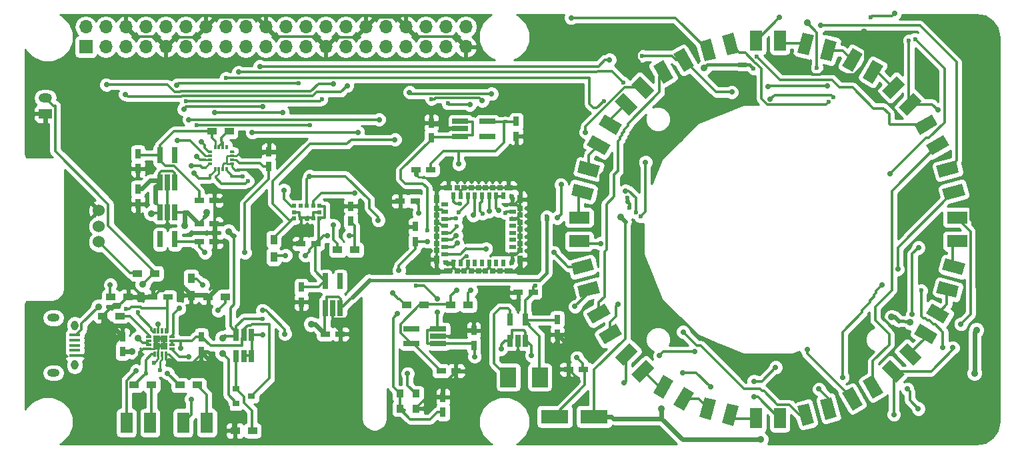
<source format=gtl>
G04 #@! TF.FileFunction,Copper,L1,Top,Signal*
%FSLAX46Y46*%
G04 Gerber Fmt 4.6, Leading zero omitted, Abs format (unit mm)*
G04 Created by KiCad (PCBNEW 4.0.6) date 08/03/17 11:48:30*
%MOMM*%
%LPD*%
G01*
G04 APERTURE LIST*
%ADD10C,0.100000*%
%ADD11R,0.610000X0.320000*%
%ADD12R,0.320000X0.610000*%
%ADD13R,1.200000X0.750000*%
%ADD14R,0.750000X1.200000*%
%ADD15R,1.500000X2.600000*%
%ADD16R,2.600000X1.500000*%
%ADD17R,1.700000X1.700000*%
%ADD18O,1.700000X1.700000*%
%ADD19R,1.350000X0.400000*%
%ADD20O,0.950000X1.250000*%
%ADD21O,1.550000X1.000000*%
%ADD22R,1.700000X1.200000*%
%ADD23O,1.700000X1.200000*%
%ADD24R,2.000000X2.500000*%
%ADD25R,0.650000X1.560000*%
%ADD26R,0.900000X0.800000*%
%ADD27R,1.200000X0.900000*%
%ADD28R,0.900000X1.200000*%
%ADD29C,1.524000*%
%ADD30R,2.000000X0.650000*%
%ADD31R,0.650000X2.000000*%
%ADD32R,0.500000X0.500000*%
%ADD33R,0.900000X1.000000*%
%ADD34R,0.750000X0.300000*%
%ADD35R,0.300000X0.750000*%
%ADD36R,0.900000X0.900000*%
%ADD37R,3.500000X1.800000*%
%ADD38R,0.840000X0.500000*%
%ADD39R,0.500000X0.840000*%
%ADD40R,0.650000X1.100000*%
%ADD41R,0.650000X0.650000*%
%ADD42R,1.100000X0.650000*%
%ADD43C,0.600000*%
%ADD44C,0.900000*%
%ADD45C,0.700000*%
%ADD46C,0.300000*%
%ADD47C,0.600000*%
%ADD48C,0.350000*%
%ADD49C,0.400000*%
%ADD50C,0.250000*%
%ADD51C,0.200000*%
G04 APERTURE END LIST*
D10*
D11*
X124700000Y-79870000D03*
X124700000Y-79370000D03*
X124700000Y-78870000D03*
X124700000Y-78370000D03*
X121910000Y-79870000D03*
X121910000Y-79370000D03*
X121910000Y-78870000D03*
X121910000Y-78370000D03*
D12*
X124050000Y-77720000D03*
X123550000Y-77720000D03*
X123050000Y-77720000D03*
X122550000Y-77720000D03*
X124050000Y-80520000D03*
X123550000Y-80520000D03*
X123050000Y-80520000D03*
X122550000Y-80520000D03*
D13*
X162950000Y-96200000D03*
X161050000Y-96200000D03*
D14*
X166000000Y-99650000D03*
X166000000Y-101550000D03*
D13*
X169350000Y-106000000D03*
X167450000Y-106000000D03*
X149950000Y-80600000D03*
X148050000Y-80600000D03*
D14*
X150000000Y-76550000D03*
X150000000Y-74650000D03*
D13*
X146050000Y-84600000D03*
X147950000Y-84600000D03*
D14*
X160800000Y-74450000D03*
X160800000Y-76350000D03*
X148000000Y-87850000D03*
X148000000Y-89750000D03*
X151500000Y-109550000D03*
X151500000Y-111450000D03*
D13*
X151250000Y-106200000D03*
X153150000Y-106200000D03*
D14*
X155400000Y-102950000D03*
X155400000Y-101050000D03*
D13*
X136550000Y-101500000D03*
X138450000Y-101500000D03*
D14*
X133500000Y-95550000D03*
X133500000Y-97450000D03*
D13*
X135350000Y-90000000D03*
X133450000Y-90000000D03*
D14*
X112750000Y-83050000D03*
X112750000Y-84950000D03*
D13*
X120550000Y-84500000D03*
X122450000Y-84500000D03*
D14*
X129380000Y-80230000D03*
X129380000Y-78330000D03*
X112750000Y-78550000D03*
X112750000Y-80450000D03*
D13*
X120550000Y-87500000D03*
X122450000Y-87500000D03*
X120550000Y-89750000D03*
X122450000Y-89750000D03*
X116550000Y-96800000D03*
X114650000Y-96800000D03*
D14*
X110800000Y-103750000D03*
X110800000Y-101850000D03*
X120800000Y-101850000D03*
X120800000Y-103750000D03*
X139800000Y-87150000D03*
X139800000Y-85250000D03*
D15*
X194290000Y-64190000D03*
X191290000Y-64190000D03*
D10*
G36*
X201509798Y-64326640D02*
X200836869Y-66838047D01*
X199387980Y-66449818D01*
X200060909Y-63938411D01*
X201509798Y-64326640D01*
X201509798Y-64326640D01*
G37*
G36*
X198612020Y-63550182D02*
X197939091Y-66061589D01*
X196490202Y-65673360D01*
X197163131Y-63161953D01*
X198612020Y-63550182D01*
X198612020Y-63550182D01*
G37*
G36*
X207388557Y-67404557D02*
X206088557Y-69656223D01*
X204789519Y-68906223D01*
X206089519Y-66654557D01*
X207388557Y-67404557D01*
X207388557Y-67404557D01*
G37*
G36*
X204790481Y-65904557D02*
X203490481Y-68156223D01*
X202191443Y-67406223D01*
X203491443Y-65154557D01*
X204790481Y-65904557D01*
X204790481Y-65904557D01*
G37*
G36*
X212270792Y-71891188D02*
X210432314Y-73729666D01*
X209371654Y-72669006D01*
X211210132Y-70830528D01*
X212270792Y-71891188D01*
X212270792Y-71891188D01*
G37*
G36*
X210149472Y-69769868D02*
X208310994Y-71608346D01*
X207250334Y-70547686D01*
X209088812Y-68709208D01*
X210149472Y-69769868D01*
X210149472Y-69769868D01*
G37*
D16*
X216790000Y-89690000D03*
X216790000Y-86690000D03*
D10*
G36*
X216645580Y-96911455D02*
X214134173Y-96238526D01*
X214522402Y-94789637D01*
X217033809Y-95462566D01*
X216645580Y-96911455D01*
X216645580Y-96911455D01*
G37*
G36*
X217422038Y-94013677D02*
X214910631Y-93340748D01*
X215298860Y-91891859D01*
X217810267Y-92564788D01*
X217422038Y-94013677D01*
X217422038Y-94013677D01*
G37*
G36*
X213575443Y-102788557D02*
X211323777Y-101488557D01*
X212073777Y-100189519D01*
X214325443Y-101489519D01*
X213575443Y-102788557D01*
X213575443Y-102788557D01*
G37*
G36*
X215075443Y-100190481D02*
X212823777Y-98890481D01*
X213573777Y-97591443D01*
X215825443Y-98891443D01*
X215075443Y-100190481D01*
X215075443Y-100190481D01*
G37*
G36*
X209088812Y-107670792D02*
X207250334Y-105832314D01*
X208310994Y-104771654D01*
X210149472Y-106610132D01*
X209088812Y-107670792D01*
X209088812Y-107670792D01*
G37*
G36*
X211210132Y-105549472D02*
X209371654Y-103710994D01*
X210432314Y-102650334D01*
X212270792Y-104488812D01*
X211210132Y-105549472D01*
X211210132Y-105549472D01*
G37*
D15*
X191290000Y-112190000D03*
X194290000Y-112190000D03*
D10*
G36*
X184068545Y-112045580D02*
X184741474Y-109534173D01*
X186190363Y-109922402D01*
X185517434Y-112433809D01*
X184068545Y-112045580D01*
X184068545Y-112045580D01*
G37*
G36*
X186966323Y-112822038D02*
X187639252Y-110310631D01*
X189088141Y-110698860D01*
X188415212Y-113210267D01*
X186966323Y-112822038D01*
X186966323Y-112822038D01*
G37*
G36*
X178191443Y-108975443D02*
X179491443Y-106723777D01*
X180790481Y-107473777D01*
X179490481Y-109725443D01*
X178191443Y-108975443D01*
X178191443Y-108975443D01*
G37*
G36*
X180789519Y-110475443D02*
X182089519Y-108223777D01*
X183388557Y-108973777D01*
X182088557Y-111225443D01*
X180789519Y-110475443D01*
X180789519Y-110475443D01*
G37*
G36*
X173309208Y-104488812D02*
X175147686Y-102650334D01*
X176208346Y-103710994D01*
X174369868Y-105549472D01*
X173309208Y-104488812D01*
X173309208Y-104488812D01*
G37*
G36*
X175430528Y-106610132D02*
X177269006Y-104771654D01*
X178329666Y-105832314D01*
X176491188Y-107670792D01*
X175430528Y-106610132D01*
X175430528Y-106610132D01*
G37*
D16*
X168790000Y-86690000D03*
X168790000Y-89690000D03*
D10*
G36*
X168934420Y-79468545D02*
X171445827Y-80141474D01*
X171057598Y-81590363D01*
X168546191Y-80917434D01*
X168934420Y-79468545D01*
X168934420Y-79468545D01*
G37*
G36*
X168157962Y-82366323D02*
X170669369Y-83039252D01*
X170281140Y-84488141D01*
X167769733Y-83815212D01*
X168157962Y-82366323D01*
X168157962Y-82366323D01*
G37*
G36*
X172004557Y-73591443D02*
X174256223Y-74891443D01*
X173506223Y-76190481D01*
X171254557Y-74890481D01*
X172004557Y-73591443D01*
X172004557Y-73591443D01*
G37*
G36*
X170504557Y-76189519D02*
X172756223Y-77489519D01*
X172006223Y-78788557D01*
X169754557Y-77488557D01*
X170504557Y-76189519D01*
X170504557Y-76189519D01*
G37*
G36*
X176491188Y-68709208D02*
X178329666Y-70547686D01*
X177269006Y-71608346D01*
X175430528Y-69769868D01*
X176491188Y-68709208D01*
X176491188Y-68709208D01*
G37*
G36*
X174369868Y-70830528D02*
X176208346Y-72669006D01*
X175147686Y-73729666D01*
X173309208Y-71891188D01*
X174369868Y-70830528D01*
X174369868Y-70830528D01*
G37*
G36*
X215825443Y-77488557D02*
X213573777Y-78788557D01*
X212823777Y-77489519D01*
X215075443Y-76189519D01*
X215825443Y-77488557D01*
X215825443Y-77488557D01*
G37*
G36*
X214325443Y-74890481D02*
X212073777Y-76190481D01*
X211323777Y-74891443D01*
X213575443Y-73591443D01*
X214325443Y-74890481D01*
X214325443Y-74890481D01*
G37*
G36*
X203491443Y-111225443D02*
X202191443Y-108973777D01*
X203490481Y-108223777D01*
X204790481Y-110475443D01*
X203491443Y-111225443D01*
X203491443Y-111225443D01*
G37*
G36*
X206089519Y-109725443D02*
X204789519Y-107473777D01*
X206088557Y-106723777D01*
X207388557Y-108975443D01*
X206089519Y-109725443D01*
X206089519Y-109725443D01*
G37*
G36*
X169754557Y-98891443D02*
X172006223Y-97591443D01*
X172756223Y-98890481D01*
X170504557Y-100190481D01*
X169754557Y-98891443D01*
X169754557Y-98891443D01*
G37*
G36*
X171254557Y-101489519D02*
X173506223Y-100189519D01*
X174256223Y-101488557D01*
X172004557Y-102788557D01*
X171254557Y-101489519D01*
X171254557Y-101489519D01*
G37*
G36*
X182088557Y-65154557D02*
X183388557Y-67406223D01*
X182089519Y-68156223D01*
X180789519Y-65904557D01*
X182088557Y-65154557D01*
X182088557Y-65154557D01*
G37*
G36*
X179490481Y-66654557D02*
X180790481Y-68906223D01*
X179491443Y-69656223D01*
X178191443Y-67404557D01*
X179490481Y-66654557D01*
X179490481Y-66654557D01*
G37*
G36*
X217810267Y-83815212D02*
X215298860Y-84488141D01*
X214910631Y-83039252D01*
X217422038Y-82366323D01*
X217810267Y-83815212D01*
X217810267Y-83815212D01*
G37*
G36*
X217033809Y-80917434D02*
X214522402Y-81590363D01*
X214134173Y-80141474D01*
X216645580Y-79468545D01*
X217033809Y-80917434D01*
X217033809Y-80917434D01*
G37*
G36*
X197164788Y-113210267D02*
X196491859Y-110698860D01*
X197940748Y-110310631D01*
X198613677Y-112822038D01*
X197164788Y-113210267D01*
X197164788Y-113210267D01*
G37*
G36*
X200062566Y-112433809D02*
X199389637Y-109922402D01*
X200838526Y-109534173D01*
X201511455Y-112045580D01*
X200062566Y-112433809D01*
X200062566Y-112433809D01*
G37*
G36*
X167769733Y-92564788D02*
X170281140Y-91891859D01*
X170669369Y-93340748D01*
X168157962Y-94013677D01*
X167769733Y-92564788D01*
X167769733Y-92564788D01*
G37*
G36*
X168546191Y-95462566D02*
X171057598Y-94789637D01*
X171445827Y-96238526D01*
X168934420Y-96911455D01*
X168546191Y-95462566D01*
X168546191Y-95462566D01*
G37*
G36*
X188415212Y-63169733D02*
X189088141Y-65681140D01*
X187639252Y-66069369D01*
X186966323Y-63557962D01*
X188415212Y-63169733D01*
X188415212Y-63169733D01*
G37*
G36*
X185517434Y-63946191D02*
X186190363Y-66457598D01*
X184741474Y-66845827D01*
X184068545Y-64334420D01*
X185517434Y-63946191D01*
X185517434Y-63946191D01*
G37*
D15*
X118500000Y-112800000D03*
X121500000Y-112800000D03*
X111300000Y-112800000D03*
X114300000Y-112800000D03*
D17*
X106140000Y-64990000D03*
D18*
X106140000Y-62450000D03*
X108680000Y-64990000D03*
X108680000Y-62450000D03*
X111220000Y-64990000D03*
X111220000Y-62450000D03*
X113760000Y-64990000D03*
X113760000Y-62450000D03*
X116300000Y-64990000D03*
X116300000Y-62450000D03*
X118840000Y-64990000D03*
X118840000Y-62450000D03*
X121380000Y-64990000D03*
X121380000Y-62450000D03*
X123920000Y-64990000D03*
X123920000Y-62450000D03*
X126460000Y-64990000D03*
X126460000Y-62450000D03*
X129000000Y-64990000D03*
X129000000Y-62450000D03*
X131540000Y-64990000D03*
X131540000Y-62450000D03*
X134080000Y-64990000D03*
X134080000Y-62450000D03*
X136620000Y-64990000D03*
X136620000Y-62450000D03*
X139160000Y-64990000D03*
X139160000Y-62450000D03*
X141700000Y-64990000D03*
X141700000Y-62450000D03*
X144240000Y-64990000D03*
X144240000Y-62450000D03*
X146780000Y-64990000D03*
X146780000Y-62450000D03*
X149320000Y-64990000D03*
X149320000Y-62450000D03*
X151860000Y-64990000D03*
X151860000Y-62450000D03*
X154400000Y-64990000D03*
X154400000Y-62450000D03*
D19*
X104740000Y-101650000D03*
X104740000Y-102300000D03*
X104740000Y-102950000D03*
X104740000Y-103600000D03*
X104740000Y-104250000D03*
D20*
X104740000Y-100450000D03*
X104740000Y-105450000D03*
D21*
X102040000Y-99450000D03*
X102040000Y-106450000D03*
D22*
X101000000Y-73500000D03*
D23*
X101000000Y-71500000D03*
D24*
X163800000Y-107000000D03*
X159800000Y-107000000D03*
D25*
X125250000Y-104350000D03*
X126200000Y-104350000D03*
X127150000Y-104350000D03*
X127150000Y-101650000D03*
X125250000Y-101650000D03*
X126200000Y-101650000D03*
D26*
X125200000Y-108450000D03*
X125200000Y-110350000D03*
X127200000Y-109400000D03*
D27*
X154700000Y-97800000D03*
X152500000Y-97800000D03*
X149100000Y-97800000D03*
X146900000Y-97800000D03*
D28*
X130000000Y-91700000D03*
X130000000Y-89500000D03*
D27*
X140300000Y-90800000D03*
X138100000Y-90800000D03*
X122140000Y-75740000D03*
X124340000Y-75740000D03*
X110500000Y-99200000D03*
X108300000Y-99200000D03*
X109300000Y-96800000D03*
X111500000Y-96800000D03*
D28*
X119500000Y-94400000D03*
X119500000Y-96600000D03*
D27*
X114900000Y-93800000D03*
X112700000Y-93800000D03*
X118100000Y-108000000D03*
X120300000Y-108000000D03*
X112300000Y-108000000D03*
X114500000Y-108000000D03*
X123900000Y-96800000D03*
X121700000Y-96800000D03*
X127300000Y-113800000D03*
X125100000Y-113800000D03*
D29*
X107800000Y-89798980D03*
X107800000Y-87800000D03*
X107800000Y-85801020D03*
D25*
X160050000Y-102350000D03*
X161000000Y-102350000D03*
X161950000Y-102350000D03*
X161950000Y-99650000D03*
X160050000Y-99650000D03*
D30*
X153690000Y-74450000D03*
X153690000Y-75400000D03*
X153690000Y-76350000D03*
X157110000Y-76350000D03*
X157110000Y-74450000D03*
X150910000Y-102750000D03*
X150910000Y-101800000D03*
X150910000Y-100850000D03*
X147490000Y-100850000D03*
X147490000Y-102750000D03*
D31*
X136550000Y-98210000D03*
X137500000Y-98210000D03*
X138450000Y-98210000D03*
X138450000Y-94790000D03*
X136550000Y-94790000D03*
D32*
X135800000Y-86800000D03*
X135000000Y-86800000D03*
X134200000Y-86800000D03*
X133400000Y-86800000D03*
X132600000Y-86800000D03*
X132600000Y-86000000D03*
X135800000Y-86000000D03*
X132600000Y-85200000D03*
X133400000Y-85200000D03*
X134200000Y-85200000D03*
X135000000Y-85200000D03*
X135800000Y-85200000D03*
D31*
X115550000Y-82210000D03*
X116500000Y-82210000D03*
X117450000Y-82210000D03*
X117450000Y-78790000D03*
X115550000Y-78790000D03*
X117450000Y-86040000D03*
X116500000Y-86040000D03*
X115550000Y-86040000D03*
X115550000Y-89460000D03*
X117450000Y-89460000D03*
D33*
X146000000Y-111000000D03*
X148100000Y-111000000D03*
X146000000Y-109100000D03*
X148100000Y-109100000D03*
D10*
G36*
X146450000Y-110900000D02*
X146750000Y-111000000D01*
X146750000Y-111400000D01*
X146450000Y-111500000D01*
X146450000Y-110900000D01*
X146450000Y-110900000D01*
G37*
D34*
X114125000Y-101850000D03*
X114125000Y-102350000D03*
X114125000Y-102850000D03*
X114125000Y-103350000D03*
D35*
X114850000Y-104075000D03*
X115350000Y-104075000D03*
X115850000Y-104075000D03*
X116350000Y-104075000D03*
D34*
X117075000Y-103350000D03*
X117075000Y-102850000D03*
X117075000Y-102350000D03*
X117075000Y-101850000D03*
D35*
X116350000Y-101125000D03*
X115850000Y-101125000D03*
X115350000Y-101125000D03*
X114850000Y-101125000D03*
D36*
X116050000Y-103050000D03*
X116050000Y-102150000D03*
X115150000Y-103050000D03*
X115150000Y-102150000D03*
D37*
X165700000Y-112000000D03*
X170700000Y-112000000D03*
D38*
X160310000Y-91340000D03*
X160310000Y-90440000D03*
X160310000Y-89540000D03*
X160310000Y-88640000D03*
X160310000Y-87740000D03*
X160310000Y-86840000D03*
X160310000Y-85940000D03*
X160310000Y-85040000D03*
D39*
X159150000Y-83880000D03*
X158250000Y-83880000D03*
X157350000Y-83880000D03*
X156450000Y-83880000D03*
X155550000Y-83880000D03*
X154650000Y-83880000D03*
X153750000Y-83880000D03*
X152850000Y-83880000D03*
D38*
X151690000Y-85040000D03*
X151690000Y-85940000D03*
X151690000Y-86840000D03*
X151690000Y-87740000D03*
X151690000Y-88640000D03*
X151690000Y-89540000D03*
X151690000Y-90440000D03*
X151690000Y-91340000D03*
D39*
X152850000Y-92500000D03*
X153750000Y-92500000D03*
X154650000Y-92500000D03*
X155550000Y-92500000D03*
X156450000Y-92500000D03*
X157350000Y-92500000D03*
X158250000Y-92500000D03*
X159150000Y-92500000D03*
D40*
X161305000Y-92015000D03*
D41*
X161305000Y-90890000D03*
X161305000Y-89990000D03*
X161305000Y-89090000D03*
X161305000Y-88190000D03*
X161305000Y-87290000D03*
X161305000Y-86390000D03*
X161305000Y-85490000D03*
D40*
X161305000Y-84365000D03*
D42*
X159825000Y-82885000D03*
D41*
X158700000Y-82885000D03*
X157800000Y-82885000D03*
X156900000Y-82885000D03*
X156000000Y-82885000D03*
X155100000Y-82885000D03*
X154200000Y-82885000D03*
X153300000Y-82885000D03*
D42*
X152175000Y-82885000D03*
D40*
X150695000Y-84365000D03*
D41*
X150695000Y-85490000D03*
X150695000Y-86390000D03*
X150695000Y-87290000D03*
X150695000Y-88190000D03*
X150695000Y-89090000D03*
X150695000Y-89990000D03*
X150695000Y-90890000D03*
D40*
X150695000Y-92015000D03*
D42*
X152175000Y-93495000D03*
D41*
X153300000Y-93495000D03*
X154200000Y-93495000D03*
X155100000Y-93495000D03*
X156000000Y-93495000D03*
X156900000Y-93495000D03*
X157800000Y-93495000D03*
X158700000Y-93495000D03*
D42*
X159825000Y-93495000D03*
D43*
X163239998Y-95340010D03*
X159390000Y-86090000D03*
D44*
X175750000Y-77640000D03*
X213880000Y-71250000D03*
X213120000Y-67220000D03*
X190720000Y-71420000D03*
X182130000Y-70030000D03*
X201140000Y-67790000D03*
X140910000Y-93570000D03*
X140830000Y-97830002D03*
X196900000Y-66990000D03*
X205000000Y-63080000D03*
D43*
X176368453Y-67501191D03*
D44*
X178400000Y-63770000D03*
X171549990Y-83386084D03*
X220080000Y-77030000D03*
X172520000Y-80310000D03*
X209850000Y-96520000D03*
D43*
X114820000Y-105200000D03*
D44*
X116750000Y-104970000D03*
X219500000Y-95500000D03*
X218500000Y-81000000D03*
D43*
X168750000Y-107500000D03*
D44*
X209690000Y-101450000D03*
D43*
X148060000Y-95340010D03*
D45*
X150797193Y-97027551D03*
D43*
X149492067Y-88295033D03*
D45*
X155520000Y-104370000D03*
X158880000Y-103400000D03*
X150750000Y-98750000D03*
X162750000Y-104250000D03*
X168500000Y-104500000D03*
X145742305Y-98942305D03*
D43*
X153630000Y-84940000D03*
D45*
X153500000Y-79860000D03*
X158550000Y-85800000D03*
X153220000Y-95930000D03*
X148440000Y-86120000D03*
D43*
X153190000Y-86820000D03*
D45*
X145910000Y-93380000D03*
X145090000Y-96280000D03*
X153300000Y-89960000D03*
X149500000Y-89750000D03*
D43*
X199000000Y-67625018D03*
D44*
X197750000Y-61895010D03*
D43*
X164670010Y-86528192D03*
X189500000Y-67240000D03*
X190925403Y-67754947D03*
D44*
X184660000Y-67680000D03*
X174070000Y-86660000D03*
D43*
X175190000Y-85480000D03*
X174908039Y-84129989D03*
D44*
X208480000Y-99360000D03*
X210850000Y-100000000D03*
X191850000Y-114900000D03*
X179250000Y-110980000D03*
D43*
X128620000Y-99560000D03*
D44*
X114440000Y-86170000D03*
X118670000Y-87750000D03*
X121500000Y-86000000D03*
X124250000Y-88500000D03*
X219250000Y-101000000D03*
X219000000Y-106500000D03*
X134750000Y-100250000D03*
X123500000Y-102000000D03*
X123500000Y-104000000D03*
D45*
X136800000Y-89020000D03*
X139590000Y-89020000D03*
X134000000Y-91500000D03*
X131500000Y-91500000D03*
X126350000Y-91140000D03*
X121265000Y-91140000D03*
X194250000Y-61250000D03*
D43*
X212250000Y-95970000D03*
D45*
X215000000Y-103250000D03*
X217250000Y-100250000D03*
X181950000Y-106400000D03*
X191000000Y-109500000D03*
X185500000Y-108250000D03*
X166000000Y-86750000D03*
X166500000Y-82500000D03*
X171500000Y-90000000D03*
D43*
X191380000Y-66240000D03*
D45*
X193060000Y-71630000D03*
D43*
X201083290Y-71400010D03*
D45*
X199430000Y-62260000D03*
D43*
X111280200Y-98283600D03*
D44*
X107744998Y-98030000D03*
X112020000Y-103750000D03*
X113360000Y-95190000D03*
X112780000Y-102060000D03*
D45*
X118150000Y-103330000D03*
X116500000Y-106500000D03*
D43*
X113750000Y-106500000D03*
D45*
X214340373Y-72979627D03*
D43*
X210680000Y-64180000D03*
D45*
X216250000Y-103250000D03*
X208750000Y-111750000D03*
X174500000Y-107750000D03*
X183500000Y-103750000D03*
X179000000Y-104250000D03*
X169610000Y-75840000D03*
X197750000Y-103500000D03*
X173750000Y-97750000D03*
D43*
X176739147Y-66102040D03*
D45*
X188176919Y-70739990D03*
X209250000Y-93250000D03*
X207250000Y-95250000D03*
X202250000Y-107000000D03*
X199250000Y-108500000D03*
X182000000Y-101250000D03*
X168250000Y-98000000D03*
X167760000Y-61300000D03*
X165560000Y-91120000D03*
D43*
X200490811Y-71989545D03*
D45*
X119500000Y-109800000D03*
X119170000Y-104400000D03*
X112540000Y-106180000D03*
D43*
X115550000Y-106140000D03*
D45*
X145400000Y-76780000D03*
D43*
X153520002Y-86020000D03*
D45*
X128220000Y-67450000D03*
X192760000Y-70030000D03*
X172630000Y-66630000D03*
X200310000Y-69940000D03*
X117710000Y-69830000D03*
X117730690Y-76895010D03*
D43*
X133198775Y-69625010D03*
X134647050Y-74905009D03*
X120235833Y-74905009D03*
D45*
X120200000Y-78930000D03*
D43*
X174410000Y-69508767D03*
D45*
X125540000Y-68210000D03*
X155330000Y-86410000D03*
D43*
X152110000Y-72175022D03*
D45*
X154890000Y-72319999D03*
X147250000Y-70770000D03*
X157649999Y-70950001D03*
X157350000Y-85870000D03*
D43*
X150002697Y-71625011D03*
D45*
X156460000Y-71830000D03*
D43*
X156540000Y-86190000D03*
X126100000Y-81490000D03*
D45*
X127260000Y-75870000D03*
X140700000Y-75870000D03*
X119240001Y-74229999D03*
X143390001Y-74229999D03*
X119540000Y-80130000D03*
D43*
X126723152Y-82057051D03*
D45*
X122540000Y-73334990D03*
X131130000Y-73334990D03*
X120780000Y-77050000D03*
X118570000Y-72910000D03*
X128590000Y-72610000D03*
X119870000Y-81070000D03*
X137560000Y-69660000D03*
X143280000Y-87030000D03*
X153180000Y-88980000D03*
X134562983Y-81424990D03*
X108780000Y-69800000D03*
X139320000Y-69940000D03*
X140289090Y-83564355D03*
D43*
X153209998Y-87800000D03*
D45*
X111160000Y-71015010D03*
D43*
X171928076Y-71858076D03*
X211455898Y-63985063D03*
D45*
X208309999Y-81140000D03*
X174675518Y-83284517D03*
D43*
X175977764Y-86055693D03*
D45*
X211880000Y-90520000D03*
X211100000Y-99030000D03*
D43*
X123920000Y-68950000D03*
D45*
X137580000Y-87670000D03*
D43*
X136095010Y-71658224D03*
X118840000Y-71910000D03*
D45*
X131290000Y-83210000D03*
X128570000Y-101610000D03*
X131410000Y-101490000D03*
X128590000Y-98500000D03*
X122950000Y-98500000D03*
X155030000Y-95960000D03*
X156957830Y-90652170D03*
D43*
X112750000Y-98750000D03*
D45*
X109250000Y-95250000D03*
X121000000Y-95250000D03*
X118000000Y-98250000D03*
X115340000Y-100270000D03*
D43*
X154512538Y-91579988D03*
D45*
X147010000Y-106540000D03*
D43*
X205780000Y-61250000D03*
D45*
X208850000Y-60740000D03*
X211860000Y-111010000D03*
X210470000Y-108490000D03*
X191000000Y-107500000D03*
X193750000Y-105750000D03*
X177219990Y-79654253D03*
D43*
X176585126Y-86576395D03*
D46*
X163084990Y-95340010D02*
X163239998Y-95340010D01*
X162950000Y-96200000D02*
X162950000Y-95475000D01*
X162950000Y-95475000D02*
X163084990Y-95340010D01*
X160310000Y-85940000D02*
X159540000Y-85940000D01*
X159540000Y-85940000D02*
X159390000Y-86090000D01*
X161950000Y-99650000D02*
X162000000Y-99750000D01*
X162000000Y-99750000D02*
X162500000Y-100250000D01*
X162500000Y-100250000D02*
X162500000Y-100500000D01*
X162500000Y-100500000D02*
X163750000Y-101750000D01*
X163750000Y-101750000D02*
X163750000Y-107000000D01*
X163750000Y-107000000D02*
X163800000Y-107000000D01*
X162950000Y-96200000D02*
X162750000Y-96500000D01*
X162750000Y-96500000D02*
X162000000Y-97250000D01*
X162000000Y-97250000D02*
X162000000Y-99750000D01*
X162000000Y-99750000D02*
X161950000Y-99650000D01*
X161950000Y-99650000D02*
X162000000Y-99750000D01*
X162000000Y-99750000D02*
X166000000Y-99750000D01*
X166000000Y-99750000D02*
X166000000Y-99650000D01*
D47*
X129380000Y-78330000D02*
X128705000Y-78330000D01*
X128705000Y-78330000D02*
X128625000Y-78410000D01*
D46*
X128625000Y-78410000D02*
X125715000Y-78410000D01*
D47*
X213030000Y-70400000D02*
X213880000Y-71250000D01*
X213120000Y-67220000D02*
X213030000Y-70400000D01*
X190500000Y-71270000D02*
X190650000Y-71420000D01*
X190650000Y-71420000D02*
X190720000Y-71420000D01*
D46*
X205140491Y-67089509D02*
X203723767Y-68506233D01*
X203723767Y-68506233D02*
X201856233Y-68506233D01*
D47*
X201856233Y-68506233D02*
X201140000Y-67790000D01*
D46*
X205000000Y-63080000D02*
X205000000Y-63504264D01*
D47*
X205000000Y-63504264D02*
X205140491Y-63644755D01*
D46*
X205140491Y-63644755D02*
X205140491Y-67089509D01*
X199380000Y-68480000D02*
X198390000Y-68480000D01*
X198390000Y-68480000D02*
X196900000Y-66990000D01*
X200070000Y-67790000D02*
X199380000Y-68480000D01*
X201140000Y-67790000D02*
X200070000Y-67790000D01*
D47*
X160950000Y-104290000D02*
X161000000Y-104240000D01*
D48*
X161000000Y-104240000D02*
X161000000Y-102350000D01*
D47*
X161920000Y-105260000D02*
X160950000Y-104290000D01*
X161920000Y-108560000D02*
X161920000Y-105260000D01*
X162320000Y-108960000D02*
X161920000Y-108560000D01*
D48*
X162834998Y-108960000D02*
X162320000Y-108960000D01*
D47*
X164600000Y-109480000D02*
X163354998Y-109480000D01*
D48*
X163354998Y-109480000D02*
X162834998Y-108960000D01*
X165690000Y-108390000D02*
X164600000Y-109480000D01*
D47*
X165690000Y-102810000D02*
X165690000Y-108390000D01*
X166000000Y-101550000D02*
X166000000Y-102500000D01*
X166000000Y-102500000D02*
X165690000Y-102810000D01*
D48*
X137500000Y-98210000D02*
X137500000Y-99560000D01*
X137525001Y-99585001D02*
X139075001Y-99585001D01*
X137500000Y-99560000D02*
X137525001Y-99585001D01*
X139075001Y-99585001D02*
X140830000Y-97830002D01*
X158700000Y-93495000D02*
X159825000Y-93495000D01*
X157800000Y-93495000D02*
X158700000Y-93495000D01*
X156900000Y-93495000D02*
X157350000Y-93045000D01*
X157350000Y-93045000D02*
X157350000Y-92500000D01*
X156000000Y-93495000D02*
X156900000Y-93495000D01*
X155100000Y-93495000D02*
X156000000Y-93495000D01*
X154200000Y-93495000D02*
X154650000Y-93045000D01*
X154650000Y-93045000D02*
X154650000Y-92500000D01*
X153300000Y-93495000D02*
X154200000Y-93495000D01*
D47*
X152175000Y-93495000D02*
X152400000Y-93495000D01*
D48*
X152400000Y-93495000D02*
X152850000Y-93045000D01*
X150695000Y-90890000D02*
X150695000Y-92015000D01*
X151120000Y-87470000D02*
X150875000Y-87470000D01*
X150875000Y-87470000D02*
X150695000Y-87290000D01*
X151390000Y-87740000D02*
X151120000Y-87470000D01*
X151690000Y-87740000D02*
X151390000Y-87740000D01*
X151335001Y-85665001D02*
X150969999Y-85665001D01*
X150969999Y-85665001D02*
X150794998Y-85490000D01*
X150794998Y-85490000D02*
X150695000Y-85490000D01*
X151610000Y-85940000D02*
X151335001Y-85665001D01*
X151690000Y-85940000D02*
X151610000Y-85940000D01*
X150695000Y-85490000D02*
X150695000Y-86390000D01*
X150695000Y-89990000D02*
X150695000Y-90890000D01*
X150695000Y-89090000D02*
X150695000Y-89990000D01*
X150695000Y-88190000D02*
X150695000Y-89090000D01*
X150695000Y-87290000D02*
X150695000Y-88190000D01*
X150695000Y-86390000D02*
X150695000Y-87290000D01*
X158700000Y-82885000D02*
X159825000Y-82885000D01*
X157800000Y-82885000D02*
X158700000Y-82885000D01*
X156900000Y-82885000D02*
X157800000Y-82885000D01*
X156000000Y-82885000D02*
X156900000Y-82885000D01*
X155100000Y-82885000D02*
X156000000Y-82885000D01*
X154200000Y-82885000D02*
X155100000Y-82885000D01*
X153750000Y-83880000D02*
X153750000Y-83335000D01*
X153750000Y-83335000D02*
X153300000Y-82885000D01*
X153750000Y-83335000D02*
X154200000Y-82885000D01*
X150695000Y-85490000D02*
X150695000Y-84365000D01*
X160310000Y-85040000D02*
X160855000Y-85040000D01*
X160855000Y-85040000D02*
X161305000Y-85490000D01*
X161305000Y-85490000D02*
X161305000Y-84365000D01*
X161305000Y-89990000D02*
X161305000Y-89090000D01*
X161305000Y-90890000D02*
X161305000Y-88190000D01*
X160310000Y-91340000D02*
X160855000Y-91340000D01*
X160855000Y-91340000D02*
X161305000Y-90890000D01*
X160310000Y-86840000D02*
X161080000Y-86840000D01*
X161080000Y-86840000D02*
X161305000Y-87065000D01*
X161305000Y-87065000D02*
X161305000Y-90215000D01*
X161305000Y-90215000D02*
X161305000Y-90890000D01*
X159825000Y-93495000D02*
X160725000Y-93495000D01*
D47*
X160725000Y-93495000D02*
X161305000Y-92915000D01*
X161305000Y-92915000D02*
X161305000Y-92015000D01*
D48*
X157800000Y-93495000D02*
X157350000Y-93045000D01*
X155100000Y-93495000D02*
X154650000Y-93045000D01*
X153300000Y-93495000D02*
X152850000Y-93045000D01*
X152850000Y-93045000D02*
X152850000Y-92500000D01*
X160310000Y-86840000D02*
X160855000Y-86840000D01*
X160855000Y-86840000D02*
X161305000Y-86390000D01*
X161305000Y-86390000D02*
X161305000Y-84365000D01*
X161305000Y-84365000D02*
X160630000Y-85040000D01*
X160630000Y-85040000D02*
X160310000Y-85040000D01*
D49*
X176030017Y-66456019D02*
X176394017Y-66820019D01*
X177975736Y-63770000D02*
X176030017Y-65715719D01*
D47*
X176394017Y-67475627D02*
X176368453Y-67501191D01*
D49*
X176394017Y-66820019D02*
X176394017Y-67475627D01*
D47*
X178400000Y-63770000D02*
X177975736Y-63770000D01*
D49*
X176030017Y-65715719D02*
X176030017Y-66456019D01*
D48*
X171549990Y-81280010D02*
X171549990Y-83386084D01*
X172520000Y-80310000D02*
X171549990Y-81280010D01*
D47*
X209690000Y-101450000D02*
X209150000Y-101250000D01*
D48*
X209150000Y-101250000D02*
X207410000Y-99510000D01*
D47*
X209550001Y-96819999D02*
X209850000Y-96520000D01*
D48*
X207410000Y-99510000D02*
X207410000Y-98450000D01*
D47*
X207410000Y-98450000D02*
X209040001Y-96819999D01*
X209040001Y-96819999D02*
X209550001Y-96819999D01*
D50*
X127820000Y-82250000D02*
X127820000Y-81420000D01*
X149050000Y-81560000D02*
X148385000Y-81560000D01*
X148385000Y-81560000D02*
X148050000Y-81225000D01*
D47*
X148050000Y-81225000D02*
X148050000Y-80600000D01*
X138325000Y-100815000D02*
X137500000Y-99990000D01*
D50*
X137500000Y-99990000D02*
X137500000Y-98210000D01*
D47*
X138390000Y-100815000D02*
X138325000Y-100815000D01*
X138450000Y-101500000D02*
X138450000Y-100875000D01*
X138450000Y-100875000D02*
X138390000Y-100815000D01*
D50*
X126010000Y-83550000D02*
X126520000Y-83550000D01*
X127360000Y-80620000D02*
X125040000Y-80620000D01*
X126520000Y-83550000D02*
X127820000Y-82250000D01*
X127820000Y-82250000D02*
X127820000Y-81080000D01*
X127820000Y-81080000D02*
X127360000Y-80620000D01*
X125040000Y-80620000D02*
X124700000Y-80280000D01*
X124700000Y-80280000D02*
X124700000Y-79870000D01*
D47*
X124250000Y-83550000D02*
X126010000Y-83550000D01*
X126010000Y-83550000D02*
X126185992Y-83550000D01*
X122450000Y-84500000D02*
X123300000Y-84500000D01*
X123300000Y-84500000D02*
X124250000Y-83550000D01*
D50*
X124069999Y-79794999D02*
X123720001Y-79794999D01*
X123720001Y-79794999D02*
X123550000Y-79965000D01*
X123550000Y-79965000D02*
X123550000Y-80520000D01*
X124700000Y-79870000D02*
X124145000Y-79870000D01*
X124145000Y-79870000D02*
X124069999Y-79794999D01*
X124069999Y-79794999D02*
X124069999Y-78945001D01*
X124069999Y-78945001D02*
X124145000Y-78870000D01*
X124145000Y-78870000D02*
X124700000Y-78870000D01*
D47*
X146780000Y-62450000D02*
X147980001Y-63650001D01*
D46*
X147980001Y-63650001D02*
X153060001Y-63650001D01*
D47*
X153060001Y-63650001D02*
X154400000Y-64990000D01*
X141700000Y-62450000D02*
X142900001Y-61249999D01*
X145579999Y-61249999D02*
X146780000Y-62450000D01*
D46*
X142900001Y-61249999D02*
X145579999Y-61249999D01*
D47*
X136620000Y-64990000D02*
X137820001Y-63789999D01*
D46*
X137820001Y-63789999D02*
X140360001Y-63789999D01*
D47*
X140360001Y-63789999D02*
X141700000Y-62450000D01*
X129000000Y-62450000D02*
X130200001Y-63650001D01*
X135280001Y-63650001D02*
X136620000Y-64990000D01*
D46*
X130200001Y-63650001D02*
X135280001Y-63650001D01*
D47*
X121380000Y-62450000D02*
X122580001Y-61249999D01*
D46*
X122580001Y-61249999D02*
X127799999Y-61249999D01*
D47*
X127799999Y-61249999D02*
X129000000Y-62450000D01*
X116300000Y-64990000D02*
X117500001Y-63789999D01*
D46*
X117500001Y-63789999D02*
X120040001Y-63789999D01*
D47*
X120040001Y-63789999D02*
X121380000Y-62450000D01*
X111220000Y-62450000D02*
X112420001Y-63650001D01*
D46*
X112420001Y-63650001D02*
X114960001Y-63650001D01*
D47*
X114960001Y-63650001D02*
X116300000Y-64990000D01*
D50*
X124700000Y-78870000D02*
X125255000Y-78870000D01*
X125255000Y-78870000D02*
X125715000Y-78410000D01*
D47*
X112860000Y-87740000D02*
X112750000Y-87630000D01*
X112750000Y-87630000D02*
X112750000Y-84950000D01*
D46*
X116120000Y-87740000D02*
X112860000Y-87740000D01*
X116510000Y-87350000D02*
X116120000Y-87740000D01*
X116500000Y-86040000D02*
X116500000Y-87340000D01*
X116500000Y-87340000D02*
X116510000Y-87350000D01*
X116500000Y-86040000D02*
X116500000Y-82210000D01*
D47*
X109490000Y-102280000D02*
X109920000Y-101850000D01*
X109920000Y-101850000D02*
X110800000Y-101850000D01*
X109490000Y-103265000D02*
X109490000Y-102280000D01*
X109550000Y-104910000D02*
X109550000Y-103325000D01*
X109550000Y-103325000D02*
X109490000Y-103265000D01*
X109820000Y-105180000D02*
X109550000Y-104910000D01*
X111990000Y-105180000D02*
X109820000Y-105180000D01*
D46*
X112970000Y-104200000D02*
X111990000Y-105180000D01*
X112970000Y-103830000D02*
X112970000Y-104200000D01*
X114125000Y-103350000D02*
X113450000Y-103350000D01*
X113450000Y-103350000D02*
X112970000Y-103830000D01*
D50*
X117705000Y-105080000D02*
X116700000Y-104075000D01*
X119695000Y-105080000D02*
X117705000Y-105080000D01*
X120800000Y-103975000D02*
X119695000Y-105080000D01*
D47*
X120800000Y-103750000D02*
X120800000Y-103975000D01*
D50*
X116700000Y-104075000D02*
X116350000Y-104075000D01*
X115350000Y-104075000D02*
X115350000Y-104589326D01*
X115350000Y-104589326D02*
X115099991Y-104839335D01*
D51*
X115099991Y-104839335D02*
X115099991Y-104920009D01*
D50*
X115099991Y-104920009D02*
X114820000Y-105200000D01*
D46*
X116570000Y-104970000D02*
X116750000Y-104970000D01*
X116350000Y-104075000D02*
X116350000Y-104750000D01*
X116350000Y-104750000D02*
X116570000Y-104970000D01*
D50*
X115350000Y-104075000D02*
X115350000Y-103250000D01*
D51*
X115350000Y-103250000D02*
X115150000Y-103050000D01*
D50*
X114125000Y-103350000D02*
X114850000Y-103350000D01*
D51*
X114850000Y-103350000D02*
X115150000Y-103050000D01*
D48*
X115150000Y-102150000D02*
X115150000Y-103050000D01*
X115150000Y-103050000D02*
X116050000Y-103050000D01*
X116050000Y-103050000D02*
X116050000Y-102150000D01*
X116050000Y-102150000D02*
X115150000Y-102150000D01*
D47*
X107000000Y-103250000D02*
X109250000Y-103250000D01*
D48*
X104740000Y-104250000D02*
X106000000Y-104250000D01*
X107000000Y-103250000D02*
X106000000Y-104250000D01*
X109250000Y-103250000D02*
X110750000Y-101750000D01*
D47*
X112750000Y-80450000D02*
X112750000Y-80500000D01*
X112750000Y-80500000D02*
X112500000Y-80500000D01*
X120800000Y-103750000D02*
X120750000Y-103750000D01*
X120750000Y-103750000D02*
X123250000Y-106250000D01*
X123250000Y-106250000D02*
X123250000Y-109500000D01*
D48*
X123250000Y-109500000D02*
X123500000Y-109750000D01*
X123500000Y-109750000D02*
X123500000Y-110000000D01*
X123500000Y-110000000D02*
X124250000Y-110750000D01*
X124250000Y-110750000D02*
X124250000Y-111250000D01*
X124250000Y-111250000D02*
X125000000Y-112000000D01*
D47*
X125000000Y-112000000D02*
X125000000Y-113750000D01*
X125000000Y-113750000D02*
X125100000Y-113800000D01*
D48*
X219500000Y-95500000D02*
X219250000Y-95250000D01*
X219250000Y-95250000D02*
X219250000Y-87750000D01*
X219250000Y-87750000D02*
X218500000Y-87000000D01*
X218500000Y-87000000D02*
X218500000Y-81000000D01*
D47*
X167450000Y-106000000D02*
X167500000Y-106000000D01*
D48*
X167500000Y-106000000D02*
X168250000Y-106750000D01*
X168250000Y-106750000D02*
X168250000Y-107000000D01*
X168250000Y-107000000D02*
X168750000Y-107500000D01*
D47*
X110800000Y-101850000D02*
X110750000Y-101750000D01*
X108300000Y-99200000D02*
X108500000Y-99500000D01*
X108500000Y-99500000D02*
X110750000Y-101750000D01*
X110750000Y-101750000D02*
X110800000Y-101850000D01*
X111500000Y-96800000D02*
X111500000Y-96750000D01*
D48*
X111500000Y-96750000D02*
X110500000Y-97750000D01*
X110500000Y-97750000D02*
X109750000Y-97750000D01*
X109750000Y-97750000D02*
X108300000Y-99200000D01*
D47*
X148050000Y-80600000D02*
X148000000Y-80500000D01*
X150000000Y-74750000D02*
X150000000Y-74650000D01*
X146050000Y-84600000D02*
X146000000Y-84500000D01*
X133250000Y-89750000D02*
X133500000Y-90000000D01*
X133500000Y-90000000D02*
X133450000Y-90000000D01*
X146050000Y-84600000D02*
X146000000Y-84500000D01*
X153150000Y-106200000D02*
X153250000Y-106250000D01*
D48*
X153250000Y-106250000D02*
X151500000Y-108000000D01*
D47*
X151500000Y-108000000D02*
X151500000Y-109550000D01*
X166000000Y-101550000D02*
X166000000Y-101500000D01*
X166000000Y-101500000D02*
X167500000Y-103000000D01*
D48*
X167500000Y-103000000D02*
X167500000Y-106000000D01*
D47*
X160800000Y-76350000D02*
X160750000Y-76250000D01*
X121700000Y-96800000D02*
X122500000Y-96000000D01*
X122500000Y-96000000D02*
X122500000Y-89750000D01*
X122500000Y-89750000D02*
X122450000Y-89750000D01*
X151500000Y-109550000D02*
X151500000Y-109500000D01*
X151500000Y-109500000D02*
X149500000Y-109500000D01*
D48*
X149500000Y-109500000D02*
X148000000Y-111000000D01*
D47*
X148000000Y-111000000D02*
X148100000Y-111000000D01*
X146000000Y-84500000D02*
X146050000Y-84600000D01*
X133450000Y-90000000D02*
X133500000Y-90000000D01*
X133500000Y-97500000D02*
X133500000Y-97450000D01*
X112750000Y-84950000D02*
X112750000Y-85000000D01*
D48*
X160310000Y-91340000D02*
X160250000Y-91250000D01*
D47*
X161000000Y-96250000D02*
X161050000Y-96200000D01*
X155400000Y-101050000D02*
X155500000Y-101000000D01*
X155500000Y-101000000D02*
X153250000Y-101000000D01*
X153250000Y-101000000D02*
X152500000Y-101750000D01*
D48*
X152500000Y-101750000D02*
X151000000Y-101750000D01*
X151000000Y-101750000D02*
X150910000Y-101800000D01*
D47*
X150000000Y-74750000D02*
X151750000Y-74750000D01*
D48*
X151750000Y-74750000D02*
X152250000Y-75250000D01*
X152250000Y-75250000D02*
X153500000Y-75250000D01*
X153500000Y-75250000D02*
X153750000Y-75500000D01*
X153750000Y-75500000D02*
X153690000Y-75400000D01*
D47*
X114650000Y-96800000D02*
X114750000Y-96750000D01*
D48*
X114750000Y-96750000D02*
X115500000Y-96000000D01*
X115500000Y-96000000D02*
X116000000Y-96000000D01*
X116000000Y-96000000D02*
X116250000Y-95750000D01*
X116250000Y-95750000D02*
X118750000Y-95750000D01*
D47*
X118750000Y-95750000D02*
X119500000Y-96500000D01*
X119500000Y-96500000D02*
X119500000Y-96600000D01*
X120750000Y-103750000D02*
X120800000Y-103750000D01*
D48*
X135000000Y-86800000D02*
X135000000Y-86000000D01*
X135000000Y-86000000D02*
X135800000Y-86000000D01*
X133400000Y-86800000D02*
X133500000Y-86750000D01*
X133500000Y-86750000D02*
X133250000Y-86500000D01*
X133250000Y-86500000D02*
X133250000Y-86000000D01*
X133250000Y-86000000D02*
X132600000Y-86000000D01*
D47*
X111500000Y-96750000D02*
X114750000Y-96750000D01*
X133450000Y-90000000D02*
X133500000Y-90000000D01*
D48*
X133500000Y-90000000D02*
X133500000Y-86750000D01*
X133500000Y-86750000D02*
X133400000Y-86800000D01*
D47*
X122450000Y-87500000D02*
X122500000Y-87500000D01*
D48*
X122500000Y-87500000D02*
X122500000Y-84500000D01*
D47*
X122500000Y-84500000D02*
X122450000Y-84500000D01*
X119500000Y-96500000D02*
X121500000Y-96500000D01*
X121500000Y-96500000D02*
X121750000Y-96750000D01*
X121750000Y-96750000D02*
X121700000Y-96800000D01*
X122500000Y-89750000D02*
X122500000Y-87500000D01*
D48*
X152850000Y-92500000D02*
X152750000Y-92500000D01*
X152750000Y-92500000D02*
X153000000Y-92250000D01*
X154750000Y-92500000D02*
X154650000Y-92500000D01*
X160310000Y-86840000D02*
X160250000Y-86750000D01*
X160250000Y-85000000D02*
X160310000Y-85040000D01*
X151690000Y-87740000D02*
X151750000Y-87750000D01*
X151750000Y-86000000D02*
X151690000Y-85940000D01*
X115150000Y-103050000D02*
X115250000Y-103000000D01*
X115250000Y-103000000D02*
X116000000Y-103000000D01*
X116000000Y-103000000D02*
X116050000Y-103050000D01*
X115150000Y-102150000D02*
X115250000Y-102250000D01*
X115250000Y-102250000D02*
X115250000Y-102000000D01*
X115250000Y-102000000D02*
X116000000Y-102000000D01*
X116000000Y-102000000D02*
X116000000Y-102250000D01*
X116000000Y-102250000D02*
X116050000Y-102150000D01*
X115150000Y-102150000D02*
X115250000Y-102250000D01*
X115250000Y-102250000D02*
X115000000Y-102250000D01*
X115000000Y-102250000D02*
X115000000Y-103000000D01*
X115000000Y-103000000D02*
X115250000Y-103000000D01*
X115250000Y-103000000D02*
X115150000Y-103050000D01*
X133400000Y-86800000D02*
X133500000Y-86750000D01*
X133500000Y-86750000D02*
X134250000Y-86750000D01*
D47*
X134250000Y-86750000D02*
X134200000Y-86800000D01*
D48*
X134250000Y-86750000D02*
X135000000Y-86750000D01*
X135000000Y-86750000D02*
X135000000Y-86800000D01*
D46*
X149109652Y-95340010D02*
X148060000Y-95340010D01*
X150797193Y-97027551D02*
X149109652Y-95340010D01*
X146140000Y-80635000D02*
X146140000Y-81790000D01*
X150000000Y-76550000D02*
X150000000Y-76775000D01*
X148930000Y-82370000D02*
X149492067Y-82932067D01*
X146720000Y-82370000D02*
X148930000Y-82370000D01*
X149492067Y-82932067D02*
X149492067Y-88295033D01*
X150000000Y-76775000D02*
X146140000Y-80635000D01*
X146140000Y-81790000D02*
X146720000Y-82370000D01*
X155520000Y-104370000D02*
X155520000Y-103070000D01*
X155520000Y-103070000D02*
X155400000Y-102950000D01*
X158880000Y-102845000D02*
X158880000Y-103400000D01*
X160050000Y-102350000D02*
X159375000Y-102350000D01*
X159375000Y-102350000D02*
X158880000Y-102845000D01*
X150910000Y-100850000D02*
X151000000Y-100750000D01*
X151000000Y-100750000D02*
X150750000Y-100500000D01*
X150750000Y-100500000D02*
X150750000Y-98750000D01*
X161950000Y-102350000D02*
X162000000Y-102250000D01*
X162000000Y-102250000D02*
X162750000Y-103000000D01*
X162750000Y-103000000D02*
X162750000Y-104250000D01*
X168500000Y-104500000D02*
X169250000Y-105250000D01*
X169250000Y-105250000D02*
X169250000Y-106000000D01*
X169250000Y-106000000D02*
X169350000Y-106000000D01*
X169250000Y-106000000D02*
X169500000Y-106250000D01*
X169500000Y-106250000D02*
X169500000Y-108000000D01*
X169500000Y-108000000D02*
X165750000Y-111750000D01*
X165750000Y-111750000D02*
X165750000Y-112000000D01*
X165750000Y-112000000D02*
X165700000Y-112000000D01*
X150910000Y-102750000D02*
X155250000Y-102750000D01*
X155250000Y-102750000D02*
X155500000Y-103000000D01*
X155500000Y-103000000D02*
X155400000Y-102950000D01*
X150000000Y-76550000D02*
X150000000Y-76500000D01*
X150000000Y-76500000D02*
X153500000Y-76500000D01*
X153500000Y-76500000D02*
X153750000Y-76250000D01*
X153750000Y-76250000D02*
X153690000Y-76350000D01*
X160050000Y-102350000D02*
X160000000Y-102250000D01*
X160000000Y-102250000D02*
X160250000Y-102000000D01*
X160250000Y-102000000D02*
X160250000Y-101000000D01*
X160250000Y-101000000D02*
X161750000Y-101000000D01*
X161750000Y-101000000D02*
X162000000Y-101250000D01*
X162000000Y-101250000D02*
X162000000Y-102250000D01*
X151000000Y-100750000D02*
X150000000Y-100750000D01*
X150000000Y-100750000D02*
X149750000Y-101000000D01*
X149750000Y-101000000D02*
X149500000Y-101000000D01*
X149500000Y-101000000D02*
X149500000Y-102750000D01*
X149500000Y-102750000D02*
X150910000Y-102750000D01*
X153750000Y-76250000D02*
X155250000Y-76250000D01*
X155250000Y-76250000D02*
X155250000Y-74500000D01*
X155250000Y-74500000D02*
X153750000Y-74500000D01*
X153750000Y-74500000D02*
X153690000Y-74450000D01*
X159250000Y-74470000D02*
X159560000Y-74470000D01*
X159560000Y-74470000D02*
X159590000Y-74500000D01*
X146000000Y-109100000D02*
X146000000Y-109050000D01*
X145200000Y-108250000D02*
X145200000Y-99484610D01*
X145200000Y-99484610D02*
X145742305Y-98942305D01*
X146000000Y-109050000D02*
X145200000Y-108250000D01*
X153140000Y-84940000D02*
X153630000Y-84940000D01*
X152850000Y-84650000D02*
X153140000Y-84940000D01*
X152850000Y-83880000D02*
X152850000Y-84650000D01*
X151500000Y-111450000D02*
X150775000Y-111450000D01*
X150775000Y-111450000D02*
X149865000Y-112360000D01*
X149865000Y-112360000D02*
X147310000Y-112360000D01*
X147310000Y-112360000D02*
X146000000Y-111050000D01*
X146000000Y-111050000D02*
X146000000Y-111000000D01*
X151565000Y-78260000D02*
X153400000Y-78260000D01*
X153400000Y-78260000D02*
X158140000Y-78260000D01*
X153500000Y-79860000D02*
X153500000Y-78360000D01*
X153500000Y-78360000D02*
X153400000Y-78260000D01*
X149950000Y-80600000D02*
X149950000Y-79875000D01*
X149950000Y-79875000D02*
X151565000Y-78260000D01*
X158140000Y-78260000D02*
X159250000Y-77150000D01*
X159250000Y-77150000D02*
X159250000Y-74470000D01*
X157000000Y-74500000D02*
X159590000Y-74500000D01*
X159590000Y-74500000D02*
X160750000Y-74500000D01*
X158250001Y-85500001D02*
X158550000Y-85800000D01*
X158250000Y-83880000D02*
X158250001Y-85500001D01*
X157110000Y-74450000D02*
X157000000Y-74500000D01*
X160750000Y-74500000D02*
X160800000Y-74450000D01*
X146000000Y-111000000D02*
X146000000Y-109100000D01*
X146600000Y-111200000D02*
X146500000Y-111250000D01*
X146500000Y-111250000D02*
X146250000Y-111250000D01*
X146250000Y-111250000D02*
X146000000Y-111000000D01*
X158250000Y-83880000D02*
X158250000Y-84000000D01*
X158250000Y-84000000D02*
X159250000Y-84000000D01*
X159250000Y-84000000D02*
X159150000Y-83880000D01*
X152500000Y-96650000D02*
X153220000Y-95930000D01*
X152500000Y-97800000D02*
X152500000Y-96650000D01*
X148440000Y-86120000D02*
X148440000Y-85090000D01*
X148440000Y-85090000D02*
X147950000Y-84600000D01*
X152480000Y-86820000D02*
X153190000Y-86820000D01*
X151690000Y-86840000D02*
X152460000Y-86840000D01*
X152460000Y-86840000D02*
X152480000Y-86820000D01*
X148589998Y-97750000D02*
X149000000Y-97750000D01*
X146114999Y-101374999D02*
X146114999Y-100224999D01*
X147490000Y-102750000D02*
X146114999Y-101374999D01*
X146114999Y-100224999D02*
X148589998Y-97750000D01*
X147490000Y-102750000D02*
X147750000Y-102750000D01*
X147750000Y-102750000D02*
X151250000Y-106250000D01*
X151250000Y-106250000D02*
X151250000Y-106200000D01*
X149000000Y-97750000D02*
X149100000Y-97800000D01*
X149000000Y-97750000D02*
X152500000Y-97750000D01*
X152500000Y-97750000D02*
X152500000Y-97800000D01*
X148000000Y-90700000D02*
X145910000Y-92790000D01*
X145910000Y-92790000D02*
X145910000Y-93380000D01*
X145810000Y-97000000D02*
X145090000Y-96280000D01*
X145950000Y-97000000D02*
X145810000Y-97000000D01*
X152820000Y-90440000D02*
X153300000Y-89960000D01*
X151690000Y-90440000D02*
X152820000Y-90440000D01*
X146750000Y-97800000D02*
X146900000Y-97800000D01*
X145950000Y-97000000D02*
X146750000Y-97800000D01*
X148000000Y-89750000D02*
X148000000Y-90700000D01*
X148000000Y-89750000D02*
X149500000Y-89750000D01*
D48*
X199000000Y-63145010D02*
X199000000Y-67625018D01*
X197750000Y-61895010D02*
X199000000Y-63145010D01*
D49*
X142110000Y-94640000D02*
X163750000Y-94640000D01*
D47*
X140000000Y-96750000D02*
X142110000Y-94640000D01*
D49*
X163750000Y-94640000D02*
X164670010Y-93719990D01*
X164670010Y-93719990D02*
X164670010Y-86952456D01*
D47*
X164670010Y-86952456D02*
X164670010Y-86528192D01*
D49*
X190925403Y-67754947D02*
X190410456Y-67240000D01*
D47*
X189075736Y-67240000D02*
X189500000Y-67240000D01*
D49*
X185100000Y-67240000D02*
X189075736Y-67240000D01*
X184660000Y-67680000D02*
X185100000Y-67240000D01*
D47*
X189924264Y-67240000D02*
X189500000Y-67240000D01*
D49*
X190410456Y-67240000D02*
X189924264Y-67240000D01*
D47*
X174639999Y-87229999D02*
X174070000Y-86660000D01*
D48*
X174639999Y-102110001D02*
X174639999Y-87229999D01*
X170700000Y-106050000D02*
X174639999Y-102110001D01*
X170700000Y-112000000D02*
X170700000Y-106050000D01*
D47*
X174908039Y-84692303D02*
X174908039Y-84554253D01*
D49*
X175190000Y-84974264D02*
X175190000Y-85480000D01*
X175190000Y-84974264D02*
X174908039Y-84692303D01*
X174908039Y-84554253D02*
X174908039Y-84129989D01*
X210850000Y-100000000D02*
X210780000Y-99930000D01*
X210780000Y-99930000D02*
X209384264Y-99840000D01*
D47*
X209384264Y-99840000D02*
X208904264Y-99360000D01*
D49*
X208904264Y-99360000D02*
X208480000Y-99360000D01*
D47*
X181900000Y-114900000D02*
X191850000Y-114900000D01*
X179250000Y-112250000D02*
X181900000Y-114900000D01*
X179250000Y-112250000D02*
X173100000Y-112250000D01*
X173100000Y-112250000D02*
X172850000Y-112000000D01*
X170700000Y-112000000D02*
X172850000Y-112000000D01*
X179250000Y-110980000D02*
X179250000Y-112250000D01*
D48*
X126210000Y-99560000D02*
X128620000Y-99560000D01*
X125250000Y-101650000D02*
X125250000Y-100520000D01*
X125250000Y-100520000D02*
X126210000Y-99560000D01*
X117450000Y-80997474D02*
X117450000Y-82210000D01*
X117202526Y-80750000D02*
X117450000Y-80997474D01*
X115750000Y-80750000D02*
X117202526Y-80750000D01*
X115500000Y-81000000D02*
X115750000Y-80750000D01*
X115500000Y-82250000D02*
X115500000Y-81000000D01*
D47*
X112710000Y-83010000D02*
X112750000Y-83050000D01*
X114490000Y-86120000D02*
X114440000Y-86170000D01*
D48*
X115470000Y-86120000D02*
X114490000Y-86120000D01*
D47*
X118670000Y-86060000D02*
X118610000Y-86000000D01*
X118670000Y-87750000D02*
X118670000Y-86060000D01*
D48*
X115550000Y-86040000D02*
X115470000Y-86120000D01*
X138450000Y-98210000D02*
X138500000Y-98250000D01*
X138500000Y-98250000D02*
X140000000Y-96750000D01*
D47*
X120550000Y-87500000D02*
X120500000Y-87500000D01*
D48*
X120500000Y-87500000D02*
X121250000Y-86750000D01*
X121250000Y-86750000D02*
X121250000Y-86500000D01*
D47*
X121250000Y-86500000D02*
X121500000Y-86250000D01*
X121500000Y-86250000D02*
X121500000Y-86000000D01*
X124250000Y-88500000D02*
X124750000Y-89000000D01*
X124750000Y-89000000D02*
X125000000Y-89000000D01*
D48*
X125000000Y-89000000D02*
X125000000Y-97750000D01*
X125000000Y-97750000D02*
X124500000Y-98250000D01*
X124500000Y-98250000D02*
X124500000Y-100500000D01*
X124500000Y-100500000D02*
X125250000Y-101250000D01*
X125250000Y-101250000D02*
X125250000Y-101650000D01*
D47*
X219250000Y-101000000D02*
X219000000Y-101250000D01*
X219000000Y-101250000D02*
X219000000Y-106500000D01*
X134750000Y-100250000D02*
X135250000Y-100250000D01*
X135250000Y-100250000D02*
X136500000Y-101500000D01*
X136500000Y-101500000D02*
X136550000Y-101500000D01*
D48*
X117450000Y-86040000D02*
X117500000Y-86000000D01*
X117500000Y-86000000D02*
X118610000Y-86000000D01*
D47*
X118610000Y-86000000D02*
X119000000Y-86000000D01*
X119000000Y-86000000D02*
X120500000Y-87500000D01*
D48*
X125250000Y-101650000D02*
X125250000Y-101750000D01*
X125250000Y-101750000D02*
X123750000Y-101750000D01*
D47*
X123750000Y-101750000D02*
X123500000Y-102000000D01*
D48*
X123500000Y-104000000D02*
X124250000Y-104750000D01*
X124250000Y-104750000D02*
X124250000Y-109250000D01*
X124250000Y-109250000D02*
X125250000Y-110250000D01*
D47*
X125250000Y-110250000D02*
X125200000Y-110350000D01*
X112750000Y-83050000D02*
X112750000Y-83000000D01*
X112750000Y-83000000D02*
X113250000Y-83000000D01*
X113250000Y-83000000D02*
X114250000Y-82000000D01*
X114250000Y-82000000D02*
X115250000Y-82000000D01*
D48*
X115250000Y-82000000D02*
X115500000Y-82250000D01*
X115500000Y-82250000D02*
X115550000Y-82210000D01*
X115550000Y-82210000D02*
X115500000Y-82250000D01*
X115500000Y-82250000D02*
X115000000Y-82750000D01*
D47*
X115000000Y-82750000D02*
X115000000Y-84750000D01*
D48*
X115000000Y-84750000D02*
X115500000Y-85250000D01*
X115500000Y-85250000D02*
X115500000Y-86000000D01*
X115500000Y-86000000D02*
X115550000Y-86040000D01*
X136500000Y-101500000D02*
X136500000Y-98250000D01*
X136500000Y-98250000D02*
X136550000Y-98210000D01*
X115550000Y-82210000D02*
X115500000Y-82250000D01*
X136500000Y-98250000D02*
X136750000Y-98000000D01*
X136750000Y-98000000D02*
X136750000Y-96750000D01*
X136750000Y-96750000D02*
X138250000Y-96750000D01*
X138250000Y-96750000D02*
X138500000Y-97000000D01*
X138500000Y-97000000D02*
X138500000Y-98250000D01*
X115550000Y-86040000D02*
X115500000Y-86000000D01*
X115500000Y-86000000D02*
X115750000Y-85750000D01*
D46*
X136800000Y-89020000D02*
X136330000Y-89020000D01*
X136330000Y-89020000D02*
X135350000Y-90000000D01*
X140250000Y-89020000D02*
X140250000Y-90750000D01*
X140250000Y-87750000D02*
X140250000Y-89020000D01*
X140250000Y-89020000D02*
X139590000Y-89020000D01*
X135350000Y-90000000D02*
X135250000Y-90000000D01*
X135250000Y-90000000D02*
X134500000Y-90750000D01*
X134500000Y-90750000D02*
X134500000Y-91000000D01*
X134500000Y-91000000D02*
X134000000Y-91500000D01*
X131500000Y-91500000D02*
X130250000Y-91500000D01*
X130250000Y-91500000D02*
X130000000Y-91750000D01*
X130000000Y-91750000D02*
X130000000Y-91700000D01*
X136550000Y-94790000D02*
X136500000Y-94750000D01*
X136500000Y-94750000D02*
X135250000Y-93500000D01*
X135250000Y-93500000D02*
X135250000Y-90000000D01*
X135250000Y-90000000D02*
X135350000Y-90000000D01*
X133500000Y-95550000D02*
X133500000Y-95500000D01*
X133500000Y-95500000D02*
X135750000Y-95500000D01*
X135750000Y-95500000D02*
X136500000Y-94750000D01*
X139800000Y-87150000D02*
X139750000Y-87250000D01*
X139750000Y-87250000D02*
X140250000Y-87750000D01*
X140250000Y-90750000D02*
X140300000Y-90800000D01*
X135350000Y-90000000D02*
X135250000Y-90000000D01*
X135250000Y-90000000D02*
X135750000Y-89500000D01*
X135750000Y-89500000D02*
X135750000Y-86750000D01*
X135750000Y-86750000D02*
X135800000Y-86800000D01*
X135750000Y-86750000D02*
X136500000Y-86750000D01*
X136500000Y-86750000D02*
X136500000Y-85250000D01*
X136500000Y-85250000D02*
X135750000Y-85250000D01*
X135750000Y-85250000D02*
X135800000Y-85200000D01*
X122140000Y-75740000D02*
X117300000Y-75740000D01*
X122550000Y-76950000D02*
X122140000Y-76540000D01*
X122140000Y-76540000D02*
X122140000Y-75740000D01*
X115550000Y-77490000D02*
X117300000Y-75740000D01*
D50*
X122550000Y-77720000D02*
X122550000Y-76950000D01*
D46*
X117335003Y-80140001D02*
X116225001Y-80140001D01*
X120550000Y-84500000D02*
X120550000Y-83354998D01*
X120550000Y-83354998D02*
X117335003Y-80140001D01*
X116225001Y-80140001D02*
X115550000Y-79465000D01*
X115550000Y-79465000D02*
X115550000Y-78790000D01*
X115550000Y-78790000D02*
X115550000Y-77490000D01*
X115550000Y-78790000D02*
X115500000Y-78750000D01*
X115500000Y-78750000D02*
X113000000Y-78750000D01*
X113000000Y-78750000D02*
X112750000Y-78500000D01*
X112750000Y-78500000D02*
X112750000Y-78550000D01*
X129380000Y-81817523D02*
X129380000Y-80230000D01*
X126350000Y-84847523D02*
X129380000Y-81817523D01*
X126350000Y-91140000D02*
X126350000Y-84847523D01*
X120550000Y-89750000D02*
X120550000Y-90425000D01*
X120550000Y-90425000D02*
X121265000Y-91140000D01*
X129380000Y-80230000D02*
X128705000Y-80230000D01*
X128705000Y-80230000D02*
X128250000Y-79775000D01*
X128250000Y-79775000D02*
X125660000Y-79775000D01*
D50*
X124700000Y-79370000D02*
X125255000Y-79370000D01*
X125255000Y-79370000D02*
X125660000Y-79775000D01*
D46*
X120550000Y-89750000D02*
X117750000Y-89750000D01*
X117750000Y-89750000D02*
X117500000Y-89500000D01*
X117500000Y-89500000D02*
X117450000Y-89460000D01*
X194250000Y-61250000D02*
X191250000Y-64250000D01*
X191250000Y-64250000D02*
X191290000Y-64190000D01*
X212250000Y-99250000D02*
X212250000Y-95970000D01*
X212250000Y-99250000D02*
X212500000Y-99500000D01*
X212500000Y-99500000D02*
X212750000Y-99500000D01*
X212750000Y-99500000D02*
X213000000Y-99750000D01*
X213000000Y-99750000D02*
X213250000Y-99750000D01*
X213250000Y-99750000D02*
X213750000Y-100250000D01*
X213750000Y-100250000D02*
X214000000Y-100250000D01*
X214000000Y-100250000D02*
X215000000Y-101250000D01*
X215000000Y-101250000D02*
X215000000Y-103250000D01*
X217250000Y-100250000D02*
X218500000Y-99000000D01*
X218500000Y-99000000D02*
X218500000Y-88500000D01*
X218500000Y-88500000D02*
X216750000Y-86750000D01*
X216750000Y-86750000D02*
X216790000Y-86690000D01*
X183650000Y-106400000D02*
X181950000Y-106400000D01*
X185500000Y-108250000D02*
X183650000Y-106400000D01*
X191000000Y-109500000D02*
X191500000Y-109500000D01*
X191500000Y-109500000D02*
X194250000Y-112250000D01*
X194250000Y-112250000D02*
X194290000Y-112190000D01*
X166000000Y-86750000D02*
X166500000Y-86250000D01*
X166500000Y-86250000D02*
X166500000Y-82500000D01*
X171500000Y-90000000D02*
X169000000Y-90000000D01*
X169000000Y-90000000D02*
X168750000Y-89750000D01*
X168750000Y-89750000D02*
X168790000Y-89690000D01*
X194310000Y-69170000D02*
X191380000Y-66240000D01*
X200890000Y-69170000D02*
X194310000Y-69170000D01*
X206179999Y-72789999D02*
X203540000Y-70150000D01*
X207462001Y-72789999D02*
X206179999Y-72789999D01*
X208280962Y-74890962D02*
X208190001Y-74800001D01*
X212824610Y-74890962D02*
X208280962Y-74890962D01*
X208190001Y-74800001D02*
X208190001Y-73517999D01*
X203540000Y-70150000D02*
X201870000Y-70150000D01*
X208190001Y-73517999D02*
X207462001Y-72789999D01*
X201870000Y-70150000D02*
X200890000Y-69170000D01*
X212750000Y-75000000D02*
X212824610Y-74890962D01*
X193589989Y-71100011D02*
X193060000Y-71630000D01*
X200783291Y-71100011D02*
X193589989Y-71100011D01*
X201083290Y-71400010D02*
X200783291Y-71100011D01*
X212060000Y-62260000D02*
X199430000Y-62260000D01*
X216715361Y-79398084D02*
X216715361Y-66915361D01*
X216715361Y-66915361D02*
X212060000Y-62260000D01*
X215583991Y-80529454D02*
X216715361Y-79398084D01*
D48*
X116500000Y-96750000D02*
X116500000Y-98230000D01*
X116500000Y-98230000D02*
X116500000Y-101250000D01*
X111280200Y-98283600D02*
X111704464Y-98283600D01*
X111704464Y-98283600D02*
X111913065Y-98074999D01*
X111913065Y-98074999D02*
X113074001Y-98074999D01*
X113074001Y-98074999D02*
X113229002Y-98230000D01*
X113229002Y-98230000D02*
X116500000Y-98230000D01*
X104740000Y-101650000D02*
X104892095Y-101650000D01*
X105590010Y-100952085D02*
X105590010Y-100184988D01*
X104892095Y-101650000D02*
X105590010Y-100952085D01*
X105590010Y-100184988D02*
X107744998Y-98030000D01*
X116550000Y-96800000D02*
X116500000Y-96750000D01*
D47*
X110800000Y-103750000D02*
X112020000Y-103750000D01*
X114900000Y-93800000D02*
X114750000Y-93800000D01*
D48*
X114750000Y-93800000D02*
X113360000Y-95190000D01*
X113875000Y-102600000D02*
X114099993Y-102824993D01*
X113320000Y-102600000D02*
X113875000Y-102600000D01*
X113875000Y-102600000D02*
X114076946Y-102398054D01*
X112780000Y-102060000D02*
X113320000Y-102600000D01*
D47*
X114900000Y-93800000D02*
X115000000Y-93750000D01*
D48*
X115000000Y-93750000D02*
X109000000Y-87750000D01*
X109000000Y-87750000D02*
X109000000Y-85000000D01*
X109000000Y-85000000D02*
X102250000Y-78250000D01*
X102250000Y-78250000D02*
X102250000Y-72500000D01*
X102250000Y-72500000D02*
X102000000Y-72500000D01*
X102000000Y-72500000D02*
X101000000Y-71500000D01*
D46*
X129462878Y-107137122D02*
X129462878Y-100250000D01*
X126732002Y-100410002D02*
X126250000Y-100892004D01*
X127200000Y-109400000D02*
X129462878Y-107137122D01*
X129462878Y-100250000D02*
X127242004Y-100250000D01*
X126250000Y-100892004D02*
X126250000Y-101750000D01*
X127082002Y-100410002D02*
X126732002Y-100410002D01*
X127242004Y-100250000D02*
X127082002Y-100410002D01*
X118150000Y-103330000D02*
X118150000Y-102350000D01*
X120800000Y-101850000D02*
X120125000Y-101850000D01*
X120125000Y-101850000D02*
X119625000Y-102350000D01*
X119625000Y-102350000D02*
X118150000Y-102350000D01*
X118150000Y-102350000D02*
X117075000Y-102350000D01*
X117075000Y-102850000D02*
X117075000Y-102350000D01*
X113750000Y-106500000D02*
X113750000Y-104825000D01*
X113750000Y-104825000D02*
X114500000Y-104075000D01*
X114500000Y-104075000D02*
X114850000Y-104075000D01*
X126250000Y-101750000D02*
X126200000Y-101650000D01*
X118100000Y-108000000D02*
X118000000Y-108000000D01*
X118000000Y-108000000D02*
X116500000Y-106500000D01*
X113750000Y-106500000D02*
X112250000Y-108000000D01*
X112250000Y-108000000D02*
X112300000Y-108000000D01*
X126250000Y-101750000D02*
X126000000Y-102000000D01*
X126000000Y-102000000D02*
X126000000Y-103000000D01*
X126000000Y-103000000D02*
X122000000Y-103000000D01*
X122000000Y-103000000D02*
X120750000Y-101750000D01*
X120750000Y-101750000D02*
X120800000Y-101850000D01*
X197551111Y-64611771D02*
X197500000Y-64500000D01*
X197500000Y-64500000D02*
X194500000Y-64500000D01*
X194500000Y-64500000D02*
X194250000Y-64250000D01*
X194250000Y-64250000D02*
X194290000Y-64190000D01*
X200448889Y-65388229D02*
X200500000Y-65500000D01*
X200500000Y-65500000D02*
X202250000Y-65500000D01*
X202250000Y-65500000D02*
X203500000Y-66750000D01*
X203500000Y-66750000D02*
X203490962Y-66655390D01*
X206089038Y-68155390D02*
X206000000Y-68250000D01*
X206000000Y-68250000D02*
X206750000Y-68250000D01*
X206750000Y-68250000D02*
X208750000Y-70250000D01*
X208750000Y-70250000D02*
X208699903Y-70158777D01*
X210821223Y-72280097D02*
X213640843Y-72280097D01*
X213640843Y-72280097D02*
X214340373Y-72979627D01*
X210680000Y-64180000D02*
X210680000Y-72138874D01*
X210680000Y-72138874D02*
X210821223Y-72280097D01*
X216790000Y-89690000D02*
X216750000Y-89750000D01*
X216750000Y-89750000D02*
X216250000Y-90250000D01*
X216250000Y-90250000D02*
X216250000Y-93000000D01*
X216250000Y-93000000D02*
X216360449Y-92952768D01*
X214324610Y-98890962D02*
X214250000Y-99000000D01*
X214250000Y-99000000D02*
X215500000Y-97750000D01*
X215500000Y-97750000D02*
X215500000Y-95750000D01*
X215500000Y-95750000D02*
X215583991Y-95850546D01*
X210821223Y-104099903D02*
X210750000Y-104000000D01*
X210750000Y-104000000D02*
X212750000Y-102000000D01*
X212750000Y-102000000D02*
X212750000Y-101500000D01*
X212750000Y-101500000D02*
X212824610Y-101489038D01*
X208699903Y-106221223D02*
X208750000Y-106250000D01*
X208750000Y-106250000D02*
X213500000Y-106250000D01*
X213500000Y-106250000D02*
X216250000Y-103500000D01*
X216250000Y-103500000D02*
X216250000Y-103250000D01*
X208750000Y-106250000D02*
X208750000Y-111750000D01*
X191290000Y-112190000D02*
X191250000Y-112250000D01*
X191250000Y-112250000D02*
X188500000Y-112250000D01*
X188500000Y-112250000D02*
X188000000Y-111750000D01*
X188000000Y-111750000D02*
X188027232Y-111760449D01*
X182089038Y-109724610D02*
X182000000Y-109750000D01*
X182000000Y-109750000D02*
X184000000Y-109750000D01*
X184000000Y-109750000D02*
X185250000Y-111000000D01*
X185250000Y-111000000D02*
X185129454Y-110983991D01*
X179490962Y-108224610D02*
X179500000Y-108250000D01*
X179500000Y-108250000D02*
X179000000Y-108250000D01*
X179000000Y-108250000D02*
X177000000Y-106250000D01*
X177000000Y-106250000D02*
X176880097Y-106221223D01*
X174500000Y-107750000D02*
X174750000Y-107500000D01*
X174750000Y-107500000D02*
X174750000Y-104000000D01*
X174750000Y-104000000D02*
X174758777Y-104099903D01*
X183500000Y-103750000D02*
X179500000Y-103750000D01*
X179500000Y-103750000D02*
X179000000Y-104250000D01*
X169219551Y-83427232D02*
X169250000Y-83500000D01*
X169250000Y-83500000D02*
X168750000Y-84000000D01*
X168750000Y-84000000D02*
X168750000Y-86750000D01*
X168750000Y-86750000D02*
X168790000Y-86690000D01*
X171255390Y-77489038D02*
X171250000Y-77500000D01*
X171250000Y-77500000D02*
X170000000Y-78750000D01*
X170000000Y-78750000D02*
X170000000Y-80500000D01*
X170000000Y-80500000D02*
X169996009Y-80529454D01*
X174758777Y-72280097D02*
X174750000Y-72250000D01*
X174750000Y-72250000D02*
X172750000Y-74250000D01*
X172750000Y-74250000D02*
X172750000Y-75000000D01*
X172750000Y-75000000D02*
X172755390Y-74890962D01*
X169610000Y-75095406D02*
X169610000Y-75840000D01*
X174546629Y-70158777D02*
X169610000Y-75095406D01*
X176880097Y-70158777D02*
X174546629Y-70158777D01*
X214324610Y-77489038D02*
X208500000Y-83313648D01*
X208500000Y-83313648D02*
X208500000Y-95920000D01*
X208500000Y-95920000D02*
X206380000Y-98040000D01*
X206380000Y-98040000D02*
X206380000Y-99744998D01*
X206380000Y-99744998D02*
X208165001Y-101529999D01*
X208165001Y-101529999D02*
X208165001Y-102850001D01*
X208165001Y-102850001D02*
X206089038Y-104925964D01*
X206089038Y-104925964D02*
X206089038Y-108224610D01*
X203490962Y-109724610D02*
X203500000Y-109750000D01*
X203500000Y-109750000D02*
X197750000Y-104000000D01*
X197750000Y-104000000D02*
X197750000Y-103500000D01*
X173750000Y-97750000D02*
X173500000Y-98000000D01*
X173500000Y-98000000D02*
X173500000Y-99250000D01*
X173500000Y-99250000D02*
X172750000Y-100000000D01*
X172750000Y-100000000D02*
X172750000Y-101500000D01*
X172750000Y-101500000D02*
X172755390Y-101489038D01*
X172250000Y-85000000D02*
X172250000Y-90750000D01*
X179490962Y-68155390D02*
X179500000Y-68250000D01*
X179500000Y-68250000D02*
X179000000Y-68750000D01*
X179000000Y-68750000D02*
X179000000Y-70750000D01*
X179000000Y-70750000D02*
X175000000Y-74750000D01*
X175000000Y-74750000D02*
X175000000Y-75000000D01*
X175000000Y-75000000D02*
X174500000Y-75500000D01*
X174500000Y-75500000D02*
X174500000Y-75750000D01*
X174500000Y-75750000D02*
X174250000Y-76000000D01*
X174250000Y-76000000D02*
X174250000Y-76250000D01*
X174250000Y-76250000D02*
X174000000Y-76500000D01*
X174000000Y-76500000D02*
X174000000Y-76750000D01*
X174000000Y-76750000D02*
X173750000Y-77000000D01*
X173750000Y-77000000D02*
X173750000Y-80750000D01*
X173750000Y-80750000D02*
X173250000Y-81250000D01*
X173250000Y-81250000D02*
X173250000Y-84000000D01*
X173250000Y-84000000D02*
X172250000Y-85000000D01*
X172250000Y-90750000D02*
X172000000Y-91000000D01*
X172000000Y-91000000D02*
X172000000Y-96750000D01*
X172000000Y-96750000D02*
X171250000Y-97500000D01*
X171250000Y-97500000D02*
X171250000Y-99000000D01*
X171250000Y-99000000D02*
X171255390Y-98890962D01*
X181123013Y-66655390D02*
X180569663Y-66102040D01*
X180569663Y-66102040D02*
X176739147Y-66102040D01*
X182089038Y-66655390D02*
X181123013Y-66655390D01*
X186173638Y-70739990D02*
X188176919Y-70739990D01*
X182089038Y-66655390D02*
X186173638Y-70739990D01*
X182000000Y-66750000D02*
X182089038Y-66655390D01*
X216360449Y-83427232D02*
X216250000Y-83500000D01*
X216250000Y-83500000D02*
X209250000Y-90500000D01*
X209250000Y-90500000D02*
X209250000Y-93250000D01*
X207250000Y-95250000D02*
X206500000Y-96000000D01*
X206500000Y-96000000D02*
X206500000Y-96250000D01*
X206500000Y-96250000D02*
X206250000Y-96500000D01*
X206250000Y-96500000D02*
X206250000Y-96750000D01*
X206250000Y-96750000D02*
X205750000Y-97250000D01*
X205750000Y-97250000D02*
X205750000Y-97500000D01*
X205750000Y-97500000D02*
X204750000Y-98500000D01*
X204750000Y-98500000D02*
X204750000Y-98750000D01*
X204750000Y-98750000D02*
X202250000Y-101250000D01*
X202250000Y-101250000D02*
X202250000Y-107000000D01*
X199250000Y-108500000D02*
X200500000Y-109750000D01*
X200500000Y-109750000D02*
X200500000Y-111000000D01*
X200500000Y-111000000D02*
X200450546Y-110983991D01*
X197552768Y-111760449D02*
X197500000Y-111750000D01*
X197500000Y-111750000D02*
X196750000Y-111750000D01*
X196750000Y-111750000D02*
X195500000Y-110500000D01*
X195500000Y-110500000D02*
X194000000Y-110500000D01*
X194000000Y-110500000D02*
X192250000Y-108750000D01*
X192250000Y-108750000D02*
X192000000Y-108750000D01*
X192000000Y-108750000D02*
X191750000Y-108500000D01*
X191750000Y-108500000D02*
X189750000Y-108500000D01*
X189750000Y-108500000D02*
X184250000Y-103000000D01*
X184250000Y-103000000D02*
X183750000Y-103000000D01*
X183750000Y-103000000D02*
X182000000Y-101250000D01*
X168250000Y-98000000D02*
X170000000Y-96250000D01*
X170000000Y-96250000D02*
X170000000Y-95750000D01*
X170000000Y-95750000D02*
X169996009Y-95850546D01*
X167760000Y-61300000D02*
X181033445Y-61300000D01*
X181033445Y-61300000D02*
X185129454Y-65396009D01*
X167392768Y-92952768D02*
X165560000Y-91120000D01*
X169219551Y-92952768D02*
X167392768Y-92952768D01*
X185129454Y-65396009D02*
X185250000Y-65500000D01*
X185250000Y-65500000D02*
X185500000Y-65750000D01*
X169250000Y-93000000D02*
X169219551Y-92952768D01*
X191180947Y-67054945D02*
X191261405Y-67054945D01*
X189876923Y-65750921D02*
X191180947Y-67054945D01*
X189158602Y-65750921D02*
X189876923Y-65750921D01*
X188027232Y-64619551D02*
X189158602Y-65750921D01*
X191261405Y-67054945D02*
X191940000Y-67733540D01*
X191940000Y-67733540D02*
X191940000Y-71566004D01*
X192703998Y-72330002D02*
X200150354Y-72330002D01*
X191940000Y-71566004D02*
X192703998Y-72330002D01*
X200150354Y-72330002D02*
X200490811Y-71989545D01*
X117075000Y-103350000D02*
X117075000Y-103495000D01*
X117075000Y-103495000D02*
X117980000Y-104400000D01*
X117980000Y-104400000D02*
X119170000Y-104400000D01*
X119500000Y-109800000D02*
X119500000Y-111800000D01*
X119500000Y-111800000D02*
X118500000Y-112800000D01*
X120300000Y-108000000D02*
X120250000Y-108000000D01*
X120250000Y-108000000D02*
X121500000Y-109250000D01*
X121500000Y-109250000D02*
X121500000Y-112800000D01*
X111300000Y-107420000D02*
X112540000Y-106180000D01*
X111300000Y-112800000D02*
X111300000Y-107420000D01*
D50*
X115550000Y-105025736D02*
X115550000Y-106140000D01*
X115685736Y-104890000D02*
X115550000Y-105025736D01*
D51*
X115685736Y-104890000D02*
X115850000Y-104725736D01*
D50*
X115850000Y-104725736D02*
X115850000Y-104075000D01*
D46*
X114300000Y-112800000D02*
X114500000Y-112500000D01*
X114500000Y-112500000D02*
X114500000Y-108000000D01*
X145400000Y-76780000D02*
X139844998Y-76780000D01*
X139844998Y-76780000D02*
X139304998Y-77320000D01*
X139304998Y-77320000D02*
X134620000Y-77320000D01*
X132000000Y-87030000D02*
X132220000Y-87030000D01*
X134620000Y-77320000D02*
X129900000Y-82040000D01*
X129900000Y-82040000D02*
X129900000Y-84930000D01*
X129900000Y-84930000D02*
X132000000Y-87030000D01*
X132500000Y-86750000D02*
X132220000Y-87030000D01*
X132220000Y-87030000D02*
X130000000Y-89250000D01*
X132600000Y-86800000D02*
X132500000Y-86750000D01*
X130000000Y-89250000D02*
X130000000Y-89500000D01*
X154650000Y-83880000D02*
X154650000Y-84890002D01*
X154650000Y-84890002D02*
X153520002Y-86020000D01*
X154400000Y-62450000D02*
X154500000Y-62500000D01*
X171250000Y-67450000D02*
X128220000Y-67450000D01*
X172070000Y-66630000D02*
X171250000Y-67450000D01*
X192850000Y-69940000D02*
X192760000Y-70030000D01*
X200310000Y-69940000D02*
X192850000Y-69940000D01*
X172070000Y-66630000D02*
X172630000Y-66630000D01*
X117914990Y-69625010D02*
X117710000Y-69830000D01*
X133198775Y-69625010D02*
X117914990Y-69625010D01*
X119380010Y-76895010D02*
X117730690Y-76895010D01*
X121055000Y-78570000D02*
X119380010Y-76895010D01*
D50*
X121910000Y-78870000D02*
X121355000Y-78870000D01*
X121355000Y-78870000D02*
X121055000Y-78570000D01*
D46*
X134647050Y-74905009D02*
X120235833Y-74905009D01*
X121355000Y-79370000D02*
X120640000Y-79370000D01*
X120640000Y-79370000D02*
X120200000Y-78930000D01*
D50*
X121910000Y-79370000D02*
X121355000Y-79370000D01*
D46*
X171189999Y-68059999D02*
X172961232Y-68059999D01*
X172961232Y-68059999D02*
X174410000Y-69508767D01*
X171189999Y-68059999D02*
X171039998Y-68210000D01*
X171039998Y-68210000D02*
X125540000Y-68210000D01*
X155550000Y-83880000D02*
X155550000Y-86190000D01*
X155550000Y-86190000D02*
X155330000Y-86410000D01*
X154890000Y-72319999D02*
X152254977Y-72319999D01*
X152254977Y-72319999D02*
X152110000Y-72175022D01*
X151750000Y-65000000D02*
X151860000Y-64990000D01*
X147430001Y-70950001D02*
X147250000Y-70770000D01*
X157649999Y-70950001D02*
X147430001Y-70950001D01*
X157350000Y-83880000D02*
X157350000Y-85870000D01*
X150426961Y-71625011D02*
X150002697Y-71625011D01*
X150551960Y-71500012D02*
X150426961Y-71625011D01*
X156460000Y-71830000D02*
X156130012Y-71500012D01*
X156130012Y-71500012D02*
X150551960Y-71500012D01*
X156450000Y-83880000D02*
X156450000Y-84650000D01*
X156450000Y-84650000D02*
X156240001Y-84859999D01*
X156240001Y-84859999D02*
X156240001Y-85890001D01*
X156240001Y-85890001D02*
X156540000Y-86190000D01*
X124610000Y-81490000D02*
X124610000Y-81290000D01*
D50*
X124610000Y-81290000D02*
X124050000Y-80730000D01*
X124050000Y-80730000D02*
X124050000Y-80520000D01*
D46*
X124610000Y-81490000D02*
X126100000Y-81490000D01*
X140700000Y-75870000D02*
X127260000Y-75870000D01*
X143390001Y-74229999D02*
X119240001Y-74229999D01*
X120715000Y-80130000D02*
X119540000Y-80130000D01*
X120905000Y-80320000D02*
X120715000Y-80130000D01*
D50*
X121765000Y-79870000D02*
X121315000Y-80320000D01*
X121910000Y-79870000D02*
X121765000Y-79870000D01*
D46*
X121315000Y-80320000D02*
X120905000Y-80320000D01*
X122650000Y-81660000D02*
X123347050Y-82357050D01*
X126423153Y-82357050D02*
X126723152Y-82057051D01*
X123347050Y-82357050D02*
X126423153Y-82357050D01*
X122650000Y-81475000D02*
X122650000Y-81660000D01*
D50*
X123050000Y-80520000D02*
X123050000Y-81075000D01*
X123050000Y-81075000D02*
X122650000Y-81475000D01*
D46*
X131130000Y-73334990D02*
X122540000Y-73334990D01*
X121195000Y-77465000D02*
X120780000Y-77050000D01*
X121195000Y-77800000D02*
X121195000Y-77465000D01*
D50*
X121910000Y-78370000D02*
X121765000Y-78370000D01*
X121765000Y-78370000D02*
X121195000Y-77800000D01*
D46*
X118870000Y-72610000D02*
X118570000Y-72910000D01*
X128590000Y-72610000D02*
X118870000Y-72610000D01*
X120480000Y-81680000D02*
X119870000Y-81070000D01*
X121900000Y-81680000D02*
X120480000Y-81680000D01*
X121900000Y-81315000D02*
X121900000Y-81680000D01*
D50*
X122550000Y-80520000D02*
X122550000Y-80665000D01*
X122550000Y-80665000D02*
X121900000Y-81315000D01*
D46*
X108780000Y-69800000D02*
X116520998Y-69800000D01*
X135728554Y-69660000D02*
X137560000Y-69660000D01*
X116520998Y-69800000D02*
X117445999Y-70725001D01*
X117445999Y-70725001D02*
X118094001Y-70725001D01*
X134723553Y-70665001D02*
X135728554Y-69660000D01*
X118094001Y-70725001D02*
X118154001Y-70665001D01*
X118154001Y-70665001D02*
X134723553Y-70665001D01*
X134562983Y-81424990D02*
X139139254Y-81424990D01*
X139139254Y-81424990D02*
X142160000Y-84445736D01*
X142160000Y-84445736D02*
X142160000Y-85485736D01*
X142160000Y-85485736D02*
X143280000Y-86605736D01*
X143280000Y-86605736D02*
X143280000Y-87030000D01*
X152620000Y-89540000D02*
X153180000Y-88980000D01*
X151690000Y-89540000D02*
X152620000Y-89540000D01*
X134200000Y-81787973D02*
X134562983Y-81424990D01*
X134200000Y-85200000D02*
X134200000Y-81787973D01*
X135436188Y-70730198D02*
X138529802Y-70730198D01*
X118361823Y-71215012D02*
X134951375Y-71215012D01*
X111160000Y-71015010D02*
X111459999Y-71315009D01*
X134951375Y-71215012D02*
X135436188Y-70730198D01*
X118261826Y-71315009D02*
X118361823Y-71215012D01*
X111459999Y-71315009D02*
X118261826Y-71315009D01*
X138529802Y-70730198D02*
X139320000Y-69940000D01*
X136035645Y-83564355D02*
X140289090Y-83564355D01*
X135000000Y-85200000D02*
X135000000Y-84600000D01*
X135000000Y-84600000D02*
X136035645Y-83564355D01*
X153209998Y-87890002D02*
X153209998Y-87800000D01*
X151690000Y-88640000D02*
X152460000Y-88640000D01*
X152460000Y-88640000D02*
X153209998Y-87890002D01*
X171056142Y-72730010D02*
X171928076Y-71858076D01*
X170602178Y-72730010D02*
X171056142Y-72730010D01*
X170120000Y-72247832D02*
X170602178Y-72730010D01*
X170120000Y-68950000D02*
X170120000Y-72247832D01*
X215180001Y-67709166D02*
X211455898Y-63985063D01*
X215180001Y-74601625D02*
X215180001Y-67709166D01*
X212859508Y-76590491D02*
X213191135Y-76590491D01*
X208309999Y-81140000D02*
X212859508Y-76590491D01*
X213191135Y-76590491D02*
X215180001Y-74601625D01*
X175099782Y-83284517D02*
X174675518Y-83284517D01*
X175977764Y-84162499D02*
X175099782Y-83284517D01*
X175977764Y-86055693D02*
X175977764Y-84162499D01*
X211100000Y-91300000D02*
X211880000Y-90520000D01*
X211100000Y-99030000D02*
X211100000Y-91300000D01*
X123920000Y-68950000D02*
X170120000Y-68950000D01*
X137580000Y-89480000D02*
X137580000Y-87670000D01*
X138100000Y-90800000D02*
X138100000Y-90000000D01*
X138100000Y-90000000D02*
X137580000Y-89480000D01*
X118840000Y-71910000D02*
X135843234Y-71910000D01*
X135843234Y-71910000D02*
X136095010Y-71658224D01*
X131290000Y-83210000D02*
X131290000Y-83634264D01*
X131290000Y-83634264D02*
X131330000Y-83674264D01*
X131330000Y-83674264D02*
X131330000Y-84330000D01*
X132500000Y-85250000D02*
X132250000Y-85250000D01*
X132250000Y-85250000D02*
X131330000Y-84330000D01*
X132600000Y-85200000D02*
X132500000Y-85250000D01*
X138000000Y-90750000D02*
X138100000Y-90800000D01*
X160050000Y-99650000D02*
X160050000Y-98520000D01*
X160050000Y-98520000D02*
X159730000Y-98200000D01*
X158000000Y-98960000D02*
X158000000Y-105250000D01*
X159730000Y-98200000D02*
X158760000Y-98200000D01*
X158760000Y-98200000D02*
X158000000Y-98960000D01*
X158000000Y-105250000D02*
X159750000Y-107000000D01*
X159750000Y-107000000D02*
X159800000Y-107000000D01*
X160000000Y-99750000D02*
X160050000Y-99650000D01*
X125200000Y-108450000D02*
X126250000Y-109500000D01*
X126250000Y-109500000D02*
X126250000Y-110250000D01*
X126250000Y-110250000D02*
X127250000Y-111250000D01*
X127250000Y-111250000D02*
X127250000Y-113750000D01*
X127250000Y-113750000D02*
X127300000Y-113800000D01*
X125250000Y-104350000D02*
X125250000Y-108500000D01*
X125250000Y-108500000D02*
X125200000Y-108450000D01*
X131410000Y-100895736D02*
X131410000Y-101490000D01*
X129014264Y-98500000D02*
X131410000Y-100895736D01*
X128590000Y-98500000D02*
X129014264Y-98500000D01*
X128570000Y-101610000D02*
X127190000Y-101610000D01*
X127190000Y-101610000D02*
X127150000Y-101650000D01*
X123900000Y-96800000D02*
X123900000Y-97550000D01*
X123900000Y-97550000D02*
X122950000Y-98500000D01*
X127150000Y-104350000D02*
X127250000Y-104250000D01*
X127250000Y-104250000D02*
X127250000Y-101750000D01*
X127250000Y-101750000D02*
X127150000Y-101650000D01*
X126200000Y-104350000D02*
X126250000Y-104250000D01*
X126250000Y-104250000D02*
X127250000Y-104250000D01*
X154700000Y-97800000D02*
X154700000Y-96290000D01*
X154700000Y-96290000D02*
X155030000Y-95960000D01*
X156957830Y-90652170D02*
X154485694Y-90652170D01*
X154485694Y-90652170D02*
X154463524Y-90630000D01*
X153753524Y-91340000D02*
X154463524Y-90630000D01*
X151690000Y-91340000D02*
X153753524Y-91340000D01*
D50*
X123050000Y-77720000D02*
X123050000Y-77575000D01*
X123050000Y-77575000D02*
X123460000Y-77165000D01*
D46*
X123460000Y-77165000D02*
X123550000Y-77165000D01*
X123550000Y-77165000D02*
X123390000Y-77005000D01*
X123390000Y-77005000D02*
X123390000Y-76540000D01*
X123390000Y-76540000D02*
X124190000Y-75740000D01*
X124190000Y-75740000D02*
X124340000Y-75740000D01*
D50*
X123550000Y-77720000D02*
X123550000Y-77165000D01*
D46*
X110500000Y-99200000D02*
X110500000Y-99250000D01*
X110500000Y-99250000D02*
X111750000Y-99250000D01*
X111750000Y-99250000D02*
X114250000Y-101750000D01*
X114250000Y-101750000D02*
X114125000Y-101850000D01*
X114850000Y-101125000D02*
X114750000Y-101250000D01*
X114750000Y-101250000D02*
X114500000Y-101000000D01*
X114500000Y-101000000D02*
X114500000Y-100750000D01*
X114500000Y-100750000D02*
X112750000Y-99000000D01*
X112750000Y-99000000D02*
X112750000Y-98750000D01*
X109250000Y-95250000D02*
X109250000Y-96750000D01*
X109250000Y-96750000D02*
X109300000Y-96800000D01*
X119500000Y-94400000D02*
X119500000Y-94500000D01*
X119500000Y-94500000D02*
X120250000Y-94500000D01*
X120250000Y-94500000D02*
X121000000Y-95250000D01*
X118000000Y-98250000D02*
X117250000Y-99000000D01*
X117250000Y-99000000D02*
X117250000Y-101500000D01*
X117250000Y-101500000D02*
X117000000Y-101750000D01*
X117000000Y-101750000D02*
X117075000Y-101850000D01*
X112700000Y-93800000D02*
X112750000Y-93750000D01*
X112750000Y-93750000D02*
X111750000Y-93750000D01*
X111750000Y-93750000D02*
X107750000Y-89750000D01*
X107750000Y-89750000D02*
X107800000Y-89798980D01*
X115340000Y-100540000D02*
X115340000Y-100270000D01*
D50*
X115350000Y-101125000D02*
X115350000Y-100550000D01*
D46*
X115350000Y-100550000D02*
X115340000Y-100540000D01*
X153750000Y-92184609D02*
X154354621Y-91579988D01*
X154354621Y-91579988D02*
X154512538Y-91579988D01*
X153750000Y-92500000D02*
X153750000Y-92184609D01*
X147010000Y-106540000D02*
X147010000Y-108010000D01*
X147010000Y-108010000D02*
X148100000Y-109100000D01*
D50*
X124700000Y-78370000D02*
X124845000Y-78370000D01*
X124050000Y-77720000D02*
X124050000Y-77575000D01*
D46*
X205990001Y-61039999D02*
X205780000Y-61250000D01*
X208850000Y-60740000D02*
X208550001Y-61039999D01*
X208550001Y-61039999D02*
X205990001Y-61039999D01*
X210769999Y-109919999D02*
X211860000Y-111010000D01*
X210470000Y-108490000D02*
X210769999Y-108789999D01*
X210769999Y-108789999D02*
X210769999Y-109919999D01*
X191000000Y-107500000D02*
X192000000Y-107500000D01*
X192000000Y-107500000D02*
X193750000Y-105750000D01*
X176585126Y-86576395D02*
X177219990Y-85941531D01*
X177219990Y-85941531D02*
X177219990Y-79654253D01*
D50*
G36*
X157465571Y-60954384D02*
X156557573Y-61860799D01*
X156065562Y-63045694D01*
X156064442Y-64328678D01*
X156554384Y-65514429D01*
X157460799Y-66422427D01*
X158069063Y-66675000D01*
X128824007Y-66675000D01*
X128773014Y-66623918D01*
X128414790Y-66475170D01*
X128026911Y-66474831D01*
X127668429Y-66622954D01*
X127393918Y-66896986D01*
X127245170Y-67255210D01*
X127245013Y-67435000D01*
X126144007Y-67435000D01*
X126093014Y-67383918D01*
X125734790Y-67235170D01*
X125346911Y-67234831D01*
X124988429Y-67382954D01*
X124713918Y-67656986D01*
X124565170Y-68015210D01*
X124565030Y-68175000D01*
X124453360Y-68175000D01*
X124444655Y-68166280D01*
X124104801Y-68025161D01*
X123736813Y-68024840D01*
X123396714Y-68165366D01*
X123136280Y-68425345D01*
X122995161Y-68765199D01*
X122995087Y-68850010D01*
X117914995Y-68850010D01*
X117914990Y-68850009D01*
X117889113Y-68855156D01*
X117516911Y-68854831D01*
X117158429Y-69002954D01*
X116973130Y-69187930D01*
X116817578Y-69083993D01*
X116520998Y-69025000D01*
X109384007Y-69025000D01*
X109333014Y-68973918D01*
X108974790Y-68825170D01*
X108586911Y-68824831D01*
X108228429Y-68972954D01*
X107953918Y-69246986D01*
X107805170Y-69605210D01*
X107804831Y-69993089D01*
X107952954Y-70351571D01*
X108226986Y-70626082D01*
X108585210Y-70774830D01*
X108973089Y-70775169D01*
X109331571Y-70627046D01*
X109383708Y-70575000D01*
X110286995Y-70575000D01*
X110185170Y-70820220D01*
X110184831Y-71208099D01*
X110332954Y-71566581D01*
X110606986Y-71841092D01*
X110965210Y-71989840D01*
X111101974Y-71989960D01*
X111163419Y-72031016D01*
X111212625Y-72040804D01*
X111459999Y-72090010D01*
X111460004Y-72090009D01*
X117914843Y-72090009D01*
X117914840Y-72093187D01*
X117942097Y-72159153D01*
X117743918Y-72356986D01*
X117595170Y-72715210D01*
X117594831Y-73103089D01*
X117742954Y-73461571D01*
X118016986Y-73736082D01*
X118334614Y-73867973D01*
X118265171Y-74035209D01*
X118264832Y-74423088D01*
X118412955Y-74781570D01*
X118596065Y-74965000D01*
X117300005Y-74965000D01*
X117300000Y-74964999D01*
X117058917Y-75012954D01*
X117003420Y-75023993D01*
X116806555Y-75155534D01*
X116751992Y-75191992D01*
X115001992Y-76941992D01*
X114833993Y-77193420D01*
X114809931Y-77314389D01*
X114780668Y-77333219D01*
X114637962Y-77542076D01*
X114587756Y-77790000D01*
X114587756Y-77975000D01*
X113762244Y-77975000D01*
X113762244Y-77950000D01*
X113718663Y-77718389D01*
X113581781Y-77505668D01*
X113372924Y-77362962D01*
X113125000Y-77312756D01*
X112375000Y-77312756D01*
X112143389Y-77356337D01*
X111930668Y-77493219D01*
X111787962Y-77702076D01*
X111737756Y-77950000D01*
X111737756Y-79150000D01*
X111781337Y-79381611D01*
X111846667Y-79483136D01*
X111838368Y-79491435D01*
X111742000Y-79724089D01*
X111742000Y-80162750D01*
X111900250Y-80321000D01*
X112621000Y-80321000D01*
X112621000Y-80301000D01*
X112879000Y-80301000D01*
X112879000Y-80321000D01*
X113599750Y-80321000D01*
X113758000Y-80162750D01*
X113758000Y-79724089D01*
X113675535Y-79525000D01*
X114587756Y-79525000D01*
X114587756Y-79790000D01*
X114631337Y-80021611D01*
X114768219Y-80234332D01*
X114977076Y-80377038D01*
X114989147Y-80379483D01*
X114934315Y-80434315D01*
X114760896Y-80693853D01*
X114736118Y-80818420D01*
X114637962Y-80962076D01*
X114615094Y-81075000D01*
X114250005Y-81075000D01*
X114250000Y-81074999D01*
X113923221Y-81140000D01*
X113896018Y-81145411D01*
X113722651Y-81261251D01*
X113758000Y-81175911D01*
X113758000Y-80737250D01*
X113599750Y-80579000D01*
X112879000Y-80579000D01*
X112879000Y-81524750D01*
X113037250Y-81683000D01*
X113250912Y-81683000D01*
X113264468Y-81677385D01*
X113128407Y-81813446D01*
X113125000Y-81812756D01*
X112375000Y-81812756D01*
X112143389Y-81856337D01*
X111930668Y-81993219D01*
X111787962Y-82202076D01*
X111737756Y-82450000D01*
X111737756Y-83650000D01*
X111781337Y-83881611D01*
X111846667Y-83983136D01*
X111838368Y-83991435D01*
X111742000Y-84224089D01*
X111742000Y-84662750D01*
X111900250Y-84821000D01*
X112621000Y-84821000D01*
X112621000Y-84801000D01*
X112879000Y-84801000D01*
X112879000Y-84821000D01*
X113599750Y-84821000D01*
X113758000Y-84662750D01*
X113758000Y-84224089D01*
X113661632Y-83991435D01*
X113653619Y-83983422D01*
X113712038Y-83897924D01*
X113739096Y-83764309D01*
X113904074Y-83654074D01*
X114075000Y-83483148D01*
X114075000Y-84750000D01*
X114145411Y-85103982D01*
X114158286Y-85123250D01*
X113831857Y-85258128D01*
X113758000Y-85331856D01*
X113758000Y-85237250D01*
X113599750Y-85079000D01*
X112879000Y-85079000D01*
X112879000Y-86024750D01*
X113037250Y-86183000D01*
X113250912Y-86183000D01*
X113365030Y-86135731D01*
X113364814Y-86382893D01*
X113528128Y-86778143D01*
X113830267Y-87080809D01*
X114225231Y-87244813D01*
X114626360Y-87245163D01*
X114631337Y-87271611D01*
X114768219Y-87484332D01*
X114977076Y-87627038D01*
X115225000Y-87677244D01*
X115875000Y-87677244D01*
X116001754Y-87653393D01*
X116049088Y-87673000D01*
X116212750Y-87673000D01*
X116371000Y-87514750D01*
X116371000Y-87421162D01*
X116462038Y-87287924D01*
X116499551Y-87102682D01*
X116531337Y-87271611D01*
X116629000Y-87423384D01*
X116629000Y-87514750D01*
X116787250Y-87673000D01*
X116950912Y-87673000D01*
X117001194Y-87652173D01*
X117125000Y-87677244D01*
X117595063Y-87677244D01*
X117594936Y-87822756D01*
X117125000Y-87822756D01*
X116893389Y-87866337D01*
X116680668Y-88003219D01*
X116537962Y-88212076D01*
X116500449Y-88397318D01*
X116468663Y-88228389D01*
X116331781Y-88015668D01*
X116122924Y-87872962D01*
X115875000Y-87822756D01*
X115225000Y-87822756D01*
X114993389Y-87866337D01*
X114780668Y-88003219D01*
X114637962Y-88212076D01*
X114587756Y-88460000D01*
X114587756Y-90460000D01*
X114631337Y-90691611D01*
X114768219Y-90904332D01*
X114977076Y-91047038D01*
X115225000Y-91097244D01*
X115875000Y-91097244D01*
X116106611Y-91053663D01*
X116319332Y-90916781D01*
X116462038Y-90707924D01*
X116499551Y-90522682D01*
X116531337Y-90691611D01*
X116668219Y-90904332D01*
X116877076Y-91047038D01*
X117125000Y-91097244D01*
X117775000Y-91097244D01*
X118006611Y-91053663D01*
X118219332Y-90916781D01*
X118362038Y-90707924D01*
X118399081Y-90525000D01*
X119464692Y-90525000D01*
X119493219Y-90569332D01*
X119702076Y-90712038D01*
X119847262Y-90741439D01*
X120001992Y-90973008D01*
X120289894Y-91260910D01*
X120289831Y-91333089D01*
X120437954Y-91691571D01*
X120711986Y-91966082D01*
X121070210Y-92114830D01*
X121458089Y-92115169D01*
X121816571Y-91967046D01*
X122091082Y-91693014D01*
X122239830Y-91334790D01*
X122240169Y-90946911D01*
X122162112Y-90758000D01*
X122162750Y-90758000D01*
X122321000Y-90599750D01*
X122321000Y-89879000D01*
X122579000Y-89879000D01*
X122579000Y-90599750D01*
X122737250Y-90758000D01*
X123175911Y-90758000D01*
X123408565Y-90661632D01*
X123586631Y-90483566D01*
X123683000Y-90250912D01*
X123683000Y-90037250D01*
X123524750Y-89879000D01*
X122579000Y-89879000D01*
X122321000Y-89879000D01*
X122301000Y-89879000D01*
X122301000Y-89621000D01*
X122321000Y-89621000D01*
X122321000Y-88900250D01*
X122162750Y-88742000D01*
X121724089Y-88742000D01*
X121491435Y-88838368D01*
X121483422Y-88846381D01*
X121397924Y-88787962D01*
X121150000Y-88737756D01*
X119950000Y-88737756D01*
X119718389Y-88781337D01*
X119505668Y-88918219D01*
X119466871Y-88975000D01*
X118412244Y-88975000D01*
X118412244Y-88806963D01*
X118455231Y-88824813D01*
X118882893Y-88825186D01*
X119278143Y-88661872D01*
X119569244Y-88371278D01*
X119702076Y-88462038D01*
X119950000Y-88512244D01*
X121150000Y-88512244D01*
X121381611Y-88468663D01*
X121483136Y-88403333D01*
X121491435Y-88411632D01*
X121724089Y-88508000D01*
X122162750Y-88508000D01*
X122321000Y-88349750D01*
X122321000Y-87629000D01*
X122301000Y-87629000D01*
X122301000Y-87371000D01*
X122321000Y-87371000D01*
X122321000Y-87351000D01*
X122579000Y-87351000D01*
X122579000Y-87371000D01*
X123524750Y-87371000D01*
X123683000Y-87212750D01*
X123683000Y-86999088D01*
X123586631Y-86766434D01*
X123408565Y-86588368D01*
X123175911Y-86492000D01*
X122737250Y-86492000D01*
X122579002Y-86650248D01*
X122579002Y-86492000D01*
X122459696Y-86492000D01*
X122574813Y-86214769D01*
X122575186Y-85787107D01*
X122459861Y-85508000D01*
X122579002Y-85508000D01*
X122579002Y-85349752D01*
X122737250Y-85508000D01*
X123175911Y-85508000D01*
X123408565Y-85411632D01*
X123586631Y-85233566D01*
X123683000Y-85000912D01*
X123683000Y-84787250D01*
X123524750Y-84629000D01*
X122579000Y-84629000D01*
X122579000Y-84649000D01*
X122321000Y-84649000D01*
X122321000Y-84629000D01*
X122301000Y-84629000D01*
X122301000Y-84371000D01*
X122321000Y-84371000D01*
X122321000Y-83650250D01*
X122579000Y-83650250D01*
X122579000Y-84371000D01*
X123524750Y-84371000D01*
X123683000Y-84212750D01*
X123683000Y-83999088D01*
X123586631Y-83766434D01*
X123408565Y-83588368D01*
X123175911Y-83492000D01*
X122737250Y-83492000D01*
X122579000Y-83650250D01*
X122321000Y-83650250D01*
X122162750Y-83492000D01*
X121724089Y-83492000D01*
X121491435Y-83588368D01*
X121483422Y-83596381D01*
X121397924Y-83537962D01*
X121325000Y-83523194D01*
X121325000Y-83354998D01*
X121266007Y-83058418D01*
X121098008Y-82806990D01*
X120746018Y-82455000D01*
X121900000Y-82455000D01*
X122196580Y-82396007D01*
X122252576Y-82358592D01*
X122799040Y-82905055D01*
X122799042Y-82905058D01*
X123050470Y-83073057D01*
X123099676Y-83082845D01*
X123347050Y-83132051D01*
X123347055Y-83132050D01*
X126423153Y-83132050D01*
X126719733Y-83073057D01*
X126855760Y-82982167D01*
X126906339Y-82982211D01*
X127246438Y-82841685D01*
X127506872Y-82581706D01*
X127647991Y-82241852D01*
X127648312Y-81873864D01*
X127507786Y-81533765D01*
X127247807Y-81273331D01*
X126962349Y-81154799D01*
X126884634Y-80966714D01*
X126624655Y-80706280D01*
X126284801Y-80565161D01*
X125916813Y-80564840D01*
X125576714Y-80705366D01*
X125567063Y-80715000D01*
X125117612Y-80715000D01*
X125051456Y-80670796D01*
X125043660Y-80663000D01*
X125130911Y-80663000D01*
X125363565Y-80566632D01*
X125426619Y-80503578D01*
X125660000Y-80550000D01*
X127928984Y-80550000D01*
X128156992Y-80778008D01*
X128386876Y-80931612D01*
X128411337Y-81061611D01*
X128548219Y-81274332D01*
X128605000Y-81313129D01*
X128605000Y-81496507D01*
X125801992Y-84299515D01*
X125633993Y-84550943D01*
X125575000Y-84847523D01*
X125575000Y-88293090D01*
X125353982Y-88145411D01*
X125258817Y-88126482D01*
X125161872Y-87891857D01*
X124859733Y-87589191D01*
X124464769Y-87425187D01*
X124037107Y-87424814D01*
X123641857Y-87588128D01*
X123562799Y-87667049D01*
X123524750Y-87629000D01*
X122579000Y-87629000D01*
X122579000Y-88349750D01*
X122737250Y-88508000D01*
X123174993Y-88508000D01*
X123174814Y-88712893D01*
X123189098Y-88747462D01*
X123175911Y-88742000D01*
X122737250Y-88742000D01*
X122579000Y-88900250D01*
X122579000Y-89621000D01*
X123524750Y-89621000D01*
X123683000Y-89462750D01*
X123683000Y-89428553D01*
X124003481Y-89561629D01*
X124095926Y-89654074D01*
X124200000Y-89723614D01*
X124200000Y-95712756D01*
X123300000Y-95712756D01*
X123068389Y-95756337D01*
X122855668Y-95893219D01*
X122808073Y-95962876D01*
X122658565Y-95813368D01*
X122425911Y-95717000D01*
X121987250Y-95717000D01*
X121829002Y-95875248D01*
X121829002Y-95795982D01*
X121974830Y-95444790D01*
X121975169Y-95056911D01*
X121827046Y-94698429D01*
X121553014Y-94423918D01*
X121194790Y-94275170D01*
X121121122Y-94275106D01*
X120798008Y-93951992D01*
X120587244Y-93811164D01*
X120587244Y-93800000D01*
X120543663Y-93568389D01*
X120406781Y-93355668D01*
X120197924Y-93212962D01*
X119950000Y-93162756D01*
X119050000Y-93162756D01*
X118818389Y-93206337D01*
X118605668Y-93343219D01*
X118462962Y-93552076D01*
X118412756Y-93800000D01*
X118412756Y-95000000D01*
X118456337Y-95231611D01*
X118593219Y-95444332D01*
X118662876Y-95491927D01*
X118513368Y-95641435D01*
X118417000Y-95874089D01*
X118417000Y-96312750D01*
X118575250Y-96471000D01*
X119371000Y-96471000D01*
X119371000Y-96451000D01*
X119629000Y-96451000D01*
X119629000Y-96471000D01*
X119649000Y-96471000D01*
X119649000Y-96729000D01*
X119629000Y-96729000D01*
X119629000Y-97674750D01*
X119787250Y-97833000D01*
X120075912Y-97833000D01*
X120308566Y-97736631D01*
X120486632Y-97558565D01*
X120514645Y-97490936D01*
X120563369Y-97608566D01*
X120741435Y-97786632D01*
X120974089Y-97883000D01*
X121412750Y-97883000D01*
X121571000Y-97724750D01*
X121571000Y-96929000D01*
X121551000Y-96929000D01*
X121551000Y-96671000D01*
X121571000Y-96671000D01*
X121571000Y-96651000D01*
X121829000Y-96651000D01*
X121829000Y-96671000D01*
X121849000Y-96671000D01*
X121849000Y-96929000D01*
X121829000Y-96929000D01*
X121829000Y-97724750D01*
X121987250Y-97883000D01*
X122188016Y-97883000D01*
X122123918Y-97946986D01*
X121975170Y-98305210D01*
X121974831Y-98693089D01*
X122122954Y-99051571D01*
X122396986Y-99326082D01*
X122755210Y-99474830D01*
X123143089Y-99475169D01*
X123501571Y-99327046D01*
X123700000Y-99128963D01*
X123700000Y-100500000D01*
X123758393Y-100793563D01*
X123760896Y-100806147D01*
X123777094Y-100830389D01*
X123750000Y-100825000D01*
X123396017Y-100895412D01*
X123351929Y-100924871D01*
X123287107Y-100924814D01*
X122891857Y-101088128D01*
X122589191Y-101390267D01*
X122425187Y-101785231D01*
X122424814Y-102212893D01*
X122429817Y-102225000D01*
X122321016Y-102225000D01*
X121812244Y-101716228D01*
X121812244Y-101250000D01*
X121768663Y-101018389D01*
X121631781Y-100805668D01*
X121422924Y-100662962D01*
X121175000Y-100612756D01*
X120425000Y-100612756D01*
X120193389Y-100656337D01*
X119980668Y-100793219D01*
X119837962Y-101002076D01*
X119808561Y-101147262D01*
X119576992Y-101301992D01*
X119303984Y-101575000D01*
X118063723Y-101575000D01*
X118043663Y-101468389D01*
X118025000Y-101439386D01*
X118025000Y-99321016D01*
X118120910Y-99225106D01*
X118193089Y-99225169D01*
X118551571Y-99077046D01*
X118826082Y-98803014D01*
X118974830Y-98444790D01*
X118975169Y-98056911D01*
X118874093Y-97812291D01*
X118924088Y-97833000D01*
X119212750Y-97833000D01*
X119371000Y-97674750D01*
X119371000Y-96729000D01*
X118575250Y-96729000D01*
X118417000Y-96887250D01*
X118417000Y-97325911D01*
X118437775Y-97376066D01*
X118194790Y-97275170D01*
X117806911Y-97274831D01*
X117763386Y-97292815D01*
X117787244Y-97175000D01*
X117787244Y-96425000D01*
X117743663Y-96193389D01*
X117606781Y-95980668D01*
X117397924Y-95837962D01*
X117150000Y-95787756D01*
X115950000Y-95787756D01*
X115718389Y-95831337D01*
X115616864Y-95896667D01*
X115608565Y-95888368D01*
X115375911Y-95792000D01*
X114937250Y-95792000D01*
X114779000Y-95950250D01*
X114779000Y-96671000D01*
X114799000Y-96671000D01*
X114799000Y-96929000D01*
X114779000Y-96929000D01*
X114779000Y-96949000D01*
X114521000Y-96949000D01*
X114521000Y-96929000D01*
X113575250Y-96929000D01*
X113417000Y-97087250D01*
X113417000Y-97300912D01*
X113451139Y-97383330D01*
X113380148Y-97335895D01*
X113337249Y-97327362D01*
X113074001Y-97274999D01*
X112733000Y-97274999D01*
X112733000Y-97087250D01*
X112574750Y-96929000D01*
X111629000Y-96929000D01*
X111629000Y-96949000D01*
X111371000Y-96949000D01*
X111371000Y-96929000D01*
X111351000Y-96929000D01*
X111351000Y-96671000D01*
X111371000Y-96671000D01*
X111371000Y-95875250D01*
X111629000Y-95875250D01*
X111629000Y-96671000D01*
X112574750Y-96671000D01*
X112733000Y-96512750D01*
X112733000Y-96224088D01*
X112636631Y-95991434D01*
X112458565Y-95813368D01*
X112225911Y-95717000D01*
X111787250Y-95717000D01*
X111629000Y-95875250D01*
X111371000Y-95875250D01*
X111212750Y-95717000D01*
X110774089Y-95717000D01*
X110541435Y-95813368D01*
X110392941Y-95961862D01*
X110356781Y-95905668D01*
X110147924Y-95762962D01*
X110096996Y-95752649D01*
X110224830Y-95444790D01*
X110225169Y-95056911D01*
X110077046Y-94698429D01*
X109803014Y-94423918D01*
X109444790Y-94275170D01*
X109056911Y-94274831D01*
X108698429Y-94422954D01*
X108423918Y-94696986D01*
X108275170Y-95055210D01*
X108274831Y-95443089D01*
X108417732Y-95788934D01*
X108255668Y-95893219D01*
X108112962Y-96102076D01*
X108062756Y-96350000D01*
X108062756Y-96997952D01*
X107959767Y-96955187D01*
X107532105Y-96954814D01*
X107136855Y-97118128D01*
X106834189Y-97420267D01*
X106670185Y-97815231D01*
X106670047Y-97973580D01*
X105294890Y-99348738D01*
X105160952Y-99259244D01*
X104740000Y-99175511D01*
X104319048Y-99259244D01*
X103962183Y-99497694D01*
X103723733Y-99854559D01*
X103640000Y-100275511D01*
X103640000Y-100624489D01*
X103702829Y-100940350D01*
X103620668Y-100993219D01*
X103477962Y-101202076D01*
X103427756Y-101450000D01*
X103427756Y-101850000D01*
X103452140Y-101979589D01*
X103427756Y-102100000D01*
X103427756Y-102500000D01*
X103452140Y-102629589D01*
X103427756Y-102750000D01*
X103427756Y-103150000D01*
X103452140Y-103279589D01*
X103427756Y-103400000D01*
X103427756Y-103800000D01*
X103445137Y-103892372D01*
X103432000Y-103924088D01*
X103432000Y-103991750D01*
X103471216Y-104030966D01*
X103471337Y-104031611D01*
X103608219Y-104244332D01*
X103762869Y-104350000D01*
X103590250Y-104350000D01*
X103432000Y-104508250D01*
X103432000Y-104575912D01*
X103528369Y-104808566D01*
X103698951Y-104979148D01*
X103640000Y-105275511D01*
X103640000Y-105624489D01*
X103723733Y-106045441D01*
X103962183Y-106402306D01*
X104319048Y-106640756D01*
X104740000Y-106724489D01*
X105160952Y-106640756D01*
X105517817Y-106402306D01*
X105756267Y-106045441D01*
X105840000Y-105624489D01*
X105840000Y-105275511D01*
X105781049Y-104979148D01*
X105951631Y-104808566D01*
X106048000Y-104575912D01*
X106048000Y-104508250D01*
X105889750Y-104350000D01*
X105714465Y-104350000D01*
X105859332Y-104256781D01*
X106002038Y-104047924D01*
X106004631Y-104035119D01*
X106048000Y-103991750D01*
X106048000Y-103924088D01*
X106033973Y-103890224D01*
X106052244Y-103800000D01*
X106052244Y-103400000D01*
X106027860Y-103270411D01*
X106052244Y-103150000D01*
X106052244Y-102750000D01*
X106027860Y-102620411D01*
X106052244Y-102500000D01*
X106052244Y-102100000D01*
X106027860Y-101970411D01*
X106052244Y-101850000D01*
X106052244Y-101621222D01*
X106155696Y-101517770D01*
X106329114Y-101258232D01*
X106334049Y-101233420D01*
X106355796Y-101124089D01*
X109792000Y-101124089D01*
X109792000Y-101562750D01*
X109950250Y-101721000D01*
X110671000Y-101721000D01*
X110671000Y-100775250D01*
X110512750Y-100617000D01*
X110299088Y-100617000D01*
X110066434Y-100713369D01*
X109888368Y-100891435D01*
X109792000Y-101124089D01*
X106355796Y-101124089D01*
X106390010Y-100952085D01*
X106390010Y-100516358D01*
X107085586Y-99820782D01*
X107163369Y-100008566D01*
X107341435Y-100186632D01*
X107574089Y-100283000D01*
X108012750Y-100283000D01*
X108171000Y-100124750D01*
X108171000Y-99329000D01*
X108151000Y-99329000D01*
X108151000Y-99071000D01*
X108171000Y-99071000D01*
X108171000Y-99051000D01*
X108429000Y-99051000D01*
X108429000Y-99071000D01*
X108449000Y-99071000D01*
X108449000Y-99329000D01*
X108429000Y-99329000D01*
X108429000Y-100124750D01*
X108587250Y-100283000D01*
X109025911Y-100283000D01*
X109258565Y-100186632D01*
X109407059Y-100038138D01*
X109443219Y-100094332D01*
X109652076Y-100237038D01*
X109900000Y-100287244D01*
X111100000Y-100287244D01*
X111331611Y-100243663D01*
X111523908Y-100119924D01*
X112440932Y-101036948D01*
X112171857Y-101148128D01*
X111869191Y-101450267D01*
X111756773Y-101720998D01*
X111649752Y-101720998D01*
X111808000Y-101562750D01*
X111808000Y-101124089D01*
X111711632Y-100891435D01*
X111533566Y-100713369D01*
X111300912Y-100617000D01*
X111087250Y-100617000D01*
X110929000Y-100775250D01*
X110929000Y-101721000D01*
X110949000Y-101721000D01*
X110949000Y-101979000D01*
X110929000Y-101979000D01*
X110929000Y-101999000D01*
X110671000Y-101999000D01*
X110671000Y-101979000D01*
X109950250Y-101979000D01*
X109792000Y-102137250D01*
X109792000Y-102575911D01*
X109888368Y-102808565D01*
X109896381Y-102816578D01*
X109837962Y-102902076D01*
X109787756Y-103150000D01*
X109787756Y-104350000D01*
X109831337Y-104581611D01*
X109968219Y-104794332D01*
X110177076Y-104937038D01*
X110425000Y-104987244D01*
X111175000Y-104987244D01*
X111406611Y-104943663D01*
X111619332Y-104806781D01*
X111650821Y-104760696D01*
X111805231Y-104824813D01*
X112232893Y-104825186D01*
X112628143Y-104661872D01*
X112930809Y-104359733D01*
X113094813Y-103964769D01*
X113095186Y-103537107D01*
X113013190Y-103338661D01*
X113013853Y-103339104D01*
X113117000Y-103359621D01*
X113117000Y-103479002D01*
X113221248Y-103479002D01*
X113117000Y-103583250D01*
X113117000Y-103625912D01*
X113213369Y-103858566D01*
X113391435Y-104036632D01*
X113427439Y-104051545D01*
X113201992Y-104276992D01*
X113033993Y-104528420D01*
X112975000Y-104825000D01*
X112975000Y-105304914D01*
X112734790Y-105205170D01*
X112346911Y-105204831D01*
X111988429Y-105352954D01*
X111713918Y-105626986D01*
X111565170Y-105985210D01*
X111565106Y-106058878D01*
X110751992Y-106871992D01*
X110583993Y-107123420D01*
X110525000Y-107420000D01*
X110525000Y-110867460D01*
X110318389Y-110906337D01*
X110105668Y-111043219D01*
X109962962Y-111252076D01*
X109912756Y-111500000D01*
X109912756Y-114100000D01*
X109956337Y-114331611D01*
X110093219Y-114544332D01*
X110302076Y-114687038D01*
X110550000Y-114737244D01*
X112050000Y-114737244D01*
X112281611Y-114693663D01*
X112494332Y-114556781D01*
X112637038Y-114347924D01*
X112687244Y-114100000D01*
X112687244Y-111500000D01*
X112643663Y-111268389D01*
X112506781Y-111055668D01*
X112297924Y-110912962D01*
X112075000Y-110867819D01*
X112075000Y-109087244D01*
X112900000Y-109087244D01*
X113131611Y-109043663D01*
X113344332Y-108906781D01*
X113399384Y-108826210D01*
X113443219Y-108894332D01*
X113652076Y-109037038D01*
X113725000Y-109051806D01*
X113725000Y-110862756D01*
X113550000Y-110862756D01*
X113318389Y-110906337D01*
X113105668Y-111043219D01*
X112962962Y-111252076D01*
X112912756Y-111500000D01*
X112912756Y-114100000D01*
X112956337Y-114331611D01*
X113093219Y-114544332D01*
X113302076Y-114687038D01*
X113550000Y-114737244D01*
X115050000Y-114737244D01*
X115281611Y-114693663D01*
X115494332Y-114556781D01*
X115637038Y-114347924D01*
X115687244Y-114100000D01*
X115687244Y-111500000D01*
X115643663Y-111268389D01*
X115506781Y-111055668D01*
X115297924Y-110912962D01*
X115275000Y-110908320D01*
X115275000Y-109054315D01*
X115331611Y-109043663D01*
X115544332Y-108906781D01*
X115687038Y-108697924D01*
X115737244Y-108450000D01*
X115737244Y-107550000D01*
X115693663Y-107318389D01*
X115556781Y-107105668D01*
X115497194Y-107064954D01*
X115686479Y-107065119D01*
X115946986Y-107326082D01*
X116305210Y-107474830D01*
X116378878Y-107474894D01*
X116862756Y-107958772D01*
X116862756Y-108450000D01*
X116906337Y-108681611D01*
X117043219Y-108894332D01*
X117252076Y-109037038D01*
X117500000Y-109087244D01*
X118700000Y-109087244D01*
X118865050Y-109056187D01*
X118673918Y-109246986D01*
X118525170Y-109605210D01*
X118524831Y-109993089D01*
X118672954Y-110351571D01*
X118725000Y-110403708D01*
X118725000Y-110862756D01*
X117750000Y-110862756D01*
X117518389Y-110906337D01*
X117305668Y-111043219D01*
X117162962Y-111252076D01*
X117112756Y-111500000D01*
X117112756Y-114100000D01*
X117156337Y-114331611D01*
X117293219Y-114544332D01*
X117502076Y-114687038D01*
X117750000Y-114737244D01*
X119250000Y-114737244D01*
X119481611Y-114693663D01*
X119694332Y-114556781D01*
X119837038Y-114347924D01*
X119887244Y-114100000D01*
X119887244Y-112508771D01*
X120048005Y-112348010D01*
X120048008Y-112348008D01*
X120112756Y-112251106D01*
X120112756Y-114100000D01*
X120156337Y-114331611D01*
X120293219Y-114544332D01*
X120502076Y-114687038D01*
X120750000Y-114737244D01*
X122250000Y-114737244D01*
X122481611Y-114693663D01*
X122694332Y-114556781D01*
X122837038Y-114347924D01*
X122887244Y-114100000D01*
X122887244Y-114087250D01*
X123867000Y-114087250D01*
X123867000Y-114375912D01*
X123963369Y-114608566D01*
X124141435Y-114786632D01*
X124374089Y-114883000D01*
X124812750Y-114883000D01*
X124971000Y-114724750D01*
X124971000Y-113929000D01*
X124025250Y-113929000D01*
X123867000Y-114087250D01*
X122887244Y-114087250D01*
X122887244Y-113224088D01*
X123867000Y-113224088D01*
X123867000Y-113512750D01*
X124025250Y-113671000D01*
X124971000Y-113671000D01*
X124971000Y-112875250D01*
X124812750Y-112717000D01*
X124374089Y-112717000D01*
X124141435Y-112813368D01*
X123963369Y-112991434D01*
X123867000Y-113224088D01*
X122887244Y-113224088D01*
X122887244Y-111500000D01*
X122843663Y-111268389D01*
X122706781Y-111055668D01*
X122497924Y-110912962D01*
X122275000Y-110867819D01*
X122275000Y-109250000D01*
X122216007Y-108953420D01*
X122048008Y-108701992D01*
X121537244Y-108191228D01*
X121537244Y-107550000D01*
X121493663Y-107318389D01*
X121356781Y-107105668D01*
X121147924Y-106962962D01*
X120900000Y-106912756D01*
X119700000Y-106912756D01*
X119468389Y-106956337D01*
X119255668Y-107093219D01*
X119200616Y-107173790D01*
X119156781Y-107105668D01*
X118947924Y-106962962D01*
X118700000Y-106912756D01*
X118008772Y-106912756D01*
X117475106Y-106379090D01*
X117475169Y-106306911D01*
X117327046Y-105948429D01*
X117053014Y-105673918D01*
X116694790Y-105525170D01*
X116306911Y-105524831D01*
X116300000Y-105527687D01*
X116300000Y-105309741D01*
X116380330Y-105256066D01*
X116530929Y-105030679D01*
X116583250Y-105083000D01*
X116625912Y-105083000D01*
X116858566Y-104986631D01*
X117036632Y-104808565D01*
X117111588Y-104627604D01*
X117431992Y-104948008D01*
X117683420Y-105116007D01*
X117980000Y-105175000D01*
X118565993Y-105175000D01*
X118616986Y-105226082D01*
X118975210Y-105374830D01*
X119363089Y-105375169D01*
X119721571Y-105227046D01*
X119996082Y-104953014D01*
X120036201Y-104856398D01*
X120066434Y-104886631D01*
X120299088Y-104983000D01*
X120512750Y-104983000D01*
X120671000Y-104824750D01*
X120671000Y-103879000D01*
X120929000Y-103879000D01*
X120929000Y-104824750D01*
X121087250Y-104983000D01*
X121300912Y-104983000D01*
X121533566Y-104886631D01*
X121711632Y-104708565D01*
X121808000Y-104475911D01*
X121808000Y-104037250D01*
X121649750Y-103879000D01*
X120929000Y-103879000D01*
X120671000Y-103879000D01*
X120651000Y-103879000D01*
X120651000Y-103621000D01*
X120671000Y-103621000D01*
X120671000Y-103601000D01*
X120929000Y-103601000D01*
X120929000Y-103621000D01*
X121561232Y-103621000D01*
X121703420Y-103716007D01*
X122000000Y-103775000D01*
X122429435Y-103775000D01*
X122425187Y-103785231D01*
X122424814Y-104212893D01*
X122588128Y-104608143D01*
X122890267Y-104910809D01*
X123285231Y-105074813D01*
X123443580Y-105074951D01*
X123450000Y-105081371D01*
X123450000Y-109250000D01*
X123504701Y-109525000D01*
X123510896Y-109556147D01*
X123684315Y-109815685D01*
X124112756Y-110244126D01*
X124112756Y-110750000D01*
X124156337Y-110981611D01*
X124293219Y-111194332D01*
X124502076Y-111337038D01*
X124750000Y-111387244D01*
X125650000Y-111387244D01*
X125881611Y-111343663D01*
X126094332Y-111206781D01*
X126101003Y-111197018D01*
X126475000Y-111571015D01*
X126475000Y-112755093D01*
X126468389Y-112756337D01*
X126255668Y-112893219D01*
X126208073Y-112962876D01*
X126058565Y-112813368D01*
X125825911Y-112717000D01*
X125387250Y-112717000D01*
X125229000Y-112875250D01*
X125229000Y-113671000D01*
X125249000Y-113671000D01*
X125249000Y-113929000D01*
X125229000Y-113929000D01*
X125229000Y-114724750D01*
X125387250Y-114883000D01*
X125825911Y-114883000D01*
X126058565Y-114786632D01*
X126207059Y-114638138D01*
X126243219Y-114694332D01*
X126452076Y-114837038D01*
X126700000Y-114887244D01*
X127900000Y-114887244D01*
X128131611Y-114843663D01*
X128344332Y-114706781D01*
X128487038Y-114497924D01*
X128537244Y-114250000D01*
X128537244Y-113350000D01*
X128493663Y-113118389D01*
X128356781Y-112905668D01*
X128147924Y-112762962D01*
X128025000Y-112738069D01*
X128025000Y-111250005D01*
X128025001Y-111250000D01*
X127968511Y-110966007D01*
X127966007Y-110953420D01*
X127798008Y-110701992D01*
X127798005Y-110701990D01*
X127533259Y-110437244D01*
X127650000Y-110437244D01*
X127881611Y-110393663D01*
X128094332Y-110256781D01*
X128237038Y-110047924D01*
X128287244Y-109800000D01*
X128287244Y-109408772D01*
X130010886Y-107685130D01*
X130178885Y-107433702D01*
X130237879Y-107137122D01*
X130237878Y-107137117D01*
X130237878Y-100819630D01*
X130516821Y-101098573D01*
X130435170Y-101295210D01*
X130434831Y-101683089D01*
X130582954Y-102041571D01*
X130856986Y-102316082D01*
X131215210Y-102464830D01*
X131603089Y-102465169D01*
X131961571Y-102317046D01*
X132236082Y-102043014D01*
X132384830Y-101684790D01*
X132385169Y-101296911D01*
X132237046Y-100938429D01*
X132182654Y-100883942D01*
X132126007Y-100599156D01*
X131958008Y-100347728D01*
X129562272Y-97951992D01*
X129310844Y-97783993D01*
X129238540Y-97769611D01*
X129206236Y-97737250D01*
X132492000Y-97737250D01*
X132492000Y-98175911D01*
X132588368Y-98408565D01*
X132766434Y-98586631D01*
X132999088Y-98683000D01*
X133212750Y-98683000D01*
X133371000Y-98524750D01*
X133371000Y-97579000D01*
X133629000Y-97579000D01*
X133629000Y-98524750D01*
X133787250Y-98683000D01*
X134000912Y-98683000D01*
X134233566Y-98586631D01*
X134411632Y-98408565D01*
X134508000Y-98175911D01*
X134508000Y-97737250D01*
X134349750Y-97579000D01*
X133629000Y-97579000D01*
X133371000Y-97579000D01*
X132650250Y-97579000D01*
X132492000Y-97737250D01*
X129206236Y-97737250D01*
X129143014Y-97673918D01*
X128784790Y-97525170D01*
X128396911Y-97524831D01*
X128038429Y-97672954D01*
X127763918Y-97946986D01*
X127615170Y-98305210D01*
X127614831Y-98693089D01*
X127642478Y-98760000D01*
X126210000Y-98760000D01*
X125916457Y-98818389D01*
X125903853Y-98820896D01*
X125644315Y-98994315D01*
X125300000Y-99338630D01*
X125300000Y-98581370D01*
X125565686Y-98315685D01*
X125739104Y-98056147D01*
X125800000Y-97750000D01*
X125800000Y-91967334D01*
X126155210Y-92114830D01*
X126543089Y-92115169D01*
X126901571Y-91967046D01*
X127176082Y-91693014D01*
X127324830Y-91334790D01*
X127325169Y-90946911D01*
X127177046Y-90588429D01*
X127125000Y-90536292D01*
X127125000Y-85168539D01*
X129125000Y-83168539D01*
X129125000Y-84930000D01*
X129183993Y-85226580D01*
X129351992Y-85478008D01*
X131013984Y-87140000D01*
X129891228Y-88262756D01*
X129550000Y-88262756D01*
X129318389Y-88306337D01*
X129105668Y-88443219D01*
X128962962Y-88652076D01*
X128912756Y-88900000D01*
X128912756Y-90100000D01*
X128956337Y-90331611D01*
X129093219Y-90544332D01*
X129173790Y-90599384D01*
X129105668Y-90643219D01*
X128962962Y-90852076D01*
X128912756Y-91100000D01*
X128912756Y-92300000D01*
X128956337Y-92531611D01*
X129093219Y-92744332D01*
X129302076Y-92887038D01*
X129550000Y-92937244D01*
X130450000Y-92937244D01*
X130681611Y-92893663D01*
X130894332Y-92756781D01*
X131037038Y-92547924D01*
X131071493Y-92377782D01*
X131305210Y-92474830D01*
X131693089Y-92475169D01*
X132051571Y-92327046D01*
X132326082Y-92053014D01*
X132474830Y-91694790D01*
X132475169Y-91306911D01*
X132327046Y-90948429D01*
X132053014Y-90673918D01*
X131694790Y-90525170D01*
X131306911Y-90524831D01*
X130948429Y-90672954D01*
X130929843Y-90691508D01*
X130906781Y-90655668D01*
X130826210Y-90600616D01*
X130894332Y-90556781D01*
X131037038Y-90347924D01*
X131087244Y-90100000D01*
X131087244Y-89499088D01*
X132217000Y-89499088D01*
X132217000Y-89712750D01*
X132375250Y-89871000D01*
X133321000Y-89871000D01*
X133321000Y-89150250D01*
X133162750Y-88992000D01*
X132724089Y-88992000D01*
X132491435Y-89088368D01*
X132313369Y-89266434D01*
X132217000Y-89499088D01*
X131087244Y-89499088D01*
X131087244Y-89258772D01*
X132658772Y-87687244D01*
X132850000Y-87687244D01*
X132976754Y-87663393D01*
X133024089Y-87683000D01*
X133116750Y-87683000D01*
X133275000Y-87524750D01*
X133275000Y-87519221D01*
X133294332Y-87506781D01*
X133393770Y-87361249D01*
X133413369Y-87408566D01*
X133525000Y-87520197D01*
X133525000Y-87524750D01*
X133683250Y-87683000D01*
X133775911Y-87683000D01*
X133800000Y-87673022D01*
X133824089Y-87683000D01*
X133916750Y-87683000D01*
X134075000Y-87524750D01*
X134075000Y-87520197D01*
X134186631Y-87408566D01*
X134200000Y-87376291D01*
X134213369Y-87408566D01*
X134325000Y-87520197D01*
X134325000Y-87524750D01*
X134483250Y-87683000D01*
X134575911Y-87683000D01*
X134600000Y-87673022D01*
X134624089Y-87683000D01*
X134716750Y-87683000D01*
X134870998Y-87528752D01*
X134870998Y-87683000D01*
X134975000Y-87683000D01*
X134975000Y-88987756D01*
X134750000Y-88987756D01*
X134518389Y-89031337D01*
X134416864Y-89096667D01*
X134408565Y-89088368D01*
X134175911Y-88992000D01*
X133737250Y-88992000D01*
X133579000Y-89150250D01*
X133579000Y-89871000D01*
X133599000Y-89871000D01*
X133599000Y-90129000D01*
X133579000Y-90129000D01*
X133579000Y-90149000D01*
X133321000Y-90149000D01*
X133321000Y-90129000D01*
X132375250Y-90129000D01*
X132217000Y-90287250D01*
X132217000Y-90500912D01*
X132313369Y-90733566D01*
X132491435Y-90911632D01*
X132724089Y-91008000D01*
X133148583Y-91008000D01*
X133025170Y-91305210D01*
X133024831Y-91693089D01*
X133172954Y-92051571D01*
X133446986Y-92326082D01*
X133805210Y-92474830D01*
X134193089Y-92475169D01*
X134475000Y-92358685D01*
X134475000Y-93500000D01*
X134533993Y-93796580D01*
X134701992Y-94048008D01*
X135378984Y-94725000D01*
X134469907Y-94725000D01*
X134468663Y-94718389D01*
X134331781Y-94505668D01*
X134122924Y-94362962D01*
X133875000Y-94312756D01*
X133125000Y-94312756D01*
X132893389Y-94356337D01*
X132680668Y-94493219D01*
X132537962Y-94702076D01*
X132487756Y-94950000D01*
X132487756Y-96150000D01*
X132531337Y-96381611D01*
X132596667Y-96483136D01*
X132588368Y-96491435D01*
X132492000Y-96724089D01*
X132492000Y-97162750D01*
X132650250Y-97321000D01*
X133371000Y-97321000D01*
X133371000Y-97301000D01*
X133629000Y-97301000D01*
X133629000Y-97321000D01*
X134349750Y-97321000D01*
X134508000Y-97162750D01*
X134508000Y-96724089D01*
X134411632Y-96491435D01*
X134403619Y-96483422D01*
X134462038Y-96397924D01*
X134486931Y-96275000D01*
X135750000Y-96275000D01*
X135810210Y-96263023D01*
X135977076Y-96377038D01*
X136046189Y-96391034D01*
X136010896Y-96443853D01*
X135974121Y-96628736D01*
X135780668Y-96753219D01*
X135637962Y-96962076D01*
X135587756Y-97210000D01*
X135587756Y-99210000D01*
X135625327Y-99409673D01*
X135603983Y-99395411D01*
X135369244Y-99348719D01*
X135359733Y-99339191D01*
X134964769Y-99175187D01*
X134537107Y-99174814D01*
X134141857Y-99338128D01*
X133839191Y-99640267D01*
X133675187Y-100035231D01*
X133674814Y-100462893D01*
X133838128Y-100858143D01*
X134140267Y-101160809D01*
X134535231Y-101324813D01*
X134962893Y-101325186D01*
X135001207Y-101309355D01*
X135312756Y-101620904D01*
X135312756Y-101875000D01*
X135356337Y-102106611D01*
X135493219Y-102319332D01*
X135702076Y-102462038D01*
X135950000Y-102512244D01*
X137150000Y-102512244D01*
X137381611Y-102468663D01*
X137483136Y-102403333D01*
X137491435Y-102411632D01*
X137724089Y-102508000D01*
X138162750Y-102508000D01*
X138321000Y-102349750D01*
X138321000Y-101629000D01*
X138579000Y-101629000D01*
X138579000Y-102349750D01*
X138737250Y-102508000D01*
X139175911Y-102508000D01*
X139408565Y-102411632D01*
X139586631Y-102233566D01*
X139683000Y-102000912D01*
X139683000Y-101787250D01*
X139524750Y-101629000D01*
X138579000Y-101629000D01*
X138321000Y-101629000D01*
X138301000Y-101629000D01*
X138301000Y-101371000D01*
X138321000Y-101371000D01*
X138321000Y-100650250D01*
X138579000Y-100650250D01*
X138579000Y-101371000D01*
X139524750Y-101371000D01*
X139683000Y-101212750D01*
X139683000Y-100999088D01*
X139586631Y-100766434D01*
X139408565Y-100588368D01*
X139175911Y-100492000D01*
X138737250Y-100492000D01*
X138579000Y-100650250D01*
X138321000Y-100650250D01*
X138162750Y-100492000D01*
X137724089Y-100492000D01*
X137491435Y-100588368D01*
X137483422Y-100596381D01*
X137397924Y-100537962D01*
X137300000Y-100518132D01*
X137300000Y-99755750D01*
X137371000Y-99684750D01*
X137371000Y-99591162D01*
X137462038Y-99457924D01*
X137499551Y-99272682D01*
X137531337Y-99441611D01*
X137629000Y-99593384D01*
X137629000Y-99684750D01*
X137787250Y-99843000D01*
X137950912Y-99843000D01*
X138001194Y-99822173D01*
X138125000Y-99847244D01*
X138775000Y-99847244D01*
X139006611Y-99803663D01*
X139219332Y-99666781D01*
X139362038Y-99457924D01*
X139412244Y-99210000D01*
X139412244Y-98469126D01*
X140257613Y-97623758D01*
X140353983Y-97604589D01*
X140654074Y-97404074D01*
X141159787Y-96898361D01*
X141127970Y-97058315D01*
X141127970Y-97124795D01*
X141115000Y-97190000D01*
X141115000Y-112190000D01*
X141127970Y-112255205D01*
X141127970Y-112321685D01*
X141204090Y-112704368D01*
X141204090Y-112704369D01*
X141218381Y-112738871D01*
X141304877Y-112947692D01*
X141304878Y-112947693D01*
X141521649Y-113272113D01*
X141521651Y-113272118D01*
X141707883Y-113458349D01*
X142032307Y-113675122D01*
X142032308Y-113675123D01*
X142144541Y-113721611D01*
X142275631Y-113775910D01*
X142275632Y-113775910D01*
X142658313Y-113852030D01*
X142921687Y-113852030D01*
X143304368Y-113775910D01*
X143304369Y-113775910D01*
X143435459Y-113721611D01*
X143547692Y-113675123D01*
X143547693Y-113675122D01*
X143872113Y-113458351D01*
X143872118Y-113458349D01*
X144058349Y-113272117D01*
X144275122Y-112947693D01*
X144275123Y-112947692D01*
X144361619Y-112738871D01*
X144375910Y-112704369D01*
X144375910Y-112704368D01*
X144452030Y-112321685D01*
X144452030Y-112255205D01*
X144465000Y-112190000D01*
X144465000Y-108451095D01*
X144483993Y-108546580D01*
X144651992Y-108798008D01*
X144912756Y-109058772D01*
X144912756Y-109600000D01*
X144956337Y-109831611D01*
X145093219Y-110044332D01*
X145101187Y-110049777D01*
X144962962Y-110252076D01*
X144912756Y-110500000D01*
X144912756Y-111500000D01*
X144956337Y-111731611D01*
X145093219Y-111944332D01*
X145302076Y-112087038D01*
X145550000Y-112137244D01*
X145991228Y-112137244D01*
X146761992Y-112908008D01*
X147013420Y-113076007D01*
X147310000Y-113135001D01*
X147310005Y-113135000D01*
X149865000Y-113135000D01*
X150161580Y-113076007D01*
X150413008Y-112908008D01*
X150762360Y-112558656D01*
X150877076Y-112637038D01*
X151125000Y-112687244D01*
X151875000Y-112687244D01*
X152106611Y-112643663D01*
X152319332Y-112506781D01*
X152462038Y-112297924D01*
X152512244Y-112050000D01*
X152512244Y-110850000D01*
X152468663Y-110618389D01*
X152403333Y-110516864D01*
X152411632Y-110508565D01*
X152508000Y-110275911D01*
X152508000Y-109837250D01*
X152349750Y-109679000D01*
X151629000Y-109679000D01*
X151629000Y-109699000D01*
X151371000Y-109699000D01*
X151371000Y-109679000D01*
X150650250Y-109679000D01*
X150492000Y-109837250D01*
X150492000Y-110275911D01*
X150588368Y-110508565D01*
X150596381Y-110516578D01*
X150537962Y-110602076D01*
X150512626Y-110727189D01*
X150478420Y-110733993D01*
X150226992Y-110901992D01*
X149543984Y-111585000D01*
X149183000Y-111585000D01*
X149183000Y-111287250D01*
X149024750Y-111129000D01*
X148229000Y-111129000D01*
X148229000Y-111149000D01*
X147971000Y-111149000D01*
X147971000Y-111129000D01*
X147951000Y-111129000D01*
X147951000Y-110871000D01*
X147971000Y-110871000D01*
X147971000Y-110851000D01*
X148229000Y-110851000D01*
X148229000Y-110871000D01*
X149024750Y-110871000D01*
X149183000Y-110712750D01*
X149183000Y-110374088D01*
X149086631Y-110141434D01*
X148997436Y-110052239D01*
X149137038Y-109847924D01*
X149187244Y-109600000D01*
X149187244Y-108824089D01*
X150492000Y-108824089D01*
X150492000Y-109262750D01*
X150650250Y-109421000D01*
X151371000Y-109421000D01*
X151371000Y-108475250D01*
X151629000Y-108475250D01*
X151629000Y-109421000D01*
X152349750Y-109421000D01*
X152508000Y-109262750D01*
X152508000Y-108824089D01*
X152411632Y-108591435D01*
X152233566Y-108413369D01*
X152000912Y-108317000D01*
X151787250Y-108317000D01*
X151629000Y-108475250D01*
X151371000Y-108475250D01*
X151212750Y-108317000D01*
X150999088Y-108317000D01*
X150766434Y-108413369D01*
X150588368Y-108591435D01*
X150492000Y-108824089D01*
X149187244Y-108824089D01*
X149187244Y-108600000D01*
X149143663Y-108368389D01*
X149006781Y-108155668D01*
X148797924Y-108012962D01*
X148550000Y-107962756D01*
X148058772Y-107962756D01*
X147785000Y-107688984D01*
X147785000Y-107144007D01*
X147836082Y-107093014D01*
X147984830Y-106734790D01*
X147985169Y-106346911D01*
X147837046Y-105988429D01*
X147563014Y-105713918D01*
X147204790Y-105565170D01*
X146816911Y-105564831D01*
X146458429Y-105712954D01*
X146183918Y-105986986D01*
X146035170Y-106345210D01*
X146034831Y-106733089D01*
X146182954Y-107091571D01*
X146235000Y-107143708D01*
X146235000Y-107962756D01*
X146008772Y-107962756D01*
X145975000Y-107928984D01*
X145975000Y-103428857D01*
X146033219Y-103519332D01*
X146242076Y-103662038D01*
X146490000Y-103712244D01*
X147616228Y-103712244D01*
X150012756Y-106108771D01*
X150012756Y-106575000D01*
X150056337Y-106806611D01*
X150193219Y-107019332D01*
X150402076Y-107162038D01*
X150650000Y-107212244D01*
X151850000Y-107212244D01*
X152081611Y-107168663D01*
X152183136Y-107103333D01*
X152191435Y-107111632D01*
X152424089Y-107208000D01*
X152862750Y-107208000D01*
X153021000Y-107049750D01*
X153021000Y-106329000D01*
X153279000Y-106329000D01*
X153279000Y-107049750D01*
X153437250Y-107208000D01*
X153875911Y-107208000D01*
X154108565Y-107111632D01*
X154286631Y-106933566D01*
X154383000Y-106700912D01*
X154383000Y-106487250D01*
X154224750Y-106329000D01*
X153279000Y-106329000D01*
X153021000Y-106329000D01*
X153001000Y-106329000D01*
X153001000Y-106071000D01*
X153021000Y-106071000D01*
X153021000Y-105350250D01*
X153279000Y-105350250D01*
X153279000Y-106071000D01*
X154224750Y-106071000D01*
X154383000Y-105912750D01*
X154383000Y-105699088D01*
X154286631Y-105466434D01*
X154108565Y-105288368D01*
X153875911Y-105192000D01*
X153437250Y-105192000D01*
X153279000Y-105350250D01*
X153021000Y-105350250D01*
X152862750Y-105192000D01*
X152424089Y-105192000D01*
X152191435Y-105288368D01*
X152183422Y-105296381D01*
X152097924Y-105237962D01*
X151850000Y-105187756D01*
X151283771Y-105187756D01*
X149782425Y-103686409D01*
X149910000Y-103712244D01*
X151910000Y-103712244D01*
X152141611Y-103668663D01*
X152354332Y-103531781D01*
X152358965Y-103525000D01*
X154387756Y-103525000D01*
X154387756Y-103550000D01*
X154431337Y-103781611D01*
X154568219Y-103994332D01*
X154608772Y-104022040D01*
X154545170Y-104175210D01*
X154544831Y-104563089D01*
X154692954Y-104921571D01*
X154966986Y-105196082D01*
X155325210Y-105344830D01*
X155713089Y-105345169D01*
X156071571Y-105197046D01*
X156346082Y-104923014D01*
X156494830Y-104564790D01*
X156495169Y-104176911D01*
X156347416Y-103819324D01*
X156362038Y-103797924D01*
X156412244Y-103550000D01*
X156412244Y-102350000D01*
X156368663Y-102118389D01*
X156303333Y-102016864D01*
X156311632Y-102008565D01*
X156408000Y-101775911D01*
X156408000Y-101337250D01*
X156249750Y-101179000D01*
X155529000Y-101179000D01*
X155529000Y-101199000D01*
X155271000Y-101199000D01*
X155271000Y-101179000D01*
X154550250Y-101179000D01*
X154392000Y-101337250D01*
X154392000Y-101775911D01*
X154474465Y-101975000D01*
X152430750Y-101975000D01*
X152384750Y-101929000D01*
X152291162Y-101929000D01*
X152157924Y-101837962D01*
X151972682Y-101800449D01*
X152141611Y-101768663D01*
X152293384Y-101671000D01*
X152384750Y-101671000D01*
X152543000Y-101512750D01*
X152543000Y-101349088D01*
X152522173Y-101298806D01*
X152547244Y-101175000D01*
X152547244Y-100525000D01*
X152509440Y-100324089D01*
X154392000Y-100324089D01*
X154392000Y-100762750D01*
X154550250Y-100921000D01*
X155271000Y-100921000D01*
X155271000Y-99975250D01*
X155529000Y-99975250D01*
X155529000Y-100921000D01*
X156249750Y-100921000D01*
X156408000Y-100762750D01*
X156408000Y-100324089D01*
X156311632Y-100091435D01*
X156133566Y-99913369D01*
X155900912Y-99817000D01*
X155687250Y-99817000D01*
X155529000Y-99975250D01*
X155271000Y-99975250D01*
X155112750Y-99817000D01*
X154899088Y-99817000D01*
X154666434Y-99913369D01*
X154488368Y-100091435D01*
X154392000Y-100324089D01*
X152509440Y-100324089D01*
X152503663Y-100293389D01*
X152366781Y-100080668D01*
X152157924Y-99937962D01*
X151910000Y-99887756D01*
X151525000Y-99887756D01*
X151525000Y-99354007D01*
X151576082Y-99303014D01*
X151724830Y-98944790D01*
X151724911Y-98851788D01*
X151900000Y-98887244D01*
X153100000Y-98887244D01*
X153331611Y-98843663D01*
X153544332Y-98706781D01*
X153599384Y-98626210D01*
X153643219Y-98694332D01*
X153852076Y-98837038D01*
X154100000Y-98887244D01*
X155300000Y-98887244D01*
X155531611Y-98843663D01*
X155744332Y-98706781D01*
X155887038Y-98497924D01*
X155937244Y-98250000D01*
X155937244Y-97350000D01*
X155893663Y-97118389D01*
X155756781Y-96905668D01*
X155582222Y-96786397D01*
X155856082Y-96513014D01*
X155866780Y-96487250D01*
X159817000Y-96487250D01*
X159817000Y-96700912D01*
X159913369Y-96933566D01*
X160091435Y-97111632D01*
X160324089Y-97208000D01*
X160762750Y-97208000D01*
X160921000Y-97049750D01*
X160921000Y-96329000D01*
X159975250Y-96329000D01*
X159817000Y-96487250D01*
X155866780Y-96487250D01*
X156004830Y-96154790D01*
X156005169Y-95766911D01*
X155880421Y-95465000D01*
X159914803Y-95465000D01*
X159913369Y-95466434D01*
X159817000Y-95699088D01*
X159817000Y-95912750D01*
X159975250Y-96071000D01*
X160921000Y-96071000D01*
X160921000Y-96051000D01*
X161179000Y-96051000D01*
X161179000Y-96071000D01*
X161199000Y-96071000D01*
X161199000Y-96329000D01*
X161179000Y-96329000D01*
X161179000Y-97049750D01*
X161250592Y-97121342D01*
X161225000Y-97250000D01*
X161225000Y-98384692D01*
X161180668Y-98413219D01*
X161037962Y-98622076D01*
X161000449Y-98807318D01*
X160968663Y-98638389D01*
X160831781Y-98425668D01*
X160802218Y-98405469D01*
X160766007Y-98223420D01*
X160598008Y-97971992D01*
X160278008Y-97651992D01*
X160026580Y-97483993D01*
X159730000Y-97425000D01*
X158760000Y-97425000D01*
X158463420Y-97483993D01*
X158211992Y-97651992D01*
X157451992Y-98411992D01*
X157283993Y-98663420D01*
X157225000Y-98960000D01*
X157225000Y-105250000D01*
X157283993Y-105546580D01*
X157451992Y-105798008D01*
X158162756Y-106508772D01*
X158162756Y-108250000D01*
X158206337Y-108481611D01*
X158343219Y-108694332D01*
X158552076Y-108837038D01*
X158800000Y-108887244D01*
X160800000Y-108887244D01*
X161031611Y-108843663D01*
X161244332Y-108706781D01*
X161387038Y-108497924D01*
X161437244Y-108250000D01*
X161437244Y-105750000D01*
X161393663Y-105518389D01*
X161256781Y-105305668D01*
X161047924Y-105162962D01*
X160800000Y-105112756D01*
X158958772Y-105112756D01*
X158775000Y-104928984D01*
X158775000Y-104374908D01*
X159073089Y-104375169D01*
X159431571Y-104227046D01*
X159706082Y-103953014D01*
X159783221Y-103767244D01*
X160375000Y-103767244D01*
X160501754Y-103743393D01*
X160549088Y-103763000D01*
X160712750Y-103763000D01*
X160871000Y-103604750D01*
X160871000Y-103511162D01*
X160962038Y-103377924D01*
X160999551Y-103192682D01*
X161031337Y-103361611D01*
X161129000Y-103513384D01*
X161129000Y-103604750D01*
X161287250Y-103763000D01*
X161450912Y-103763000D01*
X161501194Y-103742173D01*
X161625000Y-103767244D01*
X161894744Y-103767244D01*
X161775170Y-104055210D01*
X161774831Y-104443089D01*
X161922954Y-104801571D01*
X162196986Y-105076082D01*
X162498526Y-105201293D01*
X162355668Y-105293219D01*
X162212962Y-105502076D01*
X162162756Y-105750000D01*
X162162756Y-108250000D01*
X162206337Y-108481611D01*
X162343219Y-108694332D01*
X162552076Y-108837038D01*
X162800000Y-108887244D01*
X164800000Y-108887244D01*
X165031611Y-108843663D01*
X165244332Y-108706781D01*
X165387038Y-108497924D01*
X165437244Y-108250000D01*
X165437244Y-106287250D01*
X166217000Y-106287250D01*
X166217000Y-106500912D01*
X166313369Y-106733566D01*
X166491435Y-106911632D01*
X166724089Y-107008000D01*
X167162750Y-107008000D01*
X167321000Y-106849750D01*
X167321000Y-106129000D01*
X166375250Y-106129000D01*
X166217000Y-106287250D01*
X165437244Y-106287250D01*
X165437244Y-105750000D01*
X165393663Y-105518389D01*
X165381244Y-105499088D01*
X166217000Y-105499088D01*
X166217000Y-105712750D01*
X166375250Y-105871000D01*
X167321000Y-105871000D01*
X167321000Y-105150250D01*
X167162750Y-104992000D01*
X166724089Y-104992000D01*
X166491435Y-105088368D01*
X166313369Y-105266434D01*
X166217000Y-105499088D01*
X165381244Y-105499088D01*
X165256781Y-105305668D01*
X165047924Y-105162962D01*
X164800000Y-105112756D01*
X164525000Y-105112756D01*
X164525000Y-101837250D01*
X164992000Y-101837250D01*
X164992000Y-102275911D01*
X165088368Y-102508565D01*
X165266434Y-102686631D01*
X165499088Y-102783000D01*
X165712750Y-102783000D01*
X165871000Y-102624750D01*
X165871000Y-101679000D01*
X166129000Y-101679000D01*
X166129000Y-102624750D01*
X166287250Y-102783000D01*
X166500912Y-102783000D01*
X166733566Y-102686631D01*
X166911632Y-102508565D01*
X167008000Y-102275911D01*
X167008000Y-101837250D01*
X166849750Y-101679000D01*
X166129000Y-101679000D01*
X165871000Y-101679000D01*
X165150250Y-101679000D01*
X164992000Y-101837250D01*
X164525000Y-101837250D01*
X164525000Y-101750000D01*
X164466007Y-101453420D01*
X164298008Y-101201992D01*
X163621016Y-100525000D01*
X165059257Y-100525000D01*
X165096667Y-100583136D01*
X165088368Y-100591435D01*
X164992000Y-100824089D01*
X164992000Y-101262750D01*
X165150250Y-101421000D01*
X165871000Y-101421000D01*
X165871000Y-101401000D01*
X166129000Y-101401000D01*
X166129000Y-101421000D01*
X166849750Y-101421000D01*
X167008000Y-101262750D01*
X167008000Y-100824089D01*
X166911632Y-100591435D01*
X166903619Y-100583422D01*
X166962038Y-100497924D01*
X167012244Y-100250000D01*
X167012244Y-99050000D01*
X166968663Y-98818389D01*
X166831781Y-98605668D01*
X166622924Y-98462962D01*
X166375000Y-98412756D01*
X165625000Y-98412756D01*
X165393389Y-98456337D01*
X165180668Y-98593219D01*
X165037962Y-98802076D01*
X165002944Y-98975000D01*
X162912244Y-98975000D01*
X162912244Y-98870000D01*
X162868663Y-98638389D01*
X162775000Y-98492832D01*
X162775000Y-97571016D01*
X163133772Y-97212244D01*
X163550000Y-97212244D01*
X163781611Y-97168663D01*
X163994332Y-97031781D01*
X164137038Y-96822924D01*
X164187244Y-96575000D01*
X164187244Y-95825000D01*
X164143663Y-95593389D01*
X164139225Y-95586492D01*
X164164837Y-95524811D01*
X164165002Y-95335859D01*
X164333363Y-95223363D01*
X165253373Y-94303353D01*
X165432211Y-94035704D01*
X165495010Y-93719990D01*
X165495010Y-92151026D01*
X166844758Y-93500773D01*
X166844760Y-93500776D01*
X167091058Y-93665347D01*
X167096188Y-93668775D01*
X167392768Y-93727768D01*
X167421630Y-93727768D01*
X167542432Y-94178608D01*
X167644472Y-94391047D01*
X167831746Y-94561092D01*
X168070423Y-94644880D01*
X168322893Y-94629207D01*
X170834300Y-93956278D01*
X171046740Y-93854237D01*
X171216784Y-93666963D01*
X171225000Y-93643559D01*
X171225000Y-94186470D01*
X171145137Y-94158434D01*
X170892667Y-94174107D01*
X168381260Y-94847036D01*
X168168820Y-94949077D01*
X167998776Y-95136351D01*
X167914988Y-95375027D01*
X167930661Y-95627497D01*
X168267899Y-96886085D01*
X168129090Y-97024894D01*
X168056911Y-97024831D01*
X167698429Y-97172954D01*
X167423918Y-97446986D01*
X167275170Y-97805210D01*
X167274831Y-98193089D01*
X167422954Y-98551571D01*
X167696986Y-98826082D01*
X168055210Y-98974830D01*
X168443089Y-98975169D01*
X168801571Y-98827046D01*
X169076082Y-98553014D01*
X169224830Y-98194790D01*
X169224894Y-98121122D01*
X170082452Y-97263564D01*
X170583515Y-97129305D01*
X170533993Y-97203420D01*
X170475000Y-97500000D01*
X170475000Y-97739670D01*
X169435935Y-98339574D01*
X169257144Y-98493121D01*
X169141364Y-98718025D01*
X169122205Y-98970254D01*
X169202688Y-99210065D01*
X169952688Y-100509103D01*
X170106235Y-100687894D01*
X170331138Y-100803674D01*
X170583368Y-100822833D01*
X170823179Y-100742350D01*
X171975000Y-100077346D01*
X171975000Y-100337746D01*
X170935935Y-100937650D01*
X170757144Y-101091197D01*
X170641364Y-101316101D01*
X170622205Y-101568330D01*
X170702688Y-101808141D01*
X171452688Y-103107179D01*
X171606235Y-103285970D01*
X171831138Y-103401750D01*
X172083368Y-103420909D01*
X172255485Y-103363145D01*
X170418989Y-105199641D01*
X170406781Y-105180668D01*
X170197924Y-105037962D01*
X169973795Y-104992575D01*
X169966007Y-104953420D01*
X169798008Y-104701992D01*
X169475106Y-104379090D01*
X169475169Y-104306911D01*
X169327046Y-103948429D01*
X169053014Y-103673918D01*
X168694790Y-103525170D01*
X168306911Y-103524831D01*
X167948429Y-103672954D01*
X167673918Y-103946986D01*
X167525170Y-104305210D01*
X167524831Y-104693089D01*
X167672954Y-105051571D01*
X167675314Y-105053936D01*
X167579000Y-105150250D01*
X167579000Y-105871000D01*
X167599000Y-105871000D01*
X167599000Y-106129000D01*
X167579000Y-106129000D01*
X167579000Y-106849750D01*
X167737250Y-107008000D01*
X168175911Y-107008000D01*
X168408565Y-106911632D01*
X168416578Y-106903619D01*
X168502076Y-106962038D01*
X168725000Y-107007181D01*
X168725000Y-107678984D01*
X165941228Y-110462756D01*
X163950000Y-110462756D01*
X163718389Y-110506337D01*
X163505668Y-110643219D01*
X163362962Y-110852076D01*
X163312756Y-111100000D01*
X163312756Y-112900000D01*
X163356337Y-113131611D01*
X163493219Y-113344332D01*
X163702076Y-113487038D01*
X163950000Y-113537244D01*
X167450000Y-113537244D01*
X167681611Y-113493663D01*
X167894332Y-113356781D01*
X168037038Y-113147924D01*
X168087244Y-112900000D01*
X168087244Y-111100000D01*
X168043663Y-110868389D01*
X167919924Y-110676092D01*
X169900000Y-108696016D01*
X169900000Y-110462756D01*
X168950000Y-110462756D01*
X168718389Y-110506337D01*
X168505668Y-110643219D01*
X168362962Y-110852076D01*
X168312756Y-111100000D01*
X168312756Y-112900000D01*
X168356337Y-113131611D01*
X168493219Y-113344332D01*
X168702076Y-113487038D01*
X168950000Y-113537244D01*
X172450000Y-113537244D01*
X172681611Y-113493663D01*
X172894332Y-113356781D01*
X173028285Y-113160735D01*
X173100000Y-113175000D01*
X178866852Y-113175000D01*
X181206852Y-115515000D01*
X160898103Y-115515000D01*
X161114429Y-115425616D01*
X162022427Y-114519201D01*
X162514438Y-113334306D01*
X162515558Y-112051322D01*
X162025616Y-110865571D01*
X161119201Y-109957573D01*
X159934306Y-109465562D01*
X158651322Y-109464442D01*
X157465571Y-109954384D01*
X156557573Y-110860799D01*
X156065562Y-112045694D01*
X156064442Y-113328678D01*
X156554384Y-114514429D01*
X157460799Y-115422427D01*
X157683740Y-115515000D01*
X102898103Y-115515000D01*
X103114429Y-115425616D01*
X104022427Y-114519201D01*
X104514438Y-113334306D01*
X104515558Y-112051322D01*
X104025616Y-110865571D01*
X103119201Y-109957573D01*
X101934306Y-109465562D01*
X100651322Y-109464442D01*
X99465571Y-109954384D01*
X98557573Y-110860799D01*
X98465000Y-111083740D01*
X98465000Y-106450000D01*
X100612572Y-106450000D01*
X100698208Y-106880519D01*
X100942077Y-107245495D01*
X101307053Y-107489364D01*
X101737572Y-107575000D01*
X102342428Y-107575000D01*
X102772947Y-107489364D01*
X103137923Y-107245495D01*
X103381792Y-106880519D01*
X103467428Y-106450000D01*
X103381792Y-106019481D01*
X103137923Y-105654505D01*
X102772947Y-105410636D01*
X102342428Y-105325000D01*
X101737572Y-105325000D01*
X101307053Y-105410636D01*
X100942077Y-105654505D01*
X100698208Y-106019481D01*
X100612572Y-106450000D01*
X98465000Y-106450000D01*
X98465000Y-99450000D01*
X100612572Y-99450000D01*
X100698208Y-99880519D01*
X100942077Y-100245495D01*
X101307053Y-100489364D01*
X101737572Y-100575000D01*
X102342428Y-100575000D01*
X102772947Y-100489364D01*
X103137923Y-100245495D01*
X103381792Y-99880519D01*
X103467428Y-99450000D01*
X103381792Y-99019481D01*
X103137923Y-98654505D01*
X102772947Y-98410636D01*
X102342428Y-98325000D01*
X101737572Y-98325000D01*
X101307053Y-98410636D01*
X100942077Y-98654505D01*
X100698208Y-99019481D01*
X100612572Y-99450000D01*
X98465000Y-99450000D01*
X98465000Y-97756480D01*
X98501956Y-97570689D01*
X98569541Y-97469541D01*
X98670688Y-97401956D01*
X98856480Y-97365000D01*
X101790000Y-97365000D01*
X101855205Y-97352030D01*
X101921685Y-97352030D01*
X102304368Y-97275910D01*
X102304369Y-97275910D01*
X102448988Y-97216007D01*
X102547692Y-97175123D01*
X102547693Y-97175122D01*
X102872113Y-96958351D01*
X102872118Y-96958349D01*
X103058349Y-96772117D01*
X103275122Y-96447693D01*
X103275123Y-96447692D01*
X103337715Y-96296580D01*
X103375910Y-96204369D01*
X103375910Y-96204368D01*
X103452030Y-95821685D01*
X103452030Y-95755205D01*
X103465000Y-95690000D01*
X103465000Y-85595788D01*
X106392555Y-85595788D01*
X106421151Y-86150016D01*
X106578229Y-86529236D01*
X106819610Y-86598977D01*
X107617566Y-85801020D01*
X106819610Y-85003063D01*
X106578229Y-85072804D01*
X106392555Y-85595788D01*
X103465000Y-85595788D01*
X103465000Y-80690000D01*
X103452030Y-80624795D01*
X103452030Y-80583400D01*
X107337723Y-84469094D01*
X107071784Y-84579249D01*
X107002043Y-84820630D01*
X107800000Y-85618586D01*
X107814142Y-85604444D01*
X107996576Y-85786878D01*
X107982434Y-85801020D01*
X107996576Y-85815162D01*
X107814142Y-85997596D01*
X107800000Y-85983454D01*
X107261816Y-86521637D01*
X107015354Y-86623473D01*
X106624844Y-87013302D01*
X106413241Y-87522898D01*
X106412760Y-88074681D01*
X106623473Y-88584646D01*
X106837975Y-88799523D01*
X106624844Y-89012282D01*
X106413241Y-89521878D01*
X106412760Y-90073661D01*
X106623473Y-90583626D01*
X107013302Y-90974136D01*
X107522898Y-91185739D01*
X108074681Y-91186220D01*
X108085665Y-91181681D01*
X111201992Y-94298008D01*
X111453420Y-94466007D01*
X111505344Y-94476335D01*
X111506337Y-94481611D01*
X111643219Y-94694332D01*
X111852076Y-94837038D01*
X112100000Y-94887244D01*
X112321723Y-94887244D01*
X112285187Y-94975231D01*
X112284814Y-95402893D01*
X112448128Y-95798143D01*
X112750267Y-96100809D01*
X113145231Y-96264813D01*
X113431094Y-96265062D01*
X113417000Y-96299088D01*
X113417000Y-96512750D01*
X113575250Y-96671000D01*
X114521000Y-96671000D01*
X114521000Y-95950250D01*
X114362750Y-95792000D01*
X114274020Y-95792000D01*
X114434813Y-95404769D01*
X114434951Y-95246419D01*
X114794127Y-94887244D01*
X115500000Y-94887244D01*
X115731611Y-94843663D01*
X115944332Y-94706781D01*
X116087038Y-94497924D01*
X116137244Y-94250000D01*
X116137244Y-93350000D01*
X116093663Y-93118389D01*
X115956781Y-92905668D01*
X115747924Y-92762962D01*
X115500000Y-92712756D01*
X115094127Y-92712756D01*
X109800000Y-87418630D01*
X109800000Y-85237250D01*
X111742000Y-85237250D01*
X111742000Y-85675911D01*
X111838368Y-85908565D01*
X112016434Y-86086631D01*
X112249088Y-86183000D01*
X112462750Y-86183000D01*
X112621000Y-86024750D01*
X112621000Y-85079000D01*
X111900250Y-85079000D01*
X111742000Y-85237250D01*
X109800000Y-85237250D01*
X109800000Y-85000000D01*
X109739104Y-84693853D01*
X109732731Y-84684315D01*
X109565686Y-84434315D01*
X105868621Y-80737250D01*
X111742000Y-80737250D01*
X111742000Y-81175911D01*
X111838368Y-81408565D01*
X112016434Y-81586631D01*
X112249088Y-81683000D01*
X112462750Y-81683000D01*
X112621000Y-81524750D01*
X112621000Y-80579000D01*
X111900250Y-80579000D01*
X111742000Y-80737250D01*
X105868621Y-80737250D01*
X103050000Y-77918630D01*
X103050000Y-72500000D01*
X102989104Y-72193853D01*
X102815685Y-71934315D01*
X102556147Y-71760896D01*
X102455965Y-71740969D01*
X102503897Y-71500000D01*
X102410649Y-71031213D01*
X102145103Y-70633794D01*
X101747684Y-70368248D01*
X101278897Y-70275000D01*
X100721103Y-70275000D01*
X100252316Y-70368248D01*
X99854897Y-70633794D01*
X99589351Y-71031213D01*
X99496103Y-71500000D01*
X99589351Y-71968787D01*
X99839655Y-72343395D01*
X99791434Y-72363369D01*
X99613368Y-72541435D01*
X99517000Y-72774089D01*
X99517000Y-73212750D01*
X99675250Y-73371000D01*
X100871000Y-73371000D01*
X100871000Y-73351000D01*
X101129000Y-73351000D01*
X101129000Y-73371000D01*
X101149000Y-73371000D01*
X101149000Y-73629000D01*
X101129000Y-73629000D01*
X101129000Y-74574750D01*
X101287250Y-74733000D01*
X101450000Y-74733000D01*
X101450000Y-78250000D01*
X101502912Y-78516007D01*
X101510896Y-78556147D01*
X101684315Y-78815685D01*
X101896600Y-79027970D01*
X101855205Y-79027970D01*
X101790000Y-79015000D01*
X98856480Y-79015000D01*
X98670688Y-78978044D01*
X98569541Y-78910459D01*
X98501956Y-78809311D01*
X98465000Y-78623520D01*
X98465000Y-73787250D01*
X99517000Y-73787250D01*
X99517000Y-74225911D01*
X99613368Y-74458565D01*
X99791434Y-74636631D01*
X100024088Y-74733000D01*
X100712750Y-74733000D01*
X100871000Y-74574750D01*
X100871000Y-73629000D01*
X99675250Y-73629000D01*
X99517000Y-73787250D01*
X98465000Y-73787250D01*
X98465000Y-65298103D01*
X98554384Y-65514429D01*
X99460799Y-66422427D01*
X100645694Y-66914438D01*
X101928678Y-66915558D01*
X103114429Y-66425616D01*
X104022427Y-65519201D01*
X104514438Y-64334306D01*
X104514607Y-64140000D01*
X104652756Y-64140000D01*
X104652756Y-65840000D01*
X104696337Y-66071611D01*
X104833219Y-66284332D01*
X105042076Y-66427038D01*
X105290000Y-66477244D01*
X106990000Y-66477244D01*
X107221611Y-66433663D01*
X107434332Y-66296781D01*
X107577038Y-66087924D01*
X107595035Y-65999050D01*
X107637017Y-66061880D01*
X108115542Y-66381619D01*
X108680000Y-66493897D01*
X109244458Y-66381619D01*
X109722983Y-66061880D01*
X109950000Y-65722124D01*
X110177017Y-66061880D01*
X110655542Y-66381619D01*
X111220000Y-66493897D01*
X111784458Y-66381619D01*
X112262983Y-66061880D01*
X112490000Y-65722124D01*
X112717017Y-66061880D01*
X113195542Y-66381619D01*
X113760000Y-66493897D01*
X114324458Y-66381619D01*
X114802983Y-66061880D01*
X115034164Y-65715892D01*
X115107721Y-65871924D01*
X115535976Y-66261057D01*
X115941475Y-66429010D01*
X116171000Y-66308454D01*
X116171000Y-65119000D01*
X116151000Y-65119000D01*
X116151000Y-64861000D01*
X116171000Y-64861000D01*
X116171000Y-64841000D01*
X116429000Y-64841000D01*
X116429000Y-64861000D01*
X116449000Y-64861000D01*
X116449000Y-65119000D01*
X116429000Y-65119000D01*
X116429000Y-66308454D01*
X116658525Y-66429010D01*
X117064024Y-66261057D01*
X117492279Y-65871924D01*
X117565836Y-65715892D01*
X117797017Y-66061880D01*
X118275542Y-66381619D01*
X118840000Y-66493897D01*
X119404458Y-66381619D01*
X119882983Y-66061880D01*
X120110000Y-65722124D01*
X120337017Y-66061880D01*
X120815542Y-66381619D01*
X121380000Y-66493897D01*
X121944458Y-66381619D01*
X122422983Y-66061880D01*
X122650000Y-65722124D01*
X122877017Y-66061880D01*
X123355542Y-66381619D01*
X123920000Y-66493897D01*
X124484458Y-66381619D01*
X124962983Y-66061880D01*
X125190000Y-65722124D01*
X125417017Y-66061880D01*
X125895542Y-66381619D01*
X126460000Y-66493897D01*
X127024458Y-66381619D01*
X127502983Y-66061880D01*
X127730000Y-65722124D01*
X127957017Y-66061880D01*
X128435542Y-66381619D01*
X129000000Y-66493897D01*
X129564458Y-66381619D01*
X130042983Y-66061880D01*
X130270000Y-65722124D01*
X130497017Y-66061880D01*
X130975542Y-66381619D01*
X131540000Y-66493897D01*
X132104458Y-66381619D01*
X132582983Y-66061880D01*
X132810000Y-65722124D01*
X133037017Y-66061880D01*
X133515542Y-66381619D01*
X134080000Y-66493897D01*
X134644458Y-66381619D01*
X135122983Y-66061880D01*
X135354164Y-65715892D01*
X135427721Y-65871924D01*
X135855976Y-66261057D01*
X136261475Y-66429010D01*
X136491000Y-66308454D01*
X136491000Y-65119000D01*
X136471000Y-65119000D01*
X136471000Y-64861000D01*
X136491000Y-64861000D01*
X136491000Y-64841000D01*
X136749000Y-64841000D01*
X136749000Y-64861000D01*
X136769000Y-64861000D01*
X136769000Y-65119000D01*
X136749000Y-65119000D01*
X136749000Y-66308454D01*
X136978525Y-66429010D01*
X137384024Y-66261057D01*
X137812279Y-65871924D01*
X137885836Y-65715892D01*
X138117017Y-66061880D01*
X138595542Y-66381619D01*
X139160000Y-66493897D01*
X139724458Y-66381619D01*
X140202983Y-66061880D01*
X140430000Y-65722124D01*
X140657017Y-66061880D01*
X141135542Y-66381619D01*
X141700000Y-66493897D01*
X142264458Y-66381619D01*
X142742983Y-66061880D01*
X142970000Y-65722124D01*
X143197017Y-66061880D01*
X143675542Y-66381619D01*
X144240000Y-66493897D01*
X144804458Y-66381619D01*
X145282983Y-66061880D01*
X145510000Y-65722124D01*
X145737017Y-66061880D01*
X146215542Y-66381619D01*
X146780000Y-66493897D01*
X147344458Y-66381619D01*
X147822983Y-66061880D01*
X148050000Y-65722124D01*
X148277017Y-66061880D01*
X148755542Y-66381619D01*
X149320000Y-66493897D01*
X149884458Y-66381619D01*
X150362983Y-66061880D01*
X150590000Y-65722124D01*
X150817017Y-66061880D01*
X151295542Y-66381619D01*
X151860000Y-66493897D01*
X152424458Y-66381619D01*
X152902983Y-66061880D01*
X153134164Y-65715892D01*
X153207721Y-65871924D01*
X153635976Y-66261057D01*
X154041475Y-66429010D01*
X154271000Y-66308454D01*
X154271000Y-65119000D01*
X154529000Y-65119000D01*
X154529000Y-66308454D01*
X154758525Y-66429010D01*
X155164024Y-66261057D01*
X155592279Y-65871924D01*
X155839020Y-65348526D01*
X155719139Y-65119000D01*
X154529000Y-65119000D01*
X154271000Y-65119000D01*
X154251000Y-65119000D01*
X154251000Y-64861000D01*
X154271000Y-64861000D01*
X154271000Y-64841000D01*
X154529000Y-64841000D01*
X154529000Y-64861000D01*
X155719139Y-64861000D01*
X155839020Y-64631474D01*
X155592279Y-64108076D01*
X155164024Y-63718943D01*
X155154167Y-63714860D01*
X155442983Y-63521880D01*
X155762722Y-63043355D01*
X155875000Y-62478897D01*
X155875000Y-62421103D01*
X155762722Y-61856645D01*
X155442983Y-61378120D01*
X154964458Y-61058381D01*
X154400000Y-60946103D01*
X153835542Y-61058381D01*
X153357017Y-61378120D01*
X153130000Y-61717876D01*
X152902983Y-61378120D01*
X152424458Y-61058381D01*
X151860000Y-60946103D01*
X151295542Y-61058381D01*
X150817017Y-61378120D01*
X150590000Y-61717876D01*
X150362983Y-61378120D01*
X149884458Y-61058381D01*
X149320000Y-60946103D01*
X148755542Y-61058381D01*
X148277017Y-61378120D01*
X148045836Y-61724108D01*
X147972279Y-61568076D01*
X147544024Y-61178943D01*
X147138525Y-61010990D01*
X146909000Y-61131546D01*
X146909000Y-62321000D01*
X146929000Y-62321000D01*
X146929000Y-62579000D01*
X146909000Y-62579000D01*
X146909000Y-62599000D01*
X146651000Y-62599000D01*
X146651000Y-62579000D01*
X146631000Y-62579000D01*
X146631000Y-62321000D01*
X146651000Y-62321000D01*
X146651000Y-61131546D01*
X146421475Y-61010990D01*
X146015976Y-61178943D01*
X145587721Y-61568076D01*
X145514164Y-61724108D01*
X145282983Y-61378120D01*
X144804458Y-61058381D01*
X144240000Y-60946103D01*
X143675542Y-61058381D01*
X143197017Y-61378120D01*
X142965836Y-61724108D01*
X142892279Y-61568076D01*
X142464024Y-61178943D01*
X142058525Y-61010990D01*
X141829000Y-61131546D01*
X141829000Y-62321000D01*
X141849000Y-62321000D01*
X141849000Y-62579000D01*
X141829000Y-62579000D01*
X141829000Y-62599000D01*
X141571000Y-62599000D01*
X141571000Y-62579000D01*
X141551000Y-62579000D01*
X141551000Y-62321000D01*
X141571000Y-62321000D01*
X141571000Y-61131546D01*
X141341475Y-61010990D01*
X140935976Y-61178943D01*
X140507721Y-61568076D01*
X140434164Y-61724108D01*
X140202983Y-61378120D01*
X139724458Y-61058381D01*
X139160000Y-60946103D01*
X138595542Y-61058381D01*
X138117017Y-61378120D01*
X137890000Y-61717876D01*
X137662983Y-61378120D01*
X137184458Y-61058381D01*
X136620000Y-60946103D01*
X136055542Y-61058381D01*
X135577017Y-61378120D01*
X135350000Y-61717876D01*
X135122983Y-61378120D01*
X134644458Y-61058381D01*
X134080000Y-60946103D01*
X133515542Y-61058381D01*
X133037017Y-61378120D01*
X132810000Y-61717876D01*
X132582983Y-61378120D01*
X132104458Y-61058381D01*
X131540000Y-60946103D01*
X130975542Y-61058381D01*
X130497017Y-61378120D01*
X130265836Y-61724108D01*
X130192279Y-61568076D01*
X129764024Y-61178943D01*
X129358525Y-61010990D01*
X129129000Y-61131546D01*
X129129000Y-62321000D01*
X129149000Y-62321000D01*
X129149000Y-62579000D01*
X129129000Y-62579000D01*
X129129000Y-62599000D01*
X128871000Y-62599000D01*
X128871000Y-62579000D01*
X128851000Y-62579000D01*
X128851000Y-62321000D01*
X128871000Y-62321000D01*
X128871000Y-61131546D01*
X128641475Y-61010990D01*
X128235976Y-61178943D01*
X127807721Y-61568076D01*
X127734164Y-61724108D01*
X127502983Y-61378120D01*
X127024458Y-61058381D01*
X126460000Y-60946103D01*
X125895542Y-61058381D01*
X125417017Y-61378120D01*
X125190000Y-61717876D01*
X124962983Y-61378120D01*
X124484458Y-61058381D01*
X123920000Y-60946103D01*
X123355542Y-61058381D01*
X122877017Y-61378120D01*
X122645836Y-61724108D01*
X122572279Y-61568076D01*
X122144024Y-61178943D01*
X121738525Y-61010990D01*
X121509000Y-61131546D01*
X121509000Y-62321000D01*
X121529000Y-62321000D01*
X121529000Y-62579000D01*
X121509000Y-62579000D01*
X121509000Y-62599000D01*
X121251000Y-62599000D01*
X121251000Y-62579000D01*
X121231000Y-62579000D01*
X121231000Y-62321000D01*
X121251000Y-62321000D01*
X121251000Y-61131546D01*
X121021475Y-61010990D01*
X120615976Y-61178943D01*
X120187721Y-61568076D01*
X120114164Y-61724108D01*
X119882983Y-61378120D01*
X119404458Y-61058381D01*
X118840000Y-60946103D01*
X118275542Y-61058381D01*
X117797017Y-61378120D01*
X117570000Y-61717876D01*
X117342983Y-61378120D01*
X116864458Y-61058381D01*
X116300000Y-60946103D01*
X115735542Y-61058381D01*
X115257017Y-61378120D01*
X115030000Y-61717876D01*
X114802983Y-61378120D01*
X114324458Y-61058381D01*
X113760000Y-60946103D01*
X113195542Y-61058381D01*
X112717017Y-61378120D01*
X112485836Y-61724108D01*
X112412279Y-61568076D01*
X111984024Y-61178943D01*
X111578525Y-61010990D01*
X111349000Y-61131546D01*
X111349000Y-62321000D01*
X111369000Y-62321000D01*
X111369000Y-62579000D01*
X111349000Y-62579000D01*
X111349000Y-62599000D01*
X111091000Y-62599000D01*
X111091000Y-62579000D01*
X111071000Y-62579000D01*
X111071000Y-62321000D01*
X111091000Y-62321000D01*
X111091000Y-61131546D01*
X110861475Y-61010990D01*
X110455976Y-61178943D01*
X110027721Y-61568076D01*
X109954164Y-61724108D01*
X109722983Y-61378120D01*
X109244458Y-61058381D01*
X108680000Y-60946103D01*
X108115542Y-61058381D01*
X107637017Y-61378120D01*
X107410000Y-61717876D01*
X107182983Y-61378120D01*
X106704458Y-61058381D01*
X106140000Y-60946103D01*
X105575542Y-61058381D01*
X105097017Y-61378120D01*
X104777278Y-61856645D01*
X104665000Y-62421103D01*
X104665000Y-62478897D01*
X104777278Y-63043355D01*
X105097017Y-63521880D01*
X105117089Y-63535292D01*
X105058389Y-63546337D01*
X104845668Y-63683219D01*
X104702962Y-63892076D01*
X104652756Y-64140000D01*
X104514607Y-64140000D01*
X104515558Y-63051322D01*
X104025616Y-61865571D01*
X103119201Y-60957573D01*
X102896260Y-60865000D01*
X157681897Y-60865000D01*
X157465571Y-60954384D01*
X157465571Y-60954384D01*
G37*
X157465571Y-60954384D02*
X156557573Y-61860799D01*
X156065562Y-63045694D01*
X156064442Y-64328678D01*
X156554384Y-65514429D01*
X157460799Y-66422427D01*
X158069063Y-66675000D01*
X128824007Y-66675000D01*
X128773014Y-66623918D01*
X128414790Y-66475170D01*
X128026911Y-66474831D01*
X127668429Y-66622954D01*
X127393918Y-66896986D01*
X127245170Y-67255210D01*
X127245013Y-67435000D01*
X126144007Y-67435000D01*
X126093014Y-67383918D01*
X125734790Y-67235170D01*
X125346911Y-67234831D01*
X124988429Y-67382954D01*
X124713918Y-67656986D01*
X124565170Y-68015210D01*
X124565030Y-68175000D01*
X124453360Y-68175000D01*
X124444655Y-68166280D01*
X124104801Y-68025161D01*
X123736813Y-68024840D01*
X123396714Y-68165366D01*
X123136280Y-68425345D01*
X122995161Y-68765199D01*
X122995087Y-68850010D01*
X117914995Y-68850010D01*
X117914990Y-68850009D01*
X117889113Y-68855156D01*
X117516911Y-68854831D01*
X117158429Y-69002954D01*
X116973130Y-69187930D01*
X116817578Y-69083993D01*
X116520998Y-69025000D01*
X109384007Y-69025000D01*
X109333014Y-68973918D01*
X108974790Y-68825170D01*
X108586911Y-68824831D01*
X108228429Y-68972954D01*
X107953918Y-69246986D01*
X107805170Y-69605210D01*
X107804831Y-69993089D01*
X107952954Y-70351571D01*
X108226986Y-70626082D01*
X108585210Y-70774830D01*
X108973089Y-70775169D01*
X109331571Y-70627046D01*
X109383708Y-70575000D01*
X110286995Y-70575000D01*
X110185170Y-70820220D01*
X110184831Y-71208099D01*
X110332954Y-71566581D01*
X110606986Y-71841092D01*
X110965210Y-71989840D01*
X111101974Y-71989960D01*
X111163419Y-72031016D01*
X111212625Y-72040804D01*
X111459999Y-72090010D01*
X111460004Y-72090009D01*
X117914843Y-72090009D01*
X117914840Y-72093187D01*
X117942097Y-72159153D01*
X117743918Y-72356986D01*
X117595170Y-72715210D01*
X117594831Y-73103089D01*
X117742954Y-73461571D01*
X118016986Y-73736082D01*
X118334614Y-73867973D01*
X118265171Y-74035209D01*
X118264832Y-74423088D01*
X118412955Y-74781570D01*
X118596065Y-74965000D01*
X117300005Y-74965000D01*
X117300000Y-74964999D01*
X117058917Y-75012954D01*
X117003420Y-75023993D01*
X116806555Y-75155534D01*
X116751992Y-75191992D01*
X115001992Y-76941992D01*
X114833993Y-77193420D01*
X114809931Y-77314389D01*
X114780668Y-77333219D01*
X114637962Y-77542076D01*
X114587756Y-77790000D01*
X114587756Y-77975000D01*
X113762244Y-77975000D01*
X113762244Y-77950000D01*
X113718663Y-77718389D01*
X113581781Y-77505668D01*
X113372924Y-77362962D01*
X113125000Y-77312756D01*
X112375000Y-77312756D01*
X112143389Y-77356337D01*
X111930668Y-77493219D01*
X111787962Y-77702076D01*
X111737756Y-77950000D01*
X111737756Y-79150000D01*
X111781337Y-79381611D01*
X111846667Y-79483136D01*
X111838368Y-79491435D01*
X111742000Y-79724089D01*
X111742000Y-80162750D01*
X111900250Y-80321000D01*
X112621000Y-80321000D01*
X112621000Y-80301000D01*
X112879000Y-80301000D01*
X112879000Y-80321000D01*
X113599750Y-80321000D01*
X113758000Y-80162750D01*
X113758000Y-79724089D01*
X113675535Y-79525000D01*
X114587756Y-79525000D01*
X114587756Y-79790000D01*
X114631337Y-80021611D01*
X114768219Y-80234332D01*
X114977076Y-80377038D01*
X114989147Y-80379483D01*
X114934315Y-80434315D01*
X114760896Y-80693853D01*
X114736118Y-80818420D01*
X114637962Y-80962076D01*
X114615094Y-81075000D01*
X114250005Y-81075000D01*
X114250000Y-81074999D01*
X113923221Y-81140000D01*
X113896018Y-81145411D01*
X113722651Y-81261251D01*
X113758000Y-81175911D01*
X113758000Y-80737250D01*
X113599750Y-80579000D01*
X112879000Y-80579000D01*
X112879000Y-81524750D01*
X113037250Y-81683000D01*
X113250912Y-81683000D01*
X113264468Y-81677385D01*
X113128407Y-81813446D01*
X113125000Y-81812756D01*
X112375000Y-81812756D01*
X112143389Y-81856337D01*
X111930668Y-81993219D01*
X111787962Y-82202076D01*
X111737756Y-82450000D01*
X111737756Y-83650000D01*
X111781337Y-83881611D01*
X111846667Y-83983136D01*
X111838368Y-83991435D01*
X111742000Y-84224089D01*
X111742000Y-84662750D01*
X111900250Y-84821000D01*
X112621000Y-84821000D01*
X112621000Y-84801000D01*
X112879000Y-84801000D01*
X112879000Y-84821000D01*
X113599750Y-84821000D01*
X113758000Y-84662750D01*
X113758000Y-84224089D01*
X113661632Y-83991435D01*
X113653619Y-83983422D01*
X113712038Y-83897924D01*
X113739096Y-83764309D01*
X113904074Y-83654074D01*
X114075000Y-83483148D01*
X114075000Y-84750000D01*
X114145411Y-85103982D01*
X114158286Y-85123250D01*
X113831857Y-85258128D01*
X113758000Y-85331856D01*
X113758000Y-85237250D01*
X113599750Y-85079000D01*
X112879000Y-85079000D01*
X112879000Y-86024750D01*
X113037250Y-86183000D01*
X113250912Y-86183000D01*
X113365030Y-86135731D01*
X113364814Y-86382893D01*
X113528128Y-86778143D01*
X113830267Y-87080809D01*
X114225231Y-87244813D01*
X114626360Y-87245163D01*
X114631337Y-87271611D01*
X114768219Y-87484332D01*
X114977076Y-87627038D01*
X115225000Y-87677244D01*
X115875000Y-87677244D01*
X116001754Y-87653393D01*
X116049088Y-87673000D01*
X116212750Y-87673000D01*
X116371000Y-87514750D01*
X116371000Y-87421162D01*
X116462038Y-87287924D01*
X116499551Y-87102682D01*
X116531337Y-87271611D01*
X116629000Y-87423384D01*
X116629000Y-87514750D01*
X116787250Y-87673000D01*
X116950912Y-87673000D01*
X117001194Y-87652173D01*
X117125000Y-87677244D01*
X117595063Y-87677244D01*
X117594936Y-87822756D01*
X117125000Y-87822756D01*
X116893389Y-87866337D01*
X116680668Y-88003219D01*
X116537962Y-88212076D01*
X116500449Y-88397318D01*
X116468663Y-88228389D01*
X116331781Y-88015668D01*
X116122924Y-87872962D01*
X115875000Y-87822756D01*
X115225000Y-87822756D01*
X114993389Y-87866337D01*
X114780668Y-88003219D01*
X114637962Y-88212076D01*
X114587756Y-88460000D01*
X114587756Y-90460000D01*
X114631337Y-90691611D01*
X114768219Y-90904332D01*
X114977076Y-91047038D01*
X115225000Y-91097244D01*
X115875000Y-91097244D01*
X116106611Y-91053663D01*
X116319332Y-90916781D01*
X116462038Y-90707924D01*
X116499551Y-90522682D01*
X116531337Y-90691611D01*
X116668219Y-90904332D01*
X116877076Y-91047038D01*
X117125000Y-91097244D01*
X117775000Y-91097244D01*
X118006611Y-91053663D01*
X118219332Y-90916781D01*
X118362038Y-90707924D01*
X118399081Y-90525000D01*
X119464692Y-90525000D01*
X119493219Y-90569332D01*
X119702076Y-90712038D01*
X119847262Y-90741439D01*
X120001992Y-90973008D01*
X120289894Y-91260910D01*
X120289831Y-91333089D01*
X120437954Y-91691571D01*
X120711986Y-91966082D01*
X121070210Y-92114830D01*
X121458089Y-92115169D01*
X121816571Y-91967046D01*
X122091082Y-91693014D01*
X122239830Y-91334790D01*
X122240169Y-90946911D01*
X122162112Y-90758000D01*
X122162750Y-90758000D01*
X122321000Y-90599750D01*
X122321000Y-89879000D01*
X122579000Y-89879000D01*
X122579000Y-90599750D01*
X122737250Y-90758000D01*
X123175911Y-90758000D01*
X123408565Y-90661632D01*
X123586631Y-90483566D01*
X123683000Y-90250912D01*
X123683000Y-90037250D01*
X123524750Y-89879000D01*
X122579000Y-89879000D01*
X122321000Y-89879000D01*
X122301000Y-89879000D01*
X122301000Y-89621000D01*
X122321000Y-89621000D01*
X122321000Y-88900250D01*
X122162750Y-88742000D01*
X121724089Y-88742000D01*
X121491435Y-88838368D01*
X121483422Y-88846381D01*
X121397924Y-88787962D01*
X121150000Y-88737756D01*
X119950000Y-88737756D01*
X119718389Y-88781337D01*
X119505668Y-88918219D01*
X119466871Y-88975000D01*
X118412244Y-88975000D01*
X118412244Y-88806963D01*
X118455231Y-88824813D01*
X118882893Y-88825186D01*
X119278143Y-88661872D01*
X119569244Y-88371278D01*
X119702076Y-88462038D01*
X119950000Y-88512244D01*
X121150000Y-88512244D01*
X121381611Y-88468663D01*
X121483136Y-88403333D01*
X121491435Y-88411632D01*
X121724089Y-88508000D01*
X122162750Y-88508000D01*
X122321000Y-88349750D01*
X122321000Y-87629000D01*
X122301000Y-87629000D01*
X122301000Y-87371000D01*
X122321000Y-87371000D01*
X122321000Y-87351000D01*
X122579000Y-87351000D01*
X122579000Y-87371000D01*
X123524750Y-87371000D01*
X123683000Y-87212750D01*
X123683000Y-86999088D01*
X123586631Y-86766434D01*
X123408565Y-86588368D01*
X123175911Y-86492000D01*
X122737250Y-86492000D01*
X122579002Y-86650248D01*
X122579002Y-86492000D01*
X122459696Y-86492000D01*
X122574813Y-86214769D01*
X122575186Y-85787107D01*
X122459861Y-85508000D01*
X122579002Y-85508000D01*
X122579002Y-85349752D01*
X122737250Y-85508000D01*
X123175911Y-85508000D01*
X123408565Y-85411632D01*
X123586631Y-85233566D01*
X123683000Y-85000912D01*
X123683000Y-84787250D01*
X123524750Y-84629000D01*
X122579000Y-84629000D01*
X122579000Y-84649000D01*
X122321000Y-84649000D01*
X122321000Y-84629000D01*
X122301000Y-84629000D01*
X122301000Y-84371000D01*
X122321000Y-84371000D01*
X122321000Y-83650250D01*
X122579000Y-83650250D01*
X122579000Y-84371000D01*
X123524750Y-84371000D01*
X123683000Y-84212750D01*
X123683000Y-83999088D01*
X123586631Y-83766434D01*
X123408565Y-83588368D01*
X123175911Y-83492000D01*
X122737250Y-83492000D01*
X122579000Y-83650250D01*
X122321000Y-83650250D01*
X122162750Y-83492000D01*
X121724089Y-83492000D01*
X121491435Y-83588368D01*
X121483422Y-83596381D01*
X121397924Y-83537962D01*
X121325000Y-83523194D01*
X121325000Y-83354998D01*
X121266007Y-83058418D01*
X121098008Y-82806990D01*
X120746018Y-82455000D01*
X121900000Y-82455000D01*
X122196580Y-82396007D01*
X122252576Y-82358592D01*
X122799040Y-82905055D01*
X122799042Y-82905058D01*
X123050470Y-83073057D01*
X123099676Y-83082845D01*
X123347050Y-83132051D01*
X123347055Y-83132050D01*
X126423153Y-83132050D01*
X126719733Y-83073057D01*
X126855760Y-82982167D01*
X126906339Y-82982211D01*
X127246438Y-82841685D01*
X127506872Y-82581706D01*
X127647991Y-82241852D01*
X127648312Y-81873864D01*
X127507786Y-81533765D01*
X127247807Y-81273331D01*
X126962349Y-81154799D01*
X126884634Y-80966714D01*
X126624655Y-80706280D01*
X126284801Y-80565161D01*
X125916813Y-80564840D01*
X125576714Y-80705366D01*
X125567063Y-80715000D01*
X125117612Y-80715000D01*
X125051456Y-80670796D01*
X125043660Y-80663000D01*
X125130911Y-80663000D01*
X125363565Y-80566632D01*
X125426619Y-80503578D01*
X125660000Y-80550000D01*
X127928984Y-80550000D01*
X128156992Y-80778008D01*
X128386876Y-80931612D01*
X128411337Y-81061611D01*
X128548219Y-81274332D01*
X128605000Y-81313129D01*
X128605000Y-81496507D01*
X125801992Y-84299515D01*
X125633993Y-84550943D01*
X125575000Y-84847523D01*
X125575000Y-88293090D01*
X125353982Y-88145411D01*
X125258817Y-88126482D01*
X125161872Y-87891857D01*
X124859733Y-87589191D01*
X124464769Y-87425187D01*
X124037107Y-87424814D01*
X123641857Y-87588128D01*
X123562799Y-87667049D01*
X123524750Y-87629000D01*
X122579000Y-87629000D01*
X122579000Y-88349750D01*
X122737250Y-88508000D01*
X123174993Y-88508000D01*
X123174814Y-88712893D01*
X123189098Y-88747462D01*
X123175911Y-88742000D01*
X122737250Y-88742000D01*
X122579000Y-88900250D01*
X122579000Y-89621000D01*
X123524750Y-89621000D01*
X123683000Y-89462750D01*
X123683000Y-89428553D01*
X124003481Y-89561629D01*
X124095926Y-89654074D01*
X124200000Y-89723614D01*
X124200000Y-95712756D01*
X123300000Y-95712756D01*
X123068389Y-95756337D01*
X122855668Y-95893219D01*
X122808073Y-95962876D01*
X122658565Y-95813368D01*
X122425911Y-95717000D01*
X121987250Y-95717000D01*
X121829002Y-95875248D01*
X121829002Y-95795982D01*
X121974830Y-95444790D01*
X121975169Y-95056911D01*
X121827046Y-94698429D01*
X121553014Y-94423918D01*
X121194790Y-94275170D01*
X121121122Y-94275106D01*
X120798008Y-93951992D01*
X120587244Y-93811164D01*
X120587244Y-93800000D01*
X120543663Y-93568389D01*
X120406781Y-93355668D01*
X120197924Y-93212962D01*
X119950000Y-93162756D01*
X119050000Y-93162756D01*
X118818389Y-93206337D01*
X118605668Y-93343219D01*
X118462962Y-93552076D01*
X118412756Y-93800000D01*
X118412756Y-95000000D01*
X118456337Y-95231611D01*
X118593219Y-95444332D01*
X118662876Y-95491927D01*
X118513368Y-95641435D01*
X118417000Y-95874089D01*
X118417000Y-96312750D01*
X118575250Y-96471000D01*
X119371000Y-96471000D01*
X119371000Y-96451000D01*
X119629000Y-96451000D01*
X119629000Y-96471000D01*
X119649000Y-96471000D01*
X119649000Y-96729000D01*
X119629000Y-96729000D01*
X119629000Y-97674750D01*
X119787250Y-97833000D01*
X120075912Y-97833000D01*
X120308566Y-97736631D01*
X120486632Y-97558565D01*
X120514645Y-97490936D01*
X120563369Y-97608566D01*
X120741435Y-97786632D01*
X120974089Y-97883000D01*
X121412750Y-97883000D01*
X121571000Y-97724750D01*
X121571000Y-96929000D01*
X121551000Y-96929000D01*
X121551000Y-96671000D01*
X121571000Y-96671000D01*
X121571000Y-96651000D01*
X121829000Y-96651000D01*
X121829000Y-96671000D01*
X121849000Y-96671000D01*
X121849000Y-96929000D01*
X121829000Y-96929000D01*
X121829000Y-97724750D01*
X121987250Y-97883000D01*
X122188016Y-97883000D01*
X122123918Y-97946986D01*
X121975170Y-98305210D01*
X121974831Y-98693089D01*
X122122954Y-99051571D01*
X122396986Y-99326082D01*
X122755210Y-99474830D01*
X123143089Y-99475169D01*
X123501571Y-99327046D01*
X123700000Y-99128963D01*
X123700000Y-100500000D01*
X123758393Y-100793563D01*
X123760896Y-100806147D01*
X123777094Y-100830389D01*
X123750000Y-100825000D01*
X123396017Y-100895412D01*
X123351929Y-100924871D01*
X123287107Y-100924814D01*
X122891857Y-101088128D01*
X122589191Y-101390267D01*
X122425187Y-101785231D01*
X122424814Y-102212893D01*
X122429817Y-102225000D01*
X122321016Y-102225000D01*
X121812244Y-101716228D01*
X121812244Y-101250000D01*
X121768663Y-101018389D01*
X121631781Y-100805668D01*
X121422924Y-100662962D01*
X121175000Y-100612756D01*
X120425000Y-100612756D01*
X120193389Y-100656337D01*
X119980668Y-100793219D01*
X119837962Y-101002076D01*
X119808561Y-101147262D01*
X119576992Y-101301992D01*
X119303984Y-101575000D01*
X118063723Y-101575000D01*
X118043663Y-101468389D01*
X118025000Y-101439386D01*
X118025000Y-99321016D01*
X118120910Y-99225106D01*
X118193089Y-99225169D01*
X118551571Y-99077046D01*
X118826082Y-98803014D01*
X118974830Y-98444790D01*
X118975169Y-98056911D01*
X118874093Y-97812291D01*
X118924088Y-97833000D01*
X119212750Y-97833000D01*
X119371000Y-97674750D01*
X119371000Y-96729000D01*
X118575250Y-96729000D01*
X118417000Y-96887250D01*
X118417000Y-97325911D01*
X118437775Y-97376066D01*
X118194790Y-97275170D01*
X117806911Y-97274831D01*
X117763386Y-97292815D01*
X117787244Y-97175000D01*
X117787244Y-96425000D01*
X117743663Y-96193389D01*
X117606781Y-95980668D01*
X117397924Y-95837962D01*
X117150000Y-95787756D01*
X115950000Y-95787756D01*
X115718389Y-95831337D01*
X115616864Y-95896667D01*
X115608565Y-95888368D01*
X115375911Y-95792000D01*
X114937250Y-95792000D01*
X114779000Y-95950250D01*
X114779000Y-96671000D01*
X114799000Y-96671000D01*
X114799000Y-96929000D01*
X114779000Y-96929000D01*
X114779000Y-96949000D01*
X114521000Y-96949000D01*
X114521000Y-96929000D01*
X113575250Y-96929000D01*
X113417000Y-97087250D01*
X113417000Y-97300912D01*
X113451139Y-97383330D01*
X113380148Y-97335895D01*
X113337249Y-97327362D01*
X113074001Y-97274999D01*
X112733000Y-97274999D01*
X112733000Y-97087250D01*
X112574750Y-96929000D01*
X111629000Y-96929000D01*
X111629000Y-96949000D01*
X111371000Y-96949000D01*
X111371000Y-96929000D01*
X111351000Y-96929000D01*
X111351000Y-96671000D01*
X111371000Y-96671000D01*
X111371000Y-95875250D01*
X111629000Y-95875250D01*
X111629000Y-96671000D01*
X112574750Y-96671000D01*
X112733000Y-96512750D01*
X112733000Y-96224088D01*
X112636631Y-95991434D01*
X112458565Y-95813368D01*
X112225911Y-95717000D01*
X111787250Y-95717000D01*
X111629000Y-95875250D01*
X111371000Y-95875250D01*
X111212750Y-95717000D01*
X110774089Y-95717000D01*
X110541435Y-95813368D01*
X110392941Y-95961862D01*
X110356781Y-95905668D01*
X110147924Y-95762962D01*
X110096996Y-95752649D01*
X110224830Y-95444790D01*
X110225169Y-95056911D01*
X110077046Y-94698429D01*
X109803014Y-94423918D01*
X109444790Y-94275170D01*
X109056911Y-94274831D01*
X108698429Y-94422954D01*
X108423918Y-94696986D01*
X108275170Y-95055210D01*
X108274831Y-95443089D01*
X108417732Y-95788934D01*
X108255668Y-95893219D01*
X108112962Y-96102076D01*
X108062756Y-96350000D01*
X108062756Y-96997952D01*
X107959767Y-96955187D01*
X107532105Y-96954814D01*
X107136855Y-97118128D01*
X106834189Y-97420267D01*
X106670185Y-97815231D01*
X106670047Y-97973580D01*
X105294890Y-99348738D01*
X105160952Y-99259244D01*
X104740000Y-99175511D01*
X104319048Y-99259244D01*
X103962183Y-99497694D01*
X103723733Y-99854559D01*
X103640000Y-100275511D01*
X103640000Y-100624489D01*
X103702829Y-100940350D01*
X103620668Y-100993219D01*
X103477962Y-101202076D01*
X103427756Y-101450000D01*
X103427756Y-101850000D01*
X103452140Y-101979589D01*
X103427756Y-102100000D01*
X103427756Y-102500000D01*
X103452140Y-102629589D01*
X103427756Y-102750000D01*
X103427756Y-103150000D01*
X103452140Y-103279589D01*
X103427756Y-103400000D01*
X103427756Y-103800000D01*
X103445137Y-103892372D01*
X103432000Y-103924088D01*
X103432000Y-103991750D01*
X103471216Y-104030966D01*
X103471337Y-104031611D01*
X103608219Y-104244332D01*
X103762869Y-104350000D01*
X103590250Y-104350000D01*
X103432000Y-104508250D01*
X103432000Y-104575912D01*
X103528369Y-104808566D01*
X103698951Y-104979148D01*
X103640000Y-105275511D01*
X103640000Y-105624489D01*
X103723733Y-106045441D01*
X103962183Y-106402306D01*
X104319048Y-106640756D01*
X104740000Y-106724489D01*
X105160952Y-106640756D01*
X105517817Y-106402306D01*
X105756267Y-106045441D01*
X105840000Y-105624489D01*
X105840000Y-105275511D01*
X105781049Y-104979148D01*
X105951631Y-104808566D01*
X106048000Y-104575912D01*
X106048000Y-104508250D01*
X105889750Y-104350000D01*
X105714465Y-104350000D01*
X105859332Y-104256781D01*
X106002038Y-104047924D01*
X106004631Y-104035119D01*
X106048000Y-103991750D01*
X106048000Y-103924088D01*
X106033973Y-103890224D01*
X106052244Y-103800000D01*
X106052244Y-103400000D01*
X106027860Y-103270411D01*
X106052244Y-103150000D01*
X106052244Y-102750000D01*
X106027860Y-102620411D01*
X106052244Y-102500000D01*
X106052244Y-102100000D01*
X106027860Y-101970411D01*
X106052244Y-101850000D01*
X106052244Y-101621222D01*
X106155696Y-101517770D01*
X106329114Y-101258232D01*
X106334049Y-101233420D01*
X106355796Y-101124089D01*
X109792000Y-101124089D01*
X109792000Y-101562750D01*
X109950250Y-101721000D01*
X110671000Y-101721000D01*
X110671000Y-100775250D01*
X110512750Y-100617000D01*
X110299088Y-100617000D01*
X110066434Y-100713369D01*
X109888368Y-100891435D01*
X109792000Y-101124089D01*
X106355796Y-101124089D01*
X106390010Y-100952085D01*
X106390010Y-100516358D01*
X107085586Y-99820782D01*
X107163369Y-100008566D01*
X107341435Y-100186632D01*
X107574089Y-100283000D01*
X108012750Y-100283000D01*
X108171000Y-100124750D01*
X108171000Y-99329000D01*
X108151000Y-99329000D01*
X108151000Y-99071000D01*
X108171000Y-99071000D01*
X108171000Y-99051000D01*
X108429000Y-99051000D01*
X108429000Y-99071000D01*
X108449000Y-99071000D01*
X108449000Y-99329000D01*
X108429000Y-99329000D01*
X108429000Y-100124750D01*
X108587250Y-100283000D01*
X109025911Y-100283000D01*
X109258565Y-100186632D01*
X109407059Y-100038138D01*
X109443219Y-100094332D01*
X109652076Y-100237038D01*
X109900000Y-100287244D01*
X111100000Y-100287244D01*
X111331611Y-100243663D01*
X111523908Y-100119924D01*
X112440932Y-101036948D01*
X112171857Y-101148128D01*
X111869191Y-101450267D01*
X111756773Y-101720998D01*
X111649752Y-101720998D01*
X111808000Y-101562750D01*
X111808000Y-101124089D01*
X111711632Y-100891435D01*
X111533566Y-100713369D01*
X111300912Y-100617000D01*
X111087250Y-100617000D01*
X110929000Y-100775250D01*
X110929000Y-101721000D01*
X110949000Y-101721000D01*
X110949000Y-101979000D01*
X110929000Y-101979000D01*
X110929000Y-101999000D01*
X110671000Y-101999000D01*
X110671000Y-101979000D01*
X109950250Y-101979000D01*
X109792000Y-102137250D01*
X109792000Y-102575911D01*
X109888368Y-102808565D01*
X109896381Y-102816578D01*
X109837962Y-102902076D01*
X109787756Y-103150000D01*
X109787756Y-104350000D01*
X109831337Y-104581611D01*
X109968219Y-104794332D01*
X110177076Y-104937038D01*
X110425000Y-104987244D01*
X111175000Y-104987244D01*
X111406611Y-104943663D01*
X111619332Y-104806781D01*
X111650821Y-104760696D01*
X111805231Y-104824813D01*
X112232893Y-104825186D01*
X112628143Y-104661872D01*
X112930809Y-104359733D01*
X113094813Y-103964769D01*
X113095186Y-103537107D01*
X113013190Y-103338661D01*
X113013853Y-103339104D01*
X113117000Y-103359621D01*
X113117000Y-103479002D01*
X113221248Y-103479002D01*
X113117000Y-103583250D01*
X113117000Y-103625912D01*
X113213369Y-103858566D01*
X113391435Y-104036632D01*
X113427439Y-104051545D01*
X113201992Y-104276992D01*
X113033993Y-104528420D01*
X112975000Y-104825000D01*
X112975000Y-105304914D01*
X112734790Y-105205170D01*
X112346911Y-105204831D01*
X111988429Y-105352954D01*
X111713918Y-105626986D01*
X111565170Y-105985210D01*
X111565106Y-106058878D01*
X110751992Y-106871992D01*
X110583993Y-107123420D01*
X110525000Y-107420000D01*
X110525000Y-110867460D01*
X110318389Y-110906337D01*
X110105668Y-111043219D01*
X109962962Y-111252076D01*
X109912756Y-111500000D01*
X109912756Y-114100000D01*
X109956337Y-114331611D01*
X110093219Y-114544332D01*
X110302076Y-114687038D01*
X110550000Y-114737244D01*
X112050000Y-114737244D01*
X112281611Y-114693663D01*
X112494332Y-114556781D01*
X112637038Y-114347924D01*
X112687244Y-114100000D01*
X112687244Y-111500000D01*
X112643663Y-111268389D01*
X112506781Y-111055668D01*
X112297924Y-110912962D01*
X112075000Y-110867819D01*
X112075000Y-109087244D01*
X112900000Y-109087244D01*
X113131611Y-109043663D01*
X113344332Y-108906781D01*
X113399384Y-108826210D01*
X113443219Y-108894332D01*
X113652076Y-109037038D01*
X113725000Y-109051806D01*
X113725000Y-110862756D01*
X113550000Y-110862756D01*
X113318389Y-110906337D01*
X113105668Y-111043219D01*
X112962962Y-111252076D01*
X112912756Y-111500000D01*
X112912756Y-114100000D01*
X112956337Y-114331611D01*
X113093219Y-114544332D01*
X113302076Y-114687038D01*
X113550000Y-114737244D01*
X115050000Y-114737244D01*
X115281611Y-114693663D01*
X115494332Y-114556781D01*
X115637038Y-114347924D01*
X115687244Y-114100000D01*
X115687244Y-111500000D01*
X115643663Y-111268389D01*
X115506781Y-111055668D01*
X115297924Y-110912962D01*
X115275000Y-110908320D01*
X115275000Y-109054315D01*
X115331611Y-109043663D01*
X115544332Y-108906781D01*
X115687038Y-108697924D01*
X115737244Y-108450000D01*
X115737244Y-107550000D01*
X115693663Y-107318389D01*
X115556781Y-107105668D01*
X115497194Y-107064954D01*
X115686479Y-107065119D01*
X115946986Y-107326082D01*
X116305210Y-107474830D01*
X116378878Y-107474894D01*
X116862756Y-107958772D01*
X116862756Y-108450000D01*
X116906337Y-108681611D01*
X117043219Y-108894332D01*
X117252076Y-109037038D01*
X117500000Y-109087244D01*
X118700000Y-109087244D01*
X118865050Y-109056187D01*
X118673918Y-109246986D01*
X118525170Y-109605210D01*
X118524831Y-109993089D01*
X118672954Y-110351571D01*
X118725000Y-110403708D01*
X118725000Y-110862756D01*
X117750000Y-110862756D01*
X117518389Y-110906337D01*
X117305668Y-111043219D01*
X117162962Y-111252076D01*
X117112756Y-111500000D01*
X117112756Y-114100000D01*
X117156337Y-114331611D01*
X117293219Y-114544332D01*
X117502076Y-114687038D01*
X117750000Y-114737244D01*
X119250000Y-114737244D01*
X119481611Y-114693663D01*
X119694332Y-114556781D01*
X119837038Y-114347924D01*
X119887244Y-114100000D01*
X119887244Y-112508771D01*
X120048005Y-112348010D01*
X120048008Y-112348008D01*
X120112756Y-112251106D01*
X120112756Y-114100000D01*
X120156337Y-114331611D01*
X120293219Y-114544332D01*
X120502076Y-114687038D01*
X120750000Y-114737244D01*
X122250000Y-114737244D01*
X122481611Y-114693663D01*
X122694332Y-114556781D01*
X122837038Y-114347924D01*
X122887244Y-114100000D01*
X122887244Y-114087250D01*
X123867000Y-114087250D01*
X123867000Y-114375912D01*
X123963369Y-114608566D01*
X124141435Y-114786632D01*
X124374089Y-114883000D01*
X124812750Y-114883000D01*
X124971000Y-114724750D01*
X124971000Y-113929000D01*
X124025250Y-113929000D01*
X123867000Y-114087250D01*
X122887244Y-114087250D01*
X122887244Y-113224088D01*
X123867000Y-113224088D01*
X123867000Y-113512750D01*
X124025250Y-113671000D01*
X124971000Y-113671000D01*
X124971000Y-112875250D01*
X124812750Y-112717000D01*
X124374089Y-112717000D01*
X124141435Y-112813368D01*
X123963369Y-112991434D01*
X123867000Y-113224088D01*
X122887244Y-113224088D01*
X122887244Y-111500000D01*
X122843663Y-111268389D01*
X122706781Y-111055668D01*
X122497924Y-110912962D01*
X122275000Y-110867819D01*
X122275000Y-109250000D01*
X122216007Y-108953420D01*
X122048008Y-108701992D01*
X121537244Y-108191228D01*
X121537244Y-107550000D01*
X121493663Y-107318389D01*
X121356781Y-107105668D01*
X121147924Y-106962962D01*
X120900000Y-106912756D01*
X119700000Y-106912756D01*
X119468389Y-106956337D01*
X119255668Y-107093219D01*
X119200616Y-107173790D01*
X119156781Y-107105668D01*
X118947924Y-106962962D01*
X118700000Y-106912756D01*
X118008772Y-106912756D01*
X117475106Y-106379090D01*
X117475169Y-106306911D01*
X117327046Y-105948429D01*
X117053014Y-105673918D01*
X116694790Y-105525170D01*
X116306911Y-105524831D01*
X116300000Y-105527687D01*
X116300000Y-105309741D01*
X116380330Y-105256066D01*
X116530929Y-105030679D01*
X116583250Y-105083000D01*
X116625912Y-105083000D01*
X116858566Y-104986631D01*
X117036632Y-104808565D01*
X117111588Y-104627604D01*
X117431992Y-104948008D01*
X117683420Y-105116007D01*
X117980000Y-105175000D01*
X118565993Y-105175000D01*
X118616986Y-105226082D01*
X118975210Y-105374830D01*
X119363089Y-105375169D01*
X119721571Y-105227046D01*
X119996082Y-104953014D01*
X120036201Y-104856398D01*
X120066434Y-104886631D01*
X120299088Y-104983000D01*
X120512750Y-104983000D01*
X120671000Y-104824750D01*
X120671000Y-103879000D01*
X120929000Y-103879000D01*
X120929000Y-104824750D01*
X121087250Y-104983000D01*
X121300912Y-104983000D01*
X121533566Y-104886631D01*
X121711632Y-104708565D01*
X121808000Y-104475911D01*
X121808000Y-104037250D01*
X121649750Y-103879000D01*
X120929000Y-103879000D01*
X120671000Y-103879000D01*
X120651000Y-103879000D01*
X120651000Y-103621000D01*
X120671000Y-103621000D01*
X120671000Y-103601000D01*
X120929000Y-103601000D01*
X120929000Y-103621000D01*
X121561232Y-103621000D01*
X121703420Y-103716007D01*
X122000000Y-103775000D01*
X122429435Y-103775000D01*
X122425187Y-103785231D01*
X122424814Y-104212893D01*
X122588128Y-104608143D01*
X122890267Y-104910809D01*
X123285231Y-105074813D01*
X123443580Y-105074951D01*
X123450000Y-105081371D01*
X123450000Y-109250000D01*
X123504701Y-109525000D01*
X123510896Y-109556147D01*
X123684315Y-109815685D01*
X124112756Y-110244126D01*
X124112756Y-110750000D01*
X124156337Y-110981611D01*
X124293219Y-111194332D01*
X124502076Y-111337038D01*
X124750000Y-111387244D01*
X125650000Y-111387244D01*
X125881611Y-111343663D01*
X126094332Y-111206781D01*
X126101003Y-111197018D01*
X126475000Y-111571015D01*
X126475000Y-112755093D01*
X126468389Y-112756337D01*
X126255668Y-112893219D01*
X126208073Y-112962876D01*
X126058565Y-112813368D01*
X125825911Y-112717000D01*
X125387250Y-112717000D01*
X125229000Y-112875250D01*
X125229000Y-113671000D01*
X125249000Y-113671000D01*
X125249000Y-113929000D01*
X125229000Y-113929000D01*
X125229000Y-114724750D01*
X125387250Y-114883000D01*
X125825911Y-114883000D01*
X126058565Y-114786632D01*
X126207059Y-114638138D01*
X126243219Y-114694332D01*
X126452076Y-114837038D01*
X126700000Y-114887244D01*
X127900000Y-114887244D01*
X128131611Y-114843663D01*
X128344332Y-114706781D01*
X128487038Y-114497924D01*
X128537244Y-114250000D01*
X128537244Y-113350000D01*
X128493663Y-113118389D01*
X128356781Y-112905668D01*
X128147924Y-112762962D01*
X128025000Y-112738069D01*
X128025000Y-111250005D01*
X128025001Y-111250000D01*
X127968511Y-110966007D01*
X127966007Y-110953420D01*
X127798008Y-110701992D01*
X127798005Y-110701990D01*
X127533259Y-110437244D01*
X127650000Y-110437244D01*
X127881611Y-110393663D01*
X128094332Y-110256781D01*
X128237038Y-110047924D01*
X128287244Y-109800000D01*
X128287244Y-109408772D01*
X130010886Y-107685130D01*
X130178885Y-107433702D01*
X130237879Y-107137122D01*
X130237878Y-107137117D01*
X130237878Y-100819630D01*
X130516821Y-101098573D01*
X130435170Y-101295210D01*
X130434831Y-101683089D01*
X130582954Y-102041571D01*
X130856986Y-102316082D01*
X131215210Y-102464830D01*
X131603089Y-102465169D01*
X131961571Y-102317046D01*
X132236082Y-102043014D01*
X132384830Y-101684790D01*
X132385169Y-101296911D01*
X132237046Y-100938429D01*
X132182654Y-100883942D01*
X132126007Y-100599156D01*
X131958008Y-100347728D01*
X129562272Y-97951992D01*
X129310844Y-97783993D01*
X129238540Y-97769611D01*
X129206236Y-97737250D01*
X132492000Y-97737250D01*
X132492000Y-98175911D01*
X132588368Y-98408565D01*
X132766434Y-98586631D01*
X132999088Y-98683000D01*
X133212750Y-98683000D01*
X133371000Y-98524750D01*
X133371000Y-97579000D01*
X133629000Y-97579000D01*
X133629000Y-98524750D01*
X133787250Y-98683000D01*
X134000912Y-98683000D01*
X134233566Y-98586631D01*
X134411632Y-98408565D01*
X134508000Y-98175911D01*
X134508000Y-97737250D01*
X134349750Y-97579000D01*
X133629000Y-97579000D01*
X133371000Y-97579000D01*
X132650250Y-97579000D01*
X132492000Y-97737250D01*
X129206236Y-97737250D01*
X129143014Y-97673918D01*
X128784790Y-97525170D01*
X128396911Y-97524831D01*
X128038429Y-97672954D01*
X127763918Y-97946986D01*
X127615170Y-98305210D01*
X127614831Y-98693089D01*
X127642478Y-98760000D01*
X126210000Y-98760000D01*
X125916457Y-98818389D01*
X125903853Y-98820896D01*
X125644315Y-98994315D01*
X125300000Y-99338630D01*
X125300000Y-98581370D01*
X125565686Y-98315685D01*
X125739104Y-98056147D01*
X125800000Y-97750000D01*
X125800000Y-91967334D01*
X126155210Y-92114830D01*
X126543089Y-92115169D01*
X126901571Y-91967046D01*
X127176082Y-91693014D01*
X127324830Y-91334790D01*
X127325169Y-90946911D01*
X127177046Y-90588429D01*
X127125000Y-90536292D01*
X127125000Y-85168539D01*
X129125000Y-83168539D01*
X129125000Y-84930000D01*
X129183993Y-85226580D01*
X129351992Y-85478008D01*
X131013984Y-87140000D01*
X129891228Y-88262756D01*
X129550000Y-88262756D01*
X129318389Y-88306337D01*
X129105668Y-88443219D01*
X128962962Y-88652076D01*
X128912756Y-88900000D01*
X128912756Y-90100000D01*
X128956337Y-90331611D01*
X129093219Y-90544332D01*
X129173790Y-90599384D01*
X129105668Y-90643219D01*
X128962962Y-90852076D01*
X128912756Y-91100000D01*
X128912756Y-92300000D01*
X128956337Y-92531611D01*
X129093219Y-92744332D01*
X129302076Y-92887038D01*
X129550000Y-92937244D01*
X130450000Y-92937244D01*
X130681611Y-92893663D01*
X130894332Y-92756781D01*
X131037038Y-92547924D01*
X131071493Y-92377782D01*
X131305210Y-92474830D01*
X131693089Y-92475169D01*
X132051571Y-92327046D01*
X132326082Y-92053014D01*
X132474830Y-91694790D01*
X132475169Y-91306911D01*
X132327046Y-90948429D01*
X132053014Y-90673918D01*
X131694790Y-90525170D01*
X131306911Y-90524831D01*
X130948429Y-90672954D01*
X130929843Y-90691508D01*
X130906781Y-90655668D01*
X130826210Y-90600616D01*
X130894332Y-90556781D01*
X131037038Y-90347924D01*
X131087244Y-90100000D01*
X131087244Y-89499088D01*
X132217000Y-89499088D01*
X132217000Y-89712750D01*
X132375250Y-89871000D01*
X133321000Y-89871000D01*
X133321000Y-89150250D01*
X133162750Y-88992000D01*
X132724089Y-88992000D01*
X132491435Y-89088368D01*
X132313369Y-89266434D01*
X132217000Y-89499088D01*
X131087244Y-89499088D01*
X131087244Y-89258772D01*
X132658772Y-87687244D01*
X132850000Y-87687244D01*
X132976754Y-87663393D01*
X133024089Y-87683000D01*
X133116750Y-87683000D01*
X133275000Y-87524750D01*
X133275000Y-87519221D01*
X133294332Y-87506781D01*
X133393770Y-87361249D01*
X133413369Y-87408566D01*
X133525000Y-87520197D01*
X133525000Y-87524750D01*
X133683250Y-87683000D01*
X133775911Y-87683000D01*
X133800000Y-87673022D01*
X133824089Y-87683000D01*
X133916750Y-87683000D01*
X134075000Y-87524750D01*
X134075000Y-87520197D01*
X134186631Y-87408566D01*
X134200000Y-87376291D01*
X134213369Y-87408566D01*
X134325000Y-87520197D01*
X134325000Y-87524750D01*
X134483250Y-87683000D01*
X134575911Y-87683000D01*
X134600000Y-87673022D01*
X134624089Y-87683000D01*
X134716750Y-87683000D01*
X134870998Y-87528752D01*
X134870998Y-87683000D01*
X134975000Y-87683000D01*
X134975000Y-88987756D01*
X134750000Y-88987756D01*
X134518389Y-89031337D01*
X134416864Y-89096667D01*
X134408565Y-89088368D01*
X134175911Y-88992000D01*
X133737250Y-88992000D01*
X133579000Y-89150250D01*
X133579000Y-89871000D01*
X133599000Y-89871000D01*
X133599000Y-90129000D01*
X133579000Y-90129000D01*
X133579000Y-90149000D01*
X133321000Y-90149000D01*
X133321000Y-90129000D01*
X132375250Y-90129000D01*
X132217000Y-90287250D01*
X132217000Y-90500912D01*
X132313369Y-90733566D01*
X132491435Y-90911632D01*
X132724089Y-91008000D01*
X133148583Y-91008000D01*
X133025170Y-91305210D01*
X133024831Y-91693089D01*
X133172954Y-92051571D01*
X133446986Y-92326082D01*
X133805210Y-92474830D01*
X134193089Y-92475169D01*
X134475000Y-92358685D01*
X134475000Y-93500000D01*
X134533993Y-93796580D01*
X134701992Y-94048008D01*
X135378984Y-94725000D01*
X134469907Y-94725000D01*
X134468663Y-94718389D01*
X134331781Y-94505668D01*
X134122924Y-94362962D01*
X133875000Y-94312756D01*
X133125000Y-94312756D01*
X132893389Y-94356337D01*
X132680668Y-94493219D01*
X132537962Y-94702076D01*
X132487756Y-94950000D01*
X132487756Y-96150000D01*
X132531337Y-96381611D01*
X132596667Y-96483136D01*
X132588368Y-96491435D01*
X132492000Y-96724089D01*
X132492000Y-97162750D01*
X132650250Y-97321000D01*
X133371000Y-97321000D01*
X133371000Y-97301000D01*
X133629000Y-97301000D01*
X133629000Y-97321000D01*
X134349750Y-97321000D01*
X134508000Y-97162750D01*
X134508000Y-96724089D01*
X134411632Y-96491435D01*
X134403619Y-96483422D01*
X134462038Y-96397924D01*
X134486931Y-96275000D01*
X135750000Y-96275000D01*
X135810210Y-96263023D01*
X135977076Y-96377038D01*
X136046189Y-96391034D01*
X136010896Y-96443853D01*
X135974121Y-96628736D01*
X135780668Y-96753219D01*
X135637962Y-96962076D01*
X135587756Y-97210000D01*
X135587756Y-99210000D01*
X135625327Y-99409673D01*
X135603983Y-99395411D01*
X135369244Y-99348719D01*
X135359733Y-99339191D01*
X134964769Y-99175187D01*
X134537107Y-99174814D01*
X134141857Y-99338128D01*
X133839191Y-99640267D01*
X133675187Y-100035231D01*
X133674814Y-100462893D01*
X133838128Y-100858143D01*
X134140267Y-101160809D01*
X134535231Y-101324813D01*
X134962893Y-101325186D01*
X135001207Y-101309355D01*
X135312756Y-101620904D01*
X135312756Y-101875000D01*
X135356337Y-102106611D01*
X135493219Y-102319332D01*
X135702076Y-102462038D01*
X135950000Y-102512244D01*
X137150000Y-102512244D01*
X137381611Y-102468663D01*
X137483136Y-102403333D01*
X137491435Y-102411632D01*
X137724089Y-102508000D01*
X138162750Y-102508000D01*
X138321000Y-102349750D01*
X138321000Y-101629000D01*
X138579000Y-101629000D01*
X138579000Y-102349750D01*
X138737250Y-102508000D01*
X139175911Y-102508000D01*
X139408565Y-102411632D01*
X139586631Y-102233566D01*
X139683000Y-102000912D01*
X139683000Y-101787250D01*
X139524750Y-101629000D01*
X138579000Y-101629000D01*
X138321000Y-101629000D01*
X138301000Y-101629000D01*
X138301000Y-101371000D01*
X138321000Y-101371000D01*
X138321000Y-100650250D01*
X138579000Y-100650250D01*
X138579000Y-101371000D01*
X139524750Y-101371000D01*
X139683000Y-101212750D01*
X139683000Y-100999088D01*
X139586631Y-100766434D01*
X139408565Y-100588368D01*
X139175911Y-100492000D01*
X138737250Y-100492000D01*
X138579000Y-100650250D01*
X138321000Y-100650250D01*
X138162750Y-100492000D01*
X137724089Y-100492000D01*
X137491435Y-100588368D01*
X137483422Y-100596381D01*
X137397924Y-100537962D01*
X137300000Y-100518132D01*
X137300000Y-99755750D01*
X137371000Y-99684750D01*
X137371000Y-99591162D01*
X137462038Y-99457924D01*
X137499551Y-99272682D01*
X137531337Y-99441611D01*
X137629000Y-99593384D01*
X137629000Y-99684750D01*
X137787250Y-99843000D01*
X137950912Y-99843000D01*
X138001194Y-99822173D01*
X138125000Y-99847244D01*
X138775000Y-99847244D01*
X139006611Y-99803663D01*
X139219332Y-99666781D01*
X139362038Y-99457924D01*
X139412244Y-99210000D01*
X139412244Y-98469126D01*
X140257613Y-97623758D01*
X140353983Y-97604589D01*
X140654074Y-97404074D01*
X141159787Y-96898361D01*
X141127970Y-97058315D01*
X141127970Y-97124795D01*
X141115000Y-97190000D01*
X141115000Y-112190000D01*
X141127970Y-112255205D01*
X141127970Y-112321685D01*
X141204090Y-112704368D01*
X141204090Y-112704369D01*
X141218381Y-112738871D01*
X141304877Y-112947692D01*
X141304878Y-112947693D01*
X141521649Y-113272113D01*
X141521651Y-113272118D01*
X141707883Y-113458349D01*
X142032307Y-113675122D01*
X142032308Y-113675123D01*
X142144541Y-113721611D01*
X142275631Y-113775910D01*
X142275632Y-113775910D01*
X142658313Y-113852030D01*
X142921687Y-113852030D01*
X143304368Y-113775910D01*
X143304369Y-113775910D01*
X143435459Y-113721611D01*
X143547692Y-113675123D01*
X143547693Y-113675122D01*
X143872113Y-113458351D01*
X143872118Y-113458349D01*
X144058349Y-113272117D01*
X144275122Y-112947693D01*
X144275123Y-112947692D01*
X144361619Y-112738871D01*
X144375910Y-112704369D01*
X144375910Y-112704368D01*
X144452030Y-112321685D01*
X144452030Y-112255205D01*
X144465000Y-112190000D01*
X144465000Y-108451095D01*
X144483993Y-108546580D01*
X144651992Y-108798008D01*
X144912756Y-109058772D01*
X144912756Y-109600000D01*
X144956337Y-109831611D01*
X145093219Y-110044332D01*
X145101187Y-110049777D01*
X144962962Y-110252076D01*
X144912756Y-110500000D01*
X144912756Y-111500000D01*
X144956337Y-111731611D01*
X145093219Y-111944332D01*
X145302076Y-112087038D01*
X145550000Y-112137244D01*
X145991228Y-112137244D01*
X146761992Y-112908008D01*
X147013420Y-113076007D01*
X147310000Y-113135001D01*
X147310005Y-113135000D01*
X149865000Y-113135000D01*
X150161580Y-113076007D01*
X150413008Y-112908008D01*
X150762360Y-112558656D01*
X150877076Y-112637038D01*
X151125000Y-112687244D01*
X151875000Y-112687244D01*
X152106611Y-112643663D01*
X152319332Y-112506781D01*
X152462038Y-112297924D01*
X152512244Y-112050000D01*
X152512244Y-110850000D01*
X152468663Y-110618389D01*
X152403333Y-110516864D01*
X152411632Y-110508565D01*
X152508000Y-110275911D01*
X152508000Y-109837250D01*
X152349750Y-109679000D01*
X151629000Y-109679000D01*
X151629000Y-109699000D01*
X151371000Y-109699000D01*
X151371000Y-109679000D01*
X150650250Y-109679000D01*
X150492000Y-109837250D01*
X150492000Y-110275911D01*
X150588368Y-110508565D01*
X150596381Y-110516578D01*
X150537962Y-110602076D01*
X150512626Y-110727189D01*
X150478420Y-110733993D01*
X150226992Y-110901992D01*
X149543984Y-111585000D01*
X149183000Y-111585000D01*
X149183000Y-111287250D01*
X149024750Y-111129000D01*
X148229000Y-111129000D01*
X148229000Y-111149000D01*
X147971000Y-111149000D01*
X147971000Y-111129000D01*
X147951000Y-111129000D01*
X147951000Y-110871000D01*
X147971000Y-110871000D01*
X147971000Y-110851000D01*
X148229000Y-110851000D01*
X148229000Y-110871000D01*
X149024750Y-110871000D01*
X149183000Y-110712750D01*
X149183000Y-110374088D01*
X149086631Y-110141434D01*
X148997436Y-110052239D01*
X149137038Y-109847924D01*
X149187244Y-109600000D01*
X149187244Y-108824089D01*
X150492000Y-108824089D01*
X150492000Y-109262750D01*
X150650250Y-109421000D01*
X151371000Y-109421000D01*
X151371000Y-108475250D01*
X151629000Y-108475250D01*
X151629000Y-109421000D01*
X152349750Y-109421000D01*
X152508000Y-109262750D01*
X152508000Y-108824089D01*
X152411632Y-108591435D01*
X152233566Y-108413369D01*
X152000912Y-108317000D01*
X151787250Y-108317000D01*
X151629000Y-108475250D01*
X151371000Y-108475250D01*
X151212750Y-108317000D01*
X150999088Y-108317000D01*
X150766434Y-108413369D01*
X150588368Y-108591435D01*
X150492000Y-108824089D01*
X149187244Y-108824089D01*
X149187244Y-108600000D01*
X149143663Y-108368389D01*
X149006781Y-108155668D01*
X148797924Y-108012962D01*
X148550000Y-107962756D01*
X148058772Y-107962756D01*
X147785000Y-107688984D01*
X147785000Y-107144007D01*
X147836082Y-107093014D01*
X147984830Y-106734790D01*
X147985169Y-106346911D01*
X147837046Y-105988429D01*
X147563014Y-105713918D01*
X147204790Y-105565170D01*
X146816911Y-105564831D01*
X146458429Y-105712954D01*
X146183918Y-105986986D01*
X146035170Y-106345210D01*
X146034831Y-106733089D01*
X146182954Y-107091571D01*
X146235000Y-107143708D01*
X146235000Y-107962756D01*
X146008772Y-107962756D01*
X145975000Y-107928984D01*
X145975000Y-103428857D01*
X146033219Y-103519332D01*
X146242076Y-103662038D01*
X146490000Y-103712244D01*
X147616228Y-103712244D01*
X150012756Y-106108771D01*
X150012756Y-106575000D01*
X150056337Y-106806611D01*
X150193219Y-107019332D01*
X150402076Y-107162038D01*
X150650000Y-107212244D01*
X151850000Y-107212244D01*
X152081611Y-107168663D01*
X152183136Y-107103333D01*
X152191435Y-107111632D01*
X152424089Y-107208000D01*
X152862750Y-107208000D01*
X153021000Y-107049750D01*
X153021000Y-106329000D01*
X153279000Y-106329000D01*
X153279000Y-107049750D01*
X153437250Y-107208000D01*
X153875911Y-107208000D01*
X154108565Y-107111632D01*
X154286631Y-106933566D01*
X154383000Y-106700912D01*
X154383000Y-106487250D01*
X154224750Y-106329000D01*
X153279000Y-106329000D01*
X153021000Y-106329000D01*
X153001000Y-106329000D01*
X153001000Y-106071000D01*
X153021000Y-106071000D01*
X153021000Y-105350250D01*
X153279000Y-105350250D01*
X153279000Y-106071000D01*
X154224750Y-106071000D01*
X154383000Y-105912750D01*
X154383000Y-105699088D01*
X154286631Y-105466434D01*
X154108565Y-105288368D01*
X153875911Y-105192000D01*
X153437250Y-105192000D01*
X153279000Y-105350250D01*
X153021000Y-105350250D01*
X152862750Y-105192000D01*
X152424089Y-105192000D01*
X152191435Y-105288368D01*
X152183422Y-105296381D01*
X152097924Y-105237962D01*
X151850000Y-105187756D01*
X151283771Y-105187756D01*
X149782425Y-103686409D01*
X149910000Y-103712244D01*
X151910000Y-103712244D01*
X152141611Y-103668663D01*
X152354332Y-103531781D01*
X152358965Y-103525000D01*
X154387756Y-103525000D01*
X154387756Y-103550000D01*
X154431337Y-103781611D01*
X154568219Y-103994332D01*
X154608772Y-104022040D01*
X154545170Y-104175210D01*
X154544831Y-104563089D01*
X154692954Y-104921571D01*
X154966986Y-105196082D01*
X155325210Y-105344830D01*
X155713089Y-105345169D01*
X156071571Y-105197046D01*
X156346082Y-104923014D01*
X156494830Y-104564790D01*
X156495169Y-104176911D01*
X156347416Y-103819324D01*
X156362038Y-103797924D01*
X156412244Y-103550000D01*
X156412244Y-102350000D01*
X156368663Y-102118389D01*
X156303333Y-102016864D01*
X156311632Y-102008565D01*
X156408000Y-101775911D01*
X156408000Y-101337250D01*
X156249750Y-101179000D01*
X155529000Y-101179000D01*
X155529000Y-101199000D01*
X155271000Y-101199000D01*
X155271000Y-101179000D01*
X154550250Y-101179000D01*
X154392000Y-101337250D01*
X154392000Y-101775911D01*
X154474465Y-101975000D01*
X152430750Y-101975000D01*
X152384750Y-101929000D01*
X152291162Y-101929000D01*
X152157924Y-101837962D01*
X151972682Y-101800449D01*
X152141611Y-101768663D01*
X152293384Y-101671000D01*
X152384750Y-101671000D01*
X152543000Y-101512750D01*
X152543000Y-101349088D01*
X152522173Y-101298806D01*
X152547244Y-101175000D01*
X152547244Y-100525000D01*
X152509440Y-100324089D01*
X154392000Y-100324089D01*
X154392000Y-100762750D01*
X154550250Y-100921000D01*
X155271000Y-100921000D01*
X155271000Y-99975250D01*
X155529000Y-99975250D01*
X155529000Y-100921000D01*
X156249750Y-100921000D01*
X156408000Y-100762750D01*
X156408000Y-100324089D01*
X156311632Y-100091435D01*
X156133566Y-99913369D01*
X155900912Y-99817000D01*
X155687250Y-99817000D01*
X155529000Y-99975250D01*
X155271000Y-99975250D01*
X155112750Y-99817000D01*
X154899088Y-99817000D01*
X154666434Y-99913369D01*
X154488368Y-100091435D01*
X154392000Y-100324089D01*
X152509440Y-100324089D01*
X152503663Y-100293389D01*
X152366781Y-100080668D01*
X152157924Y-99937962D01*
X151910000Y-99887756D01*
X151525000Y-99887756D01*
X151525000Y-99354007D01*
X151576082Y-99303014D01*
X151724830Y-98944790D01*
X151724911Y-98851788D01*
X151900000Y-98887244D01*
X153100000Y-98887244D01*
X153331611Y-98843663D01*
X153544332Y-98706781D01*
X153599384Y-98626210D01*
X153643219Y-98694332D01*
X153852076Y-98837038D01*
X154100000Y-98887244D01*
X155300000Y-98887244D01*
X155531611Y-98843663D01*
X155744332Y-98706781D01*
X155887038Y-98497924D01*
X155937244Y-98250000D01*
X155937244Y-97350000D01*
X155893663Y-97118389D01*
X155756781Y-96905668D01*
X155582222Y-96786397D01*
X155856082Y-96513014D01*
X155866780Y-96487250D01*
X159817000Y-96487250D01*
X159817000Y-96700912D01*
X159913369Y-96933566D01*
X160091435Y-97111632D01*
X160324089Y-97208000D01*
X160762750Y-97208000D01*
X160921000Y-97049750D01*
X160921000Y-96329000D01*
X159975250Y-96329000D01*
X159817000Y-96487250D01*
X155866780Y-96487250D01*
X156004830Y-96154790D01*
X156005169Y-95766911D01*
X155880421Y-95465000D01*
X159914803Y-95465000D01*
X159913369Y-95466434D01*
X159817000Y-95699088D01*
X159817000Y-95912750D01*
X159975250Y-96071000D01*
X160921000Y-96071000D01*
X160921000Y-96051000D01*
X161179000Y-96051000D01*
X161179000Y-96071000D01*
X161199000Y-96071000D01*
X161199000Y-96329000D01*
X161179000Y-96329000D01*
X161179000Y-97049750D01*
X161250592Y-97121342D01*
X161225000Y-97250000D01*
X161225000Y-98384692D01*
X161180668Y-98413219D01*
X161037962Y-98622076D01*
X161000449Y-98807318D01*
X160968663Y-98638389D01*
X160831781Y-98425668D01*
X160802218Y-98405469D01*
X160766007Y-98223420D01*
X160598008Y-97971992D01*
X160278008Y-97651992D01*
X160026580Y-97483993D01*
X159730000Y-97425000D01*
X158760000Y-97425000D01*
X158463420Y-97483993D01*
X158211992Y-97651992D01*
X157451992Y-98411992D01*
X157283993Y-98663420D01*
X157225000Y-98960000D01*
X157225000Y-105250000D01*
X157283993Y-105546580D01*
X157451992Y-105798008D01*
X158162756Y-106508772D01*
X158162756Y-108250000D01*
X158206337Y-108481611D01*
X158343219Y-108694332D01*
X158552076Y-108837038D01*
X158800000Y-108887244D01*
X160800000Y-108887244D01*
X161031611Y-108843663D01*
X161244332Y-108706781D01*
X161387038Y-108497924D01*
X161437244Y-108250000D01*
X161437244Y-105750000D01*
X161393663Y-105518389D01*
X161256781Y-105305668D01*
X161047924Y-105162962D01*
X160800000Y-105112756D01*
X158958772Y-105112756D01*
X158775000Y-104928984D01*
X158775000Y-104374908D01*
X159073089Y-104375169D01*
X159431571Y-104227046D01*
X159706082Y-103953014D01*
X159783221Y-103767244D01*
X160375000Y-103767244D01*
X160501754Y-103743393D01*
X160549088Y-103763000D01*
X160712750Y-103763000D01*
X160871000Y-103604750D01*
X160871000Y-103511162D01*
X160962038Y-103377924D01*
X160999551Y-103192682D01*
X161031337Y-103361611D01*
X161129000Y-103513384D01*
X161129000Y-103604750D01*
X161287250Y-103763000D01*
X161450912Y-103763000D01*
X161501194Y-103742173D01*
X161625000Y-103767244D01*
X161894744Y-103767244D01*
X161775170Y-104055210D01*
X161774831Y-104443089D01*
X161922954Y-104801571D01*
X162196986Y-105076082D01*
X162498526Y-105201293D01*
X162355668Y-105293219D01*
X162212962Y-105502076D01*
X162162756Y-105750000D01*
X162162756Y-108250000D01*
X162206337Y-108481611D01*
X162343219Y-108694332D01*
X162552076Y-108837038D01*
X162800000Y-108887244D01*
X164800000Y-108887244D01*
X165031611Y-108843663D01*
X165244332Y-108706781D01*
X165387038Y-108497924D01*
X165437244Y-108250000D01*
X165437244Y-106287250D01*
X166217000Y-106287250D01*
X166217000Y-106500912D01*
X166313369Y-106733566D01*
X166491435Y-106911632D01*
X166724089Y-107008000D01*
X167162750Y-107008000D01*
X167321000Y-106849750D01*
X167321000Y-106129000D01*
X166375250Y-106129000D01*
X166217000Y-106287250D01*
X165437244Y-106287250D01*
X165437244Y-105750000D01*
X165393663Y-105518389D01*
X165381244Y-105499088D01*
X166217000Y-105499088D01*
X166217000Y-105712750D01*
X166375250Y-105871000D01*
X167321000Y-105871000D01*
X167321000Y-105150250D01*
X167162750Y-104992000D01*
X166724089Y-104992000D01*
X166491435Y-105088368D01*
X166313369Y-105266434D01*
X166217000Y-105499088D01*
X165381244Y-105499088D01*
X165256781Y-105305668D01*
X165047924Y-105162962D01*
X164800000Y-105112756D01*
X164525000Y-105112756D01*
X164525000Y-101837250D01*
X164992000Y-101837250D01*
X164992000Y-102275911D01*
X165088368Y-102508565D01*
X165266434Y-102686631D01*
X165499088Y-102783000D01*
X165712750Y-102783000D01*
X165871000Y-102624750D01*
X165871000Y-101679000D01*
X166129000Y-101679000D01*
X166129000Y-102624750D01*
X166287250Y-102783000D01*
X166500912Y-102783000D01*
X166733566Y-102686631D01*
X166911632Y-102508565D01*
X167008000Y-102275911D01*
X167008000Y-101837250D01*
X166849750Y-101679000D01*
X166129000Y-101679000D01*
X165871000Y-101679000D01*
X165150250Y-101679000D01*
X164992000Y-101837250D01*
X164525000Y-101837250D01*
X164525000Y-101750000D01*
X164466007Y-101453420D01*
X164298008Y-101201992D01*
X163621016Y-100525000D01*
X165059257Y-100525000D01*
X165096667Y-100583136D01*
X165088368Y-100591435D01*
X164992000Y-100824089D01*
X164992000Y-101262750D01*
X165150250Y-101421000D01*
X165871000Y-101421000D01*
X165871000Y-101401000D01*
X166129000Y-101401000D01*
X166129000Y-101421000D01*
X166849750Y-101421000D01*
X167008000Y-101262750D01*
X167008000Y-100824089D01*
X166911632Y-100591435D01*
X166903619Y-100583422D01*
X166962038Y-100497924D01*
X167012244Y-100250000D01*
X167012244Y-99050000D01*
X166968663Y-98818389D01*
X166831781Y-98605668D01*
X166622924Y-98462962D01*
X166375000Y-98412756D01*
X165625000Y-98412756D01*
X165393389Y-98456337D01*
X165180668Y-98593219D01*
X165037962Y-98802076D01*
X165002944Y-98975000D01*
X162912244Y-98975000D01*
X162912244Y-98870000D01*
X162868663Y-98638389D01*
X162775000Y-98492832D01*
X162775000Y-97571016D01*
X163133772Y-97212244D01*
X163550000Y-97212244D01*
X163781611Y-97168663D01*
X163994332Y-97031781D01*
X164137038Y-96822924D01*
X164187244Y-96575000D01*
X164187244Y-95825000D01*
X164143663Y-95593389D01*
X164139225Y-95586492D01*
X164164837Y-95524811D01*
X164165002Y-95335859D01*
X164333363Y-95223363D01*
X165253373Y-94303353D01*
X165432211Y-94035704D01*
X165495010Y-93719990D01*
X165495010Y-92151026D01*
X166844758Y-93500773D01*
X166844760Y-93500776D01*
X167091058Y-93665347D01*
X167096188Y-93668775D01*
X167392768Y-93727768D01*
X167421630Y-93727768D01*
X167542432Y-94178608D01*
X167644472Y-94391047D01*
X167831746Y-94561092D01*
X168070423Y-94644880D01*
X168322893Y-94629207D01*
X170834300Y-93956278D01*
X171046740Y-93854237D01*
X171216784Y-93666963D01*
X171225000Y-93643559D01*
X171225000Y-94186470D01*
X171145137Y-94158434D01*
X170892667Y-94174107D01*
X168381260Y-94847036D01*
X168168820Y-94949077D01*
X167998776Y-95136351D01*
X167914988Y-95375027D01*
X167930661Y-95627497D01*
X168267899Y-96886085D01*
X168129090Y-97024894D01*
X168056911Y-97024831D01*
X167698429Y-97172954D01*
X167423918Y-97446986D01*
X167275170Y-97805210D01*
X167274831Y-98193089D01*
X167422954Y-98551571D01*
X167696986Y-98826082D01*
X168055210Y-98974830D01*
X168443089Y-98975169D01*
X168801571Y-98827046D01*
X169076082Y-98553014D01*
X169224830Y-98194790D01*
X169224894Y-98121122D01*
X170082452Y-97263564D01*
X170583515Y-97129305D01*
X170533993Y-97203420D01*
X170475000Y-97500000D01*
X170475000Y-97739670D01*
X169435935Y-98339574D01*
X169257144Y-98493121D01*
X169141364Y-98718025D01*
X169122205Y-98970254D01*
X169202688Y-99210065D01*
X169952688Y-100509103D01*
X170106235Y-100687894D01*
X170331138Y-100803674D01*
X170583368Y-100822833D01*
X170823179Y-100742350D01*
X171975000Y-100077346D01*
X171975000Y-100337746D01*
X170935935Y-100937650D01*
X170757144Y-101091197D01*
X170641364Y-101316101D01*
X170622205Y-101568330D01*
X170702688Y-101808141D01*
X171452688Y-103107179D01*
X171606235Y-103285970D01*
X171831138Y-103401750D01*
X172083368Y-103420909D01*
X172255485Y-103363145D01*
X170418989Y-105199641D01*
X170406781Y-105180668D01*
X170197924Y-105037962D01*
X169973795Y-104992575D01*
X169966007Y-104953420D01*
X169798008Y-104701992D01*
X169475106Y-104379090D01*
X169475169Y-104306911D01*
X169327046Y-103948429D01*
X169053014Y-103673918D01*
X168694790Y-103525170D01*
X168306911Y-103524831D01*
X167948429Y-103672954D01*
X167673918Y-103946986D01*
X167525170Y-104305210D01*
X167524831Y-104693089D01*
X167672954Y-105051571D01*
X167675314Y-105053936D01*
X167579000Y-105150250D01*
X167579000Y-105871000D01*
X167599000Y-105871000D01*
X167599000Y-106129000D01*
X167579000Y-106129000D01*
X167579000Y-106849750D01*
X167737250Y-107008000D01*
X168175911Y-107008000D01*
X168408565Y-106911632D01*
X168416578Y-106903619D01*
X168502076Y-106962038D01*
X168725000Y-107007181D01*
X168725000Y-107678984D01*
X165941228Y-110462756D01*
X163950000Y-110462756D01*
X163718389Y-110506337D01*
X163505668Y-110643219D01*
X163362962Y-110852076D01*
X163312756Y-111100000D01*
X163312756Y-112900000D01*
X163356337Y-113131611D01*
X163493219Y-113344332D01*
X163702076Y-113487038D01*
X163950000Y-113537244D01*
X167450000Y-113537244D01*
X167681611Y-113493663D01*
X167894332Y-113356781D01*
X168037038Y-113147924D01*
X168087244Y-112900000D01*
X168087244Y-111100000D01*
X168043663Y-110868389D01*
X167919924Y-110676092D01*
X169900000Y-108696016D01*
X169900000Y-110462756D01*
X168950000Y-110462756D01*
X168718389Y-110506337D01*
X168505668Y-110643219D01*
X168362962Y-110852076D01*
X168312756Y-111100000D01*
X168312756Y-112900000D01*
X168356337Y-113131611D01*
X168493219Y-113344332D01*
X168702076Y-113487038D01*
X168950000Y-113537244D01*
X172450000Y-113537244D01*
X172681611Y-113493663D01*
X172894332Y-113356781D01*
X173028285Y-113160735D01*
X173100000Y-113175000D01*
X178866852Y-113175000D01*
X181206852Y-115515000D01*
X160898103Y-115515000D01*
X161114429Y-115425616D01*
X162022427Y-114519201D01*
X162514438Y-113334306D01*
X162515558Y-112051322D01*
X162025616Y-110865571D01*
X161119201Y-109957573D01*
X159934306Y-109465562D01*
X158651322Y-109464442D01*
X157465571Y-109954384D01*
X156557573Y-110860799D01*
X156065562Y-112045694D01*
X156064442Y-113328678D01*
X156554384Y-114514429D01*
X157460799Y-115422427D01*
X157683740Y-115515000D01*
X102898103Y-115515000D01*
X103114429Y-115425616D01*
X104022427Y-114519201D01*
X104514438Y-113334306D01*
X104515558Y-112051322D01*
X104025616Y-110865571D01*
X103119201Y-109957573D01*
X101934306Y-109465562D01*
X100651322Y-109464442D01*
X99465571Y-109954384D01*
X98557573Y-110860799D01*
X98465000Y-111083740D01*
X98465000Y-106450000D01*
X100612572Y-106450000D01*
X100698208Y-106880519D01*
X100942077Y-107245495D01*
X101307053Y-107489364D01*
X101737572Y-107575000D01*
X102342428Y-107575000D01*
X102772947Y-107489364D01*
X103137923Y-107245495D01*
X103381792Y-106880519D01*
X103467428Y-106450000D01*
X103381792Y-106019481D01*
X103137923Y-105654505D01*
X102772947Y-105410636D01*
X102342428Y-105325000D01*
X101737572Y-105325000D01*
X101307053Y-105410636D01*
X100942077Y-105654505D01*
X100698208Y-106019481D01*
X100612572Y-106450000D01*
X98465000Y-106450000D01*
X98465000Y-99450000D01*
X100612572Y-99450000D01*
X100698208Y-99880519D01*
X100942077Y-100245495D01*
X101307053Y-100489364D01*
X101737572Y-100575000D01*
X102342428Y-100575000D01*
X102772947Y-100489364D01*
X103137923Y-100245495D01*
X103381792Y-99880519D01*
X103467428Y-99450000D01*
X103381792Y-99019481D01*
X103137923Y-98654505D01*
X102772947Y-98410636D01*
X102342428Y-98325000D01*
X101737572Y-98325000D01*
X101307053Y-98410636D01*
X100942077Y-98654505D01*
X100698208Y-99019481D01*
X100612572Y-99450000D01*
X98465000Y-99450000D01*
X98465000Y-97756480D01*
X98501956Y-97570689D01*
X98569541Y-97469541D01*
X98670688Y-97401956D01*
X98856480Y-97365000D01*
X101790000Y-97365000D01*
X101855205Y-97352030D01*
X101921685Y-97352030D01*
X102304368Y-97275910D01*
X102304369Y-97275910D01*
X102448988Y-97216007D01*
X102547692Y-97175123D01*
X102547693Y-97175122D01*
X102872113Y-96958351D01*
X102872118Y-96958349D01*
X103058349Y-96772117D01*
X103275122Y-96447693D01*
X103275123Y-96447692D01*
X103337715Y-96296580D01*
X103375910Y-96204369D01*
X103375910Y-96204368D01*
X103452030Y-95821685D01*
X103452030Y-95755205D01*
X103465000Y-95690000D01*
X103465000Y-85595788D01*
X106392555Y-85595788D01*
X106421151Y-86150016D01*
X106578229Y-86529236D01*
X106819610Y-86598977D01*
X107617566Y-85801020D01*
X106819610Y-85003063D01*
X106578229Y-85072804D01*
X106392555Y-85595788D01*
X103465000Y-85595788D01*
X103465000Y-80690000D01*
X103452030Y-80624795D01*
X103452030Y-80583400D01*
X107337723Y-84469094D01*
X107071784Y-84579249D01*
X107002043Y-84820630D01*
X107800000Y-85618586D01*
X10
... [136057 chars truncated]
</source>
